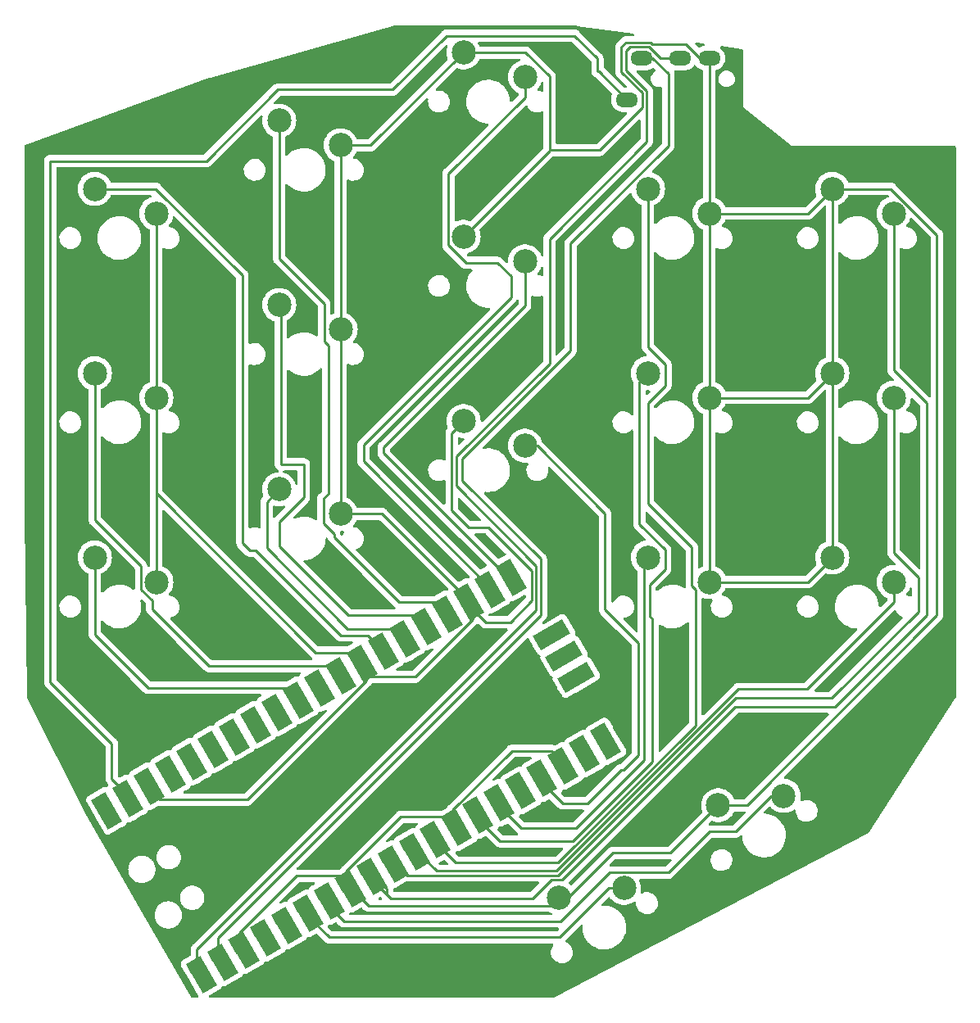
<source format=gbr>
%TF.GenerationSoftware,KiCad,Pcbnew,7.0.8-7.0.8~ubuntu22.04.1*%
%TF.CreationDate,2023-10-29T15:08:38+03:00*%
%TF.ProjectId,Keeb,4b656562-2e6b-4696-9361-645f70636258,rev?*%
%TF.SameCoordinates,Original*%
%TF.FileFunction,Copper,L1,Top*%
%TF.FilePolarity,Positive*%
%FSLAX46Y46*%
G04 Gerber Fmt 4.6, Leading zero omitted, Abs format (unit mm)*
G04 Created by KiCad (PCBNEW 7.0.8-7.0.8~ubuntu22.04.1) date 2023-10-29 15:08:38*
%MOMM*%
%LPD*%
G01*
G04 APERTURE LIST*
G04 Aperture macros list*
%AMHorizOval*
0 Thick line with rounded ends*
0 $1 width*
0 $2 $3 position (X,Y) of the first rounded end (center of the circle)*
0 $4 $5 position (X,Y) of the second rounded end (center of the circle)*
0 Add line between two ends*
20,1,$1,$2,$3,$4,$5,0*
0 Add two circle primitives to create the rounded ends*
1,1,$1,$2,$3*
1,1,$1,$4,$5*%
%AMRotRect*
0 Rectangle, with rotation*
0 The origin of the aperture is its center*
0 $1 length*
0 $2 width*
0 $3 Rotation angle, in degrees counterclockwise*
0 Add horizontal line*
21,1,$1,$2,0,0,$3*%
G04 Aperture macros list end*
%TA.AperFunction,ComponentPad*%
%ADD10O,2.300000X1.500000*%
%TD*%
%TA.AperFunction,ComponentPad*%
%ADD11HorizOval,1.700000X0.000000X0.000000X0.000000X0.000000X0*%
%TD*%
%TA.AperFunction,SMDPad,CuDef*%
%ADD12RotRect,3.500000X1.700000X120.000000*%
%TD*%
%TA.AperFunction,ComponentPad*%
%ADD13RotRect,1.700000X1.700000X120.000000*%
%TD*%
%TA.AperFunction,SMDPad,CuDef*%
%ADD14RotRect,3.500000X1.700000X210.000000*%
%TD*%
%TA.AperFunction,ComponentPad*%
%ADD15C,2.500000*%
%TD*%
%TA.AperFunction,Conductor*%
%ADD16C,0.250000*%
%TD*%
G04 APERTURE END LIST*
D10*
%TO.P,J1,2,B*%
%TO.N,GND*%
X182235000Y-30295000D03*
%TO.P,J1,3,C*%
%TO.N,0*%
X179235000Y-30295000D03*
%TO.P,J1,4,D*%
%TO.N,1*%
X175235000Y-30295000D03*
%TO.P,J1,1,A*%
%TO.N,3v3*%
X173735000Y-34595000D03*
%TD*%
D11*
%TO.P,U1,1,GPIO0*%
%TO.N,0*%
X129297807Y-124273966D03*
D12*
X129747807Y-125053389D03*
D11*
%TO.P,U1,2,GPIO1*%
%TO.N,1*%
X131497512Y-123003966D03*
D12*
X131947512Y-123783389D03*
D13*
%TO.P,U1,3,GND*%
%TO.N,GND*%
X133697216Y-121733966D03*
D12*
X134147216Y-122513389D03*
D11*
%TO.P,U1,4,GPIO2*%
%TO.N,2*%
X135896921Y-120463966D03*
D12*
X136346921Y-121243389D03*
D11*
%TO.P,U1,5,GPIO3*%
%TO.N,3*%
X138096625Y-119193966D03*
D12*
X138546625Y-119973389D03*
D11*
%TO.P,U1,6,GPIO4*%
%TO.N,4*%
X140296330Y-117923966D03*
D12*
X140746330Y-118703389D03*
D11*
%TO.P,U1,7,GPIO5*%
%TO.N,5*%
X142496034Y-116653966D03*
D12*
X142946034Y-117433389D03*
D13*
%TO.P,U1,8,GND*%
%TO.N,GND*%
X144695739Y-115383966D03*
D12*
X145145739Y-116163389D03*
D11*
%TO.P,U1,9,GPIO6*%
%TO.N,6*%
X146895443Y-114113966D03*
D12*
X147345443Y-114893389D03*
D11*
%TO.P,U1,10,GPIO7*%
%TO.N,7*%
X149095148Y-112843966D03*
D12*
X149545148Y-113623389D03*
D11*
%TO.P,U1,11,GPIO8*%
%TO.N,8*%
X151294852Y-111573966D03*
D12*
X151744852Y-112353389D03*
D11*
%TO.P,U1,12,GPIO9*%
%TO.N,9*%
X153494557Y-110303966D03*
D12*
X153944557Y-111083389D03*
D13*
%TO.P,U1,13,GND*%
%TO.N,GND*%
X155694261Y-109033966D03*
D12*
X156144261Y-109813389D03*
D11*
%TO.P,U1,14,GPIO10*%
%TO.N,10*%
X157893966Y-107763966D03*
D12*
X158343966Y-108543389D03*
D11*
%TO.P,U1,15,GPIO11*%
%TO.N,11*%
X160093670Y-106493966D03*
D12*
X160543670Y-107273389D03*
D11*
%TO.P,U1,16,GPIO12*%
%TO.N,unconnected-(U1-GPIO12-Pad16)*%
X162293375Y-105223966D03*
D12*
X162743375Y-106003389D03*
D11*
%TO.P,U1,17,GPIO13*%
%TO.N,13*%
X164493079Y-103953966D03*
D12*
X164943079Y-104733389D03*
D13*
%TO.P,U1,18,GND*%
%TO.N,GND*%
X166692784Y-102683966D03*
D12*
X167142784Y-103463389D03*
D11*
%TO.P,U1,19,GPIO14*%
%TO.N,unconnected-(U1-GPIO14-Pad19)*%
X168892488Y-101413966D03*
D12*
X169342488Y-102193389D03*
D11*
%TO.P,U1,20,GPIO15*%
%TO.N,unconnected-(U1-GPIO15-Pad20)*%
X171092193Y-100143966D03*
D12*
X171542193Y-100923389D03*
D11*
%TO.P,U1,21,GPIO16*%
%TO.N,16*%
X162202193Y-84746034D03*
D12*
X161752193Y-83966611D03*
D11*
%TO.P,U1,22,GPIO17*%
%TO.N,17*%
X160002488Y-86016034D03*
D12*
X159552488Y-85236611D03*
D13*
%TO.P,U1,23,GND*%
%TO.N,GND*%
X157802784Y-87286034D03*
D12*
X157352784Y-86506611D03*
D11*
%TO.P,U1,24,GPIO18*%
%TO.N,18*%
X155603079Y-88556034D03*
D12*
X155153079Y-87776611D03*
D11*
%TO.P,U1,25,GPIO19*%
%TO.N,19*%
X153403375Y-89826034D03*
D12*
X152953375Y-89046611D03*
D11*
%TO.P,U1,26,GPIO20*%
%TO.N,20*%
X151203670Y-91096034D03*
D12*
X150753670Y-90316611D03*
D11*
%TO.P,U1,27,GPIO21*%
%TO.N,21*%
X149003966Y-92366034D03*
D12*
X148553966Y-91586611D03*
D13*
%TO.P,U1,28,GND*%
%TO.N,GND*%
X146804261Y-93636034D03*
D12*
X146354261Y-92856611D03*
D11*
%TO.P,U1,29,GPIO22*%
%TO.N,22*%
X144604557Y-94906034D03*
D12*
X144154557Y-94126611D03*
D11*
%TO.P,U1,30,RUN*%
%TO.N,unconnected-(U1-RUN-Pad30)*%
X142404852Y-96176034D03*
D12*
X141954852Y-95396611D03*
D11*
%TO.P,U1,31,GPIO26_ADC0*%
%TO.N,26*%
X140205148Y-97446034D03*
D12*
X139755148Y-96666611D03*
D11*
%TO.P,U1,32,GPIO27_ADC1*%
%TO.N,27*%
X138005443Y-98716034D03*
D12*
X137555443Y-97936611D03*
D13*
%TO.P,U1,33,AGND*%
%TO.N,unconnected-(U1-AGND-Pad33)*%
X135805739Y-99986034D03*
D12*
X135355739Y-99206611D03*
D11*
%TO.P,U1,34,GPIO28_ADC2*%
%TO.N,28*%
X133606034Y-101256034D03*
D12*
X133156034Y-100476611D03*
D11*
%TO.P,U1,35,ADC_VREF*%
%TO.N,unconnected-(U1-ADC_VREF-Pad35)*%
X131406330Y-102526034D03*
D12*
X130956330Y-101746611D03*
D11*
%TO.P,U1,36,3V3*%
%TO.N,unconnected-(U1-3V3-Pad36)*%
X129206625Y-103796034D03*
D12*
X128756625Y-103016611D03*
D11*
%TO.P,U1,37,3V3_EN*%
%TO.N,unconnected-(U1-3V3_EN-Pad37)*%
X127006921Y-105066034D03*
D12*
X126556921Y-104286611D03*
D13*
%TO.P,U1,38,GND*%
%TO.N,GND*%
X124807216Y-106336034D03*
D12*
X124357216Y-105556611D03*
D11*
%TO.P,U1,39,VSYS*%
%TO.N,3v3*%
X122607512Y-107606034D03*
D12*
X122157512Y-106826611D03*
D11*
%TO.P,U1,40,VBUS*%
%TO.N,unconnected-(U1-VBUS-Pad40)*%
X120407807Y-108876034D03*
D12*
X119957807Y-108096611D03*
D11*
%TO.P,U1,41,SWCLK*%
%TO.N,unconnected-(U1-SWCLK-Pad41)*%
X167718007Y-94759705D03*
D14*
X168497430Y-94309705D03*
D13*
%TO.P,U1,42,GND*%
%TO.N,unconnected-(U1-GND-Pad42)*%
X166448007Y-92560000D03*
D14*
X167227430Y-92110000D03*
D11*
%TO.P,U1,43,SWDIO*%
%TO.N,unconnected-(U1-SWDIO-Pad43)*%
X165178007Y-90360295D03*
D14*
X165957430Y-89910295D03*
%TD*%
D15*
%TO.P,SW3,1*%
%TO.N,GND*%
X125095000Y-46355000D03*
%TO.P,SW3,2*%
%TO.N,21*%
X118745000Y-43815000D03*
%TD*%
%TO.P,SW4,1*%
%TO.N,GND*%
X125095000Y-65405000D03*
%TO.P,SW4,2*%
%TO.N,22*%
X118745000Y-62865000D03*
%TD*%
%TO.P,SW5,1*%
%TO.N,GND*%
X125095000Y-84455000D03*
%TO.P,SW5,2*%
%TO.N,26*%
X118745000Y-81915000D03*
%TD*%
%TO.P,SW6,1*%
%TO.N,GND*%
X144145000Y-39305000D03*
%TO.P,SW6,2*%
%TO.N,18*%
X137795000Y-36765000D03*
%TD*%
%TO.P,SW7,1*%
%TO.N,GND*%
X144145000Y-58355000D03*
%TO.P,SW7,2*%
%TO.N,19*%
X137795000Y-55815000D03*
%TD*%
%TO.P,SW8,1*%
%TO.N,GND*%
X144145000Y-77405000D03*
%TO.P,SW8,2*%
%TO.N,20*%
X137795000Y-74865000D03*
%TD*%
%TO.P,SW9,1*%
%TO.N,17*%
X163195000Y-32255000D03*
%TO.P,SW9,2*%
%TO.N,GND*%
X156845000Y-29715000D03*
%TD*%
%TO.P,SW10,1*%
%TO.N,16*%
X163195000Y-51305000D03*
%TO.P,SW10,2*%
%TO.N,GND*%
X156845000Y-48765000D03*
%TD*%
%TO.P,SW11,1*%
%TO.N,13*%
X163195000Y-70355000D03*
%TO.P,SW11,2*%
%TO.N,GND*%
X156845000Y-67815000D03*
%TD*%
%TO.P,SW13,1*%
%TO.N,GND*%
X182245000Y-46355000D03*
%TO.P,SW13,2*%
%TO.N,9*%
X175895000Y-43815000D03*
%TD*%
%TO.P,SW14,1*%
%TO.N,GND*%
X182245000Y-65405000D03*
%TO.P,SW14,2*%
%TO.N,10*%
X175895000Y-62865000D03*
%TD*%
%TO.P,SW15,1*%
%TO.N,GND*%
X182245000Y-84455000D03*
%TO.P,SW15,2*%
%TO.N,11*%
X175895000Y-81915000D03*
%TD*%
%TO.P,SW16,1*%
%TO.N,4*%
X173427200Y-116079862D03*
%TO.P,SW16,2*%
%TO.N,GND*%
X166657938Y-117055158D03*
%TD*%
%TO.P,SW17,1*%
%TO.N,6*%
X201295000Y-46355000D03*
%TO.P,SW17,2*%
%TO.N,GND*%
X194945000Y-43815000D03*
%TD*%
%TO.P,SW18,1*%
%TO.N,7*%
X201295000Y-65405000D03*
%TO.P,SW18,2*%
%TO.N,GND*%
X194945000Y-62865000D03*
%TD*%
%TO.P,SW19,1*%
%TO.N,8*%
X201295000Y-84455000D03*
%TO.P,SW19,2*%
%TO.N,GND*%
X194945000Y-81915000D03*
%TD*%
%TO.P,SW20,1*%
%TO.N,5*%
X189924984Y-106554862D03*
%TO.P,SW20,2*%
%TO.N,GND*%
X183155722Y-107530158D03*
%TD*%
D16*
%TO.N,GND*%
X156845000Y-29715000D02*
X163255000Y-29715000D01*
X163255000Y-29715000D02*
X165750000Y-32210000D01*
X165750000Y-32210000D02*
X165750000Y-39800000D01*
%TO.N,7*%
X201295000Y-65405000D02*
X201295000Y-81455000D01*
X201295000Y-81455000D02*
X203815000Y-83975000D01*
X203815000Y-83975000D02*
X203815000Y-87512767D01*
X203815000Y-87512767D02*
X194887767Y-96440000D01*
X194887767Y-96440000D02*
X184960000Y-96440000D01*
X184960000Y-96440000D02*
X166620000Y-114780000D01*
X166620000Y-114780000D02*
X151031182Y-114780000D01*
X151031182Y-114780000D02*
X149095148Y-112843966D01*
%TO.N,6*%
X201295000Y-46355000D02*
X201295000Y-62585000D01*
X201295000Y-62585000D02*
X204700000Y-65990000D01*
X195190000Y-97360000D02*
X184909188Y-97360000D01*
X204700000Y-65990000D02*
X204700000Y-87850000D01*
X167039188Y-115230000D02*
X165920000Y-115230000D01*
X149350000Y-117160000D02*
X146895443Y-114705443D01*
X204700000Y-87850000D02*
X195190000Y-97360000D01*
X184909188Y-97360000D02*
X167039188Y-115230000D01*
X165920000Y-115230000D02*
X163990000Y-117160000D01*
X146895443Y-114705443D02*
X146895443Y-114113966D01*
X163990000Y-117160000D02*
X149350000Y-117160000D01*
%TO.N,21*%
X118745000Y-43815000D02*
X125055000Y-43815000D01*
X125055000Y-43815000D02*
X134005000Y-52765000D01*
X134737233Y-81195000D02*
X135385000Y-81195000D01*
X134005000Y-52765000D02*
X134005000Y-80462767D01*
X135385000Y-81195000D02*
X144150000Y-89960000D01*
X134005000Y-80462767D02*
X134737233Y-81195000D01*
X144150000Y-89960000D02*
X146950000Y-89960000D01*
X146950000Y-89960000D02*
X149003966Y-92013966D01*
X149003966Y-92013966D02*
X149003966Y-92366034D01*
%TO.N,18*%
X137795000Y-36765000D02*
X137795000Y-51045000D01*
X142360000Y-78420000D02*
X143450000Y-79510000D01*
X137795000Y-51045000D02*
X142440000Y-55690000D01*
X143450000Y-79810000D02*
X150180000Y-86540000D01*
X142440000Y-55690000D02*
X142440000Y-59570000D01*
X142440000Y-59570000D02*
X142879670Y-60009670D01*
X142879670Y-60009670D02*
X142879670Y-75300330D01*
X142879670Y-75300330D02*
X142360000Y-75820000D01*
X143450000Y-79510000D02*
X143450000Y-79810000D01*
X142360000Y-75820000D02*
X142360000Y-78420000D01*
X155603079Y-87793079D02*
X155603079Y-88556034D01*
X150180000Y-86540000D02*
X154350000Y-86540000D01*
X154350000Y-86540000D02*
X155603079Y-87793079D01*
%TO.N,8*%
X201295000Y-84455000D02*
X201295000Y-86543757D01*
X201295000Y-86543757D02*
X192328757Y-95510000D01*
X185253604Y-95510000D02*
X166433604Y-114330000D01*
X166433604Y-114330000D02*
X154050886Y-114330000D01*
X154050886Y-114330000D02*
X151294852Y-111573966D01*
X192328757Y-95510000D02*
X185253604Y-95510000D01*
%TO.N,10*%
X175895000Y-62865000D02*
X175014479Y-63745521D01*
X176370000Y-103030000D02*
X168150000Y-111250000D01*
X175014479Y-63745521D02*
X175014479Y-78474479D01*
X176060000Y-87978757D02*
X176370000Y-88288757D01*
X175014479Y-78474479D02*
X177660000Y-81120000D01*
X177660000Y-81120000D02*
X177660000Y-83120000D01*
X177660000Y-83120000D02*
X176060000Y-84720000D01*
X176060000Y-84720000D02*
X176060000Y-87978757D01*
X176370000Y-88288757D02*
X176370000Y-103030000D01*
X168150000Y-111250000D02*
X160600000Y-111250000D01*
X160600000Y-111250000D02*
X157893966Y-108543966D01*
X157893966Y-108543966D02*
X157893966Y-107763966D01*
%TO.N,9*%
X175895000Y-43815000D02*
X175895000Y-60175000D01*
X156060000Y-113450000D02*
X153494557Y-110884557D01*
X175895000Y-60175000D02*
X177700000Y-61980000D01*
X180420000Y-84850660D02*
X180810000Y-85240660D01*
X177700000Y-61980000D02*
X177700000Y-64130000D01*
X180810000Y-85240660D02*
X180810000Y-99270000D01*
X177700000Y-64130000D02*
X175895000Y-65935000D01*
X180810000Y-99270000D02*
X166630000Y-113450000D01*
X175895000Y-65935000D02*
X175895000Y-76335000D01*
X175895000Y-76335000D02*
X180420000Y-80860000D01*
X180420000Y-80860000D02*
X180420000Y-84850660D01*
X166630000Y-113450000D02*
X156060000Y-113450000D01*
X153494557Y-110884557D02*
X153494557Y-110303966D01*
%TO.N,GND*%
X182235000Y-30295000D02*
X181285000Y-30295000D01*
X181285000Y-30295000D02*
X179840000Y-28850000D01*
X176156227Y-28660000D02*
X173643604Y-28660000D01*
X179840000Y-28850000D02*
X176346227Y-28850000D01*
X176346227Y-28850000D02*
X176156227Y-28660000D01*
X173643604Y-28660000D02*
X173153604Y-29150000D01*
X173153604Y-29150000D02*
X173153604Y-31723604D01*
X173153604Y-31723604D02*
X175320000Y-33890000D01*
X175320000Y-33890000D02*
X175320000Y-35360000D01*
X175320000Y-35360000D02*
X170880000Y-39800000D01*
X170880000Y-39800000D02*
X165750000Y-39800000D01*
%TO.N,0*%
X175770000Y-33703604D02*
X175770000Y-38930000D01*
X179235000Y-30295000D02*
X177154831Y-30295000D01*
X175969831Y-29110000D02*
X174090000Y-29110000D01*
X173630000Y-29570000D02*
X173630000Y-31563604D01*
X129297807Y-122422193D02*
X129297807Y-124273966D01*
X173630000Y-31563604D02*
X175770000Y-33703604D01*
X165715000Y-48985000D02*
X165715000Y-61855000D01*
X156110000Y-71460000D02*
X156110000Y-74520000D01*
X165715000Y-61855000D02*
X156110000Y-71460000D01*
X156110000Y-74520000D02*
X164360000Y-82770000D01*
X177154831Y-30295000D02*
X175969831Y-29110000D01*
X164360000Y-82770000D02*
X164360000Y-87360000D01*
X164360000Y-87360000D02*
X129297807Y-122422193D01*
X174090000Y-29110000D02*
X173630000Y-29570000D01*
X175770000Y-38930000D02*
X165715000Y-48985000D01*
%TO.N,3v3*%
X149500000Y-33560000D02*
X155080000Y-27980000D01*
X137650000Y-33560000D02*
X149500000Y-33560000D01*
X170670000Y-31670000D02*
X170810000Y-31670000D01*
X130260000Y-40950000D02*
X137650000Y-33560000D01*
X170670000Y-30340000D02*
X170670000Y-31670000D01*
X114120000Y-40950000D02*
X130260000Y-40950000D01*
X168310000Y-27980000D02*
X170670000Y-30340000D01*
X114120000Y-94780000D02*
X114120000Y-40950000D01*
X120499327Y-101159327D02*
X114120000Y-94780000D01*
X122607512Y-106897512D02*
X120499327Y-104789327D01*
X170810000Y-31670000D02*
X173735000Y-34595000D01*
X155080000Y-27980000D02*
X168310000Y-27980000D01*
X120499327Y-104789327D02*
X120499327Y-101159327D01*
X122607512Y-107606034D02*
X122607512Y-106897512D01*
%TO.N,1*%
X175235000Y-30295000D02*
X176381191Y-30295000D01*
X176381191Y-30295000D02*
X178010000Y-31923809D01*
X131497512Y-121232488D02*
X131497512Y-123003966D01*
X178010000Y-31923809D02*
X178010000Y-39360000D01*
X167890000Y-49480000D02*
X167890000Y-60550000D01*
X178010000Y-39360000D02*
X167890000Y-49480000D01*
X167890000Y-60550000D02*
X156740000Y-71700000D01*
X156740000Y-71700000D02*
X156740000Y-73960000D01*
X156740000Y-73960000D02*
X164828403Y-82048403D01*
X164828403Y-82048403D02*
X164828403Y-87901597D01*
X164828403Y-87901597D02*
X131497512Y-121232488D01*
%TO.N,GND*%
X157802784Y-87286034D02*
X159133111Y-88616361D01*
X159133111Y-88616361D02*
X161661901Y-88616361D01*
X161661901Y-88616361D02*
X163910000Y-86368262D01*
X163910000Y-86368262D02*
X163910000Y-83320000D01*
X163910000Y-83320000D02*
X159390000Y-78800000D01*
X159390000Y-78800000D02*
X157353604Y-78800000D01*
X157353604Y-78800000D02*
X155610000Y-77056396D01*
X155610000Y-77056396D02*
X155610000Y-69050000D01*
X155610000Y-69050000D02*
X156845000Y-67815000D01*
%TO.N,16*%
X163195000Y-55895000D02*
X148580000Y-70509999D01*
X148580000Y-70509999D02*
X148580000Y-71123841D01*
X148580000Y-71123841D02*
X162202193Y-84746034D01*
X163195000Y-51305000D02*
X163195000Y-55895000D01*
%TO.N,17*%
X157090000Y-51470000D02*
X160368757Y-51470000D01*
X155270000Y-42268757D02*
X155270000Y-49650000D01*
%TO.N,GND*%
X125429459Y-106958277D02*
X134484177Y-106958277D01*
%TO.N,26*%
X124260000Y-95410000D02*
X138640000Y-95410000D01*
%TO.N,13*%
X167090000Y-107350000D02*
X164493079Y-104753079D01*
X169670000Y-107350000D02*
X167090000Y-107350000D01*
%TO.N,GND*%
X155694261Y-109033966D02*
X155694261Y-108031808D01*
%TO.N,13*%
X173342983Y-103897017D02*
X173122983Y-103897017D01*
X174880000Y-102360000D02*
X173342983Y-103897017D01*
X174880000Y-90733604D02*
X174880000Y-102360000D01*
X171470000Y-77380000D02*
X171470000Y-87323604D01*
X164445000Y-70355000D02*
X171470000Y-77380000D01*
%TO.N,11*%
X160093670Y-107163670D02*
X160093670Y-106493966D01*
X168450000Y-109900000D02*
X162830000Y-109900000D01*
%TO.N,GND*%
X165910734Y-101901916D02*
X166692784Y-102683966D01*
%TO.N,11*%
X175480000Y-82330000D02*
X175480000Y-102870000D01*
%TO.N,17*%
X163195000Y-32255000D02*
X163195000Y-34343757D01*
%TO.N,GND*%
X134484177Y-106958277D02*
X146804261Y-94638193D01*
X125095000Y-75285000D02*
X141570000Y-91760000D01*
%TO.N,13*%
X164493079Y-104753079D02*
X164493079Y-103953966D01*
%TO.N,20*%
X137795000Y-74865000D02*
X136505000Y-76155000D01*
%TO.N,5*%
X188641375Y-106554862D02*
X184950000Y-110246237D01*
%TO.N,GND*%
X155372211Y-108711916D02*
X155694261Y-109033966D01*
X166657938Y-117055158D02*
X165777417Y-117935679D01*
%TO.N,5*%
X142496034Y-117506034D02*
X142496034Y-116653966D01*
X182253763Y-110246237D02*
X177995138Y-114504862D01*
%TO.N,4*%
X140296330Y-118496330D02*
X140296330Y-117923966D01*
X142990000Y-121190000D02*
X140296330Y-118496330D01*
X166765034Y-121190000D02*
X142990000Y-121190000D01*
X171875172Y-116079862D02*
X166765034Y-121190000D01*
%TO.N,GND*%
X144695739Y-114381807D02*
X150365630Y-108711916D01*
%TO.N,20*%
X144860000Y-89280000D02*
X149960000Y-89280000D01*
%TO.N,GND*%
X147426504Y-94258277D02*
X151832699Y-94258277D01*
X157802784Y-88288192D02*
X157802784Y-87286034D01*
X146804261Y-93636034D02*
X147426504Y-94258277D01*
X124807216Y-106336034D02*
X125429459Y-106958277D01*
X139597108Y-114831916D02*
X144143689Y-114831916D01*
%TO.N,13*%
X171470000Y-87323604D02*
X174880000Y-90733604D01*
%TO.N,GND*%
X151832699Y-94258277D02*
X157802784Y-88288192D01*
%TO.N,5*%
X189924984Y-106554862D02*
X188641375Y-106554862D01*
%TO.N,GND*%
X161824153Y-101901916D02*
X165910734Y-101901916D01*
%TO.N,11*%
X175895000Y-81915000D02*
X175480000Y-82330000D01*
%TO.N,GND*%
X146804261Y-94638193D02*
X146804261Y-93636034D01*
%TO.N,17*%
X155270000Y-49650000D02*
X157090000Y-51470000D01*
%TO.N,GND*%
X147077452Y-117935679D02*
X144695739Y-115553966D01*
%TO.N,19*%
X152180000Y-87890000D02*
X153403375Y-89113375D01*
%TO.N,GND*%
X165777417Y-117935679D02*
X147077452Y-117935679D01*
X155694261Y-108031808D02*
X161824153Y-101901916D01*
%TO.N,6*%
X146895443Y-114113966D02*
X148910000Y-116128523D01*
%TO.N,GND*%
X144143689Y-114831916D02*
X144695739Y-115383966D01*
%TO.N,11*%
X162830000Y-109900000D02*
X160093670Y-107163670D01*
%TO.N,17*%
X146510000Y-72000000D02*
X160002488Y-85492488D01*
%TO.N,5*%
X171925138Y-114504862D02*
X166890000Y-119540000D01*
%TO.N,GND*%
X133697216Y-120731808D02*
X139597108Y-114831916D01*
%TO.N,4*%
X173427200Y-116079862D02*
X171875172Y-116079862D01*
%TO.N,5*%
X144530000Y-119540000D02*
X142496034Y-117506034D01*
%TO.N,22*%
X144604557Y-94354557D02*
X144604557Y-94906034D01*
%TO.N,17*%
X163195000Y-34343757D02*
X155270000Y-42268757D01*
%TO.N,26*%
X118745000Y-81915000D02*
X118745000Y-89895000D01*
%TO.N,11*%
X175480000Y-102870000D02*
X168450000Y-109900000D01*
%TO.N,13*%
X173122983Y-103897017D02*
X169670000Y-107350000D01*
%TO.N,6*%
X148910000Y-116128523D02*
X148910000Y-116645000D01*
%TO.N,20*%
X136505000Y-76155000D02*
X136505000Y-80925000D01*
X136505000Y-80925000D02*
X144860000Y-89280000D01*
%TO.N,GND*%
X157802784Y-86802784D02*
X157802784Y-87286034D01*
X150365630Y-108711916D02*
X155372211Y-108711916D01*
%TO.N,20*%
X151203670Y-90523670D02*
X151203670Y-91096034D01*
%TO.N,17*%
X161760000Y-52861243D02*
X161760000Y-55020000D01*
%TO.N,13*%
X163195000Y-70355000D02*
X164445000Y-70355000D01*
%TO.N,GND*%
X144695739Y-115553966D02*
X144695739Y-115383966D01*
%TO.N,19*%
X137795000Y-55815000D02*
X137960000Y-55980000D01*
%TO.N,5*%
X177995138Y-114504862D02*
X171925138Y-114504862D01*
X184950000Y-110246237D02*
X182253763Y-110246237D01*
%TO.N,19*%
X144921243Y-87890000D02*
X152180000Y-87890000D01*
%TO.N,GND*%
X144695739Y-115383966D02*
X144695739Y-114381807D01*
%TO.N,5*%
X166890000Y-119540000D02*
X144530000Y-119540000D01*
%TO.N,22*%
X124660000Y-87270000D02*
X130520000Y-93130000D01*
X118745000Y-62865000D02*
X118745000Y-78055000D01*
%TO.N,GND*%
X133697216Y-121733966D02*
X133697216Y-120731808D01*
%TO.N,17*%
X160368757Y-51470000D02*
X161760000Y-52861243D01*
X161760000Y-55020000D02*
X146510000Y-70270000D01*
X146510000Y-70270000D02*
X146510000Y-72000000D01*
X160002488Y-85492488D02*
X160002488Y-86016034D01*
%TO.N,GND*%
X144145000Y-77405000D02*
X148405000Y-77405000D01*
X148405000Y-77405000D02*
X157802784Y-86802784D01*
%TO.N,19*%
X137960000Y-55980000D02*
X137960000Y-72290000D01*
X137960000Y-72290000D02*
X140350000Y-72290000D01*
X140350000Y-72290000D02*
X140350000Y-75705000D01*
X140350000Y-75705000D02*
X137795000Y-78260000D01*
X137795000Y-78260000D02*
X137795000Y-80763757D01*
X137795000Y-80763757D02*
X144921243Y-87890000D01*
X153403375Y-89113375D02*
X153403375Y-89826034D01*
%TO.N,20*%
X149960000Y-89280000D02*
X151203670Y-90523670D01*
%TO.N,GND*%
X125095000Y-46355000D02*
X125095000Y-75285000D01*
X141570000Y-91760000D02*
X145310000Y-91760000D01*
X145310000Y-91760000D02*
X146804261Y-93254261D01*
X146804261Y-93254261D02*
X146804261Y-93636034D01*
%TO.N,22*%
X118745000Y-78055000D02*
X123520000Y-82830000D01*
X123520000Y-82830000D02*
X123520000Y-85234847D01*
X123520000Y-85234847D02*
X124660000Y-86374847D01*
X124660000Y-86374847D02*
X124660000Y-87270000D01*
X130520000Y-93130000D02*
X143380000Y-93130000D01*
X143380000Y-93130000D02*
X144604557Y-94354557D01*
%TO.N,26*%
X118745000Y-89895000D02*
X124260000Y-95410000D01*
X138640000Y-95410000D02*
X140205148Y-96975148D01*
X140205148Y-96975148D02*
X140205148Y-97446034D01*
%TO.N,GND*%
X182235000Y-46345000D02*
X182245000Y-46355000D01*
X205760000Y-48560000D02*
X201015000Y-43815000D01*
X205760000Y-87900000D02*
X205760000Y-48560000D01*
X182245000Y-46355000D02*
X182245000Y-65405000D01*
X183155722Y-107530158D02*
X178225880Y-112460000D01*
X144145000Y-39305000D02*
X144145000Y-58355000D01*
X194945000Y-62865000D02*
X194945000Y-81915000D01*
X144145000Y-39305000D02*
X147255000Y-39305000D01*
X182245000Y-34505000D02*
X182235000Y-34495000D01*
X182245000Y-46355000D02*
X182245000Y-34505000D01*
X182245000Y-84455000D02*
X182245000Y-65405000D01*
X125095000Y-65405000D02*
X125095000Y-84455000D01*
X165750000Y-39860000D02*
X156845000Y-48765000D01*
X182235000Y-30295000D02*
X182235000Y-46345000D01*
X144145000Y-58355000D02*
X144145000Y-77405000D01*
X201015000Y-43815000D02*
X194945000Y-43815000D01*
X182245000Y-65405000D02*
X192405000Y-65405000D01*
X192405000Y-84455000D02*
X194945000Y-81915000D01*
X165750000Y-39800000D02*
X165750000Y-39860000D01*
X172240000Y-112460000D02*
X167644842Y-117055158D01*
X182245000Y-84455000D02*
X192405000Y-84455000D01*
X178225880Y-112460000D02*
X172240000Y-112460000D01*
X183155722Y-107530158D02*
X186129842Y-107530158D01*
X182245000Y-46355000D02*
X192405000Y-46355000D01*
X125095000Y-46355000D02*
X125095000Y-65405000D01*
X192405000Y-46355000D02*
X194945000Y-43815000D01*
X194945000Y-43815000D02*
X194945000Y-62865000D01*
X147255000Y-39305000D02*
X156845000Y-29715000D01*
X186129842Y-107530158D02*
X205760000Y-87900000D01*
X167644842Y-117055158D02*
X166657938Y-117055158D01*
X192405000Y-65405000D02*
X194945000Y-62865000D01*
%TD*%
%TA.AperFunction,NonConductor*%
G36*
X180895225Y-28693908D02*
G01*
X181660181Y-28801404D01*
X181723828Y-28830227D01*
X181761790Y-28888884D01*
X181762013Y-28958753D01*
X181724426Y-29017651D01*
X181660963Y-29046879D01*
X181654041Y-29047699D01*
X181609379Y-29051718D01*
X181609373Y-29051719D01*
X181391016Y-29111982D01*
X181391003Y-29111987D01*
X181204939Y-29201591D01*
X181135998Y-29212943D01*
X181071863Y-29185221D01*
X181063457Y-29177552D01*
X180790289Y-28904384D01*
X180756804Y-28843061D01*
X180761788Y-28773369D01*
X180803660Y-28717436D01*
X180869124Y-28693019D01*
X180895225Y-28693908D01*
G37*
%TD.AperFunction*%
%TA.AperFunction,NonConductor*%
G36*
X165053768Y-32719957D02*
G01*
X165102327Y-32770195D01*
X165116500Y-32827763D01*
X165116500Y-33660268D01*
X165096815Y-33727307D01*
X165044011Y-33773062D01*
X164974853Y-33783006D01*
X164946414Y-33775386D01*
X164783530Y-33710177D01*
X164572473Y-33669500D01*
X164572472Y-33669500D01*
X164571852Y-33669500D01*
X164571551Y-33669411D01*
X164566591Y-33668938D01*
X164566682Y-33667981D01*
X164504813Y-33649815D01*
X164459058Y-33597011D01*
X164449114Y-33527853D01*
X164478139Y-33464297D01*
X164487510Y-33454602D01*
X164487599Y-33454518D01*
X164487686Y-33454438D01*
X164652015Y-33248376D01*
X164783796Y-33020124D01*
X164877072Y-32782459D01*
X164919888Y-32727247D01*
X164985758Y-32703946D01*
X165053768Y-32719957D01*
G37*
%TD.AperFunction*%
%TA.AperFunction,NonConductor*%
G36*
X168063273Y-28633185D02*
G01*
X168083915Y-28649819D01*
X170000181Y-30566085D01*
X170033666Y-30627408D01*
X170036500Y-30653766D01*
X170036500Y-31598393D01*
X170034304Y-31621628D01*
X170032725Y-31629903D01*
X170032725Y-31629906D01*
X170036378Y-31687981D01*
X170036500Y-31691852D01*
X170036500Y-31709861D01*
X170038756Y-31727719D01*
X170039121Y-31731586D01*
X170042775Y-31789650D01*
X170045261Y-31797302D01*
X170045379Y-31797663D01*
X170050470Y-31820437D01*
X170051525Y-31828794D01*
X170051526Y-31828797D01*
X170072751Y-31882407D01*
X170072938Y-31882878D01*
X170074257Y-31886543D01*
X170092236Y-31941876D01*
X170096750Y-31948988D01*
X170107345Y-31969780D01*
X170110282Y-31977197D01*
X170110449Y-31977619D01*
X170144642Y-32024682D01*
X170146831Y-32027904D01*
X170177998Y-32077016D01*
X170177999Y-32077017D01*
X170178000Y-32077018D01*
X170184145Y-32082788D01*
X170199582Y-32100299D01*
X170204525Y-32107104D01*
X170204527Y-32107105D01*
X170204528Y-32107107D01*
X170214028Y-32114966D01*
X170249344Y-32144182D01*
X170252266Y-32146758D01*
X170294680Y-32186587D01*
X170294684Y-32186590D01*
X170302059Y-32190644D01*
X170321362Y-32203761D01*
X170327856Y-32209133D01*
X170327855Y-32209133D01*
X170380490Y-32233901D01*
X170383961Y-32235669D01*
X170434940Y-32263695D01*
X170443102Y-32265790D01*
X170465059Y-32273696D01*
X170472682Y-32277283D01*
X170495383Y-32281613D01*
X170557547Y-32313509D01*
X170559832Y-32315736D01*
X172168389Y-33924293D01*
X172201874Y-33985616D01*
X172196890Y-34055308D01*
X172194729Y-34060709D01*
X172133259Y-34204522D01*
X172133255Y-34204535D01*
X172082850Y-34425379D01*
X172082848Y-34425390D01*
X172076132Y-34574941D01*
X172072685Y-34651691D01*
X172089980Y-34779363D01*
X172103094Y-34876175D01*
X172103095Y-34876180D01*
X172173097Y-35091622D01*
X172280445Y-35291107D01*
X172421685Y-35468218D01*
X172592275Y-35617257D01*
X172592282Y-35617263D01*
X172786750Y-35733453D01*
X172998839Y-35813051D01*
X173221729Y-35853500D01*
X173221733Y-35853500D01*
X173631233Y-35853500D01*
X173698272Y-35873185D01*
X173744027Y-35925989D01*
X173753971Y-35995147D01*
X173724946Y-36058703D01*
X173718914Y-36065181D01*
X170653914Y-39130181D01*
X170592591Y-39163666D01*
X170566233Y-39166500D01*
X166507500Y-39166500D01*
X166440461Y-39146815D01*
X166394706Y-39094011D01*
X166383500Y-39042500D01*
X166383500Y-32293631D01*
X166385239Y-32277879D01*
X166384968Y-32277854D01*
X166385700Y-32270098D01*
X166385702Y-32270091D01*
X166383500Y-32200028D01*
X166383500Y-32170144D01*
X166382614Y-32163141D01*
X166382157Y-32157322D01*
X166381783Y-32145426D01*
X166380674Y-32110111D01*
X166374976Y-32090499D01*
X166371033Y-32071466D01*
X166368474Y-32051203D01*
X166351085Y-32007286D01*
X166349196Y-32001766D01*
X166336018Y-31956407D01*
X166331630Y-31948988D01*
X166325625Y-31938834D01*
X166317066Y-31921362D01*
X166309552Y-31902383D01*
X166281794Y-31864179D01*
X166278587Y-31859296D01*
X166268873Y-31842871D01*
X166254542Y-31818638D01*
X166240108Y-31804204D01*
X166227471Y-31789409D01*
X166217935Y-31776283D01*
X166215470Y-31772890D01*
X166179073Y-31742781D01*
X166174751Y-31738847D01*
X163762088Y-29326183D01*
X163752187Y-29313823D01*
X163751977Y-29313998D01*
X163747002Y-29307986D01*
X163747000Y-29307982D01*
X163720658Y-29283245D01*
X163695922Y-29260016D01*
X163674768Y-29238863D01*
X163672792Y-29237331D01*
X163669183Y-29234531D01*
X163664750Y-29230744D01*
X163630321Y-29198414D01*
X163630319Y-29198412D01*
X163612431Y-29188578D01*
X163596170Y-29177897D01*
X163580039Y-29165384D01*
X163536693Y-29146627D01*
X163531445Y-29144056D01*
X163504251Y-29129106D01*
X163490060Y-29121305D01*
X163486660Y-29120432D01*
X163470287Y-29116228D01*
X163451881Y-29109926D01*
X163433144Y-29101818D01*
X163433146Y-29101818D01*
X163386496Y-29094430D01*
X163380781Y-29093246D01*
X163360612Y-29088068D01*
X163335032Y-29081500D01*
X163335030Y-29081500D01*
X163314616Y-29081500D01*
X163295217Y-29079973D01*
X163275058Y-29076780D01*
X163275057Y-29076780D01*
X163228034Y-29081225D01*
X163222196Y-29081500D01*
X158569996Y-29081500D01*
X158502957Y-29061815D01*
X158457202Y-29009011D01*
X158454568Y-29002802D01*
X158442422Y-28971855D01*
X158433796Y-28949876D01*
X158386704Y-28868310D01*
X158346977Y-28799500D01*
X158330504Y-28731600D01*
X158353357Y-28665573D01*
X158408278Y-28622382D01*
X158454364Y-28613500D01*
X167996234Y-28613500D01*
X168063273Y-28633185D01*
G37*
%TD.AperFunction*%
%TA.AperFunction,NonConductor*%
G36*
X163361573Y-35175600D02*
G01*
X163417506Y-35217472D01*
X163431033Y-35240270D01*
X163485822Y-35360240D01*
X163485854Y-35360310D01*
X163562695Y-35468218D01*
X163610535Y-35535400D01*
X163610540Y-35535406D01*
X163766094Y-35683725D01*
X163766096Y-35683726D01*
X163766097Y-35683727D01*
X163946920Y-35799935D01*
X164146468Y-35879822D01*
X164190291Y-35888268D01*
X164357527Y-35920500D01*
X164357528Y-35920500D01*
X164518612Y-35920500D01*
X164518618Y-35920500D01*
X164678971Y-35905188D01*
X164885209Y-35844631D01*
X164935681Y-35818610D01*
X165004286Y-35805387D01*
X165069151Y-35831355D01*
X165109680Y-35888268D01*
X165116500Y-35928826D01*
X165116500Y-39546232D01*
X165096815Y-39613271D01*
X165080181Y-39633913D01*
X157619462Y-47094631D01*
X157558139Y-47128116D01*
X157494088Y-47123535D01*
X157493688Y-47124835D01*
X157237405Y-47045783D01*
X157237395Y-47045780D01*
X156976788Y-47006500D01*
X156976781Y-47006500D01*
X156713219Y-47006500D01*
X156713211Y-47006500D01*
X156452604Y-47045780D01*
X156452598Y-47045782D01*
X156200742Y-47123469D01*
X156081301Y-47180989D01*
X156012360Y-47192341D01*
X155948225Y-47164619D01*
X155909260Y-47106623D01*
X155903500Y-47069269D01*
X155903500Y-42582522D01*
X155923185Y-42515483D01*
X155939814Y-42494846D01*
X163230560Y-35204099D01*
X163291881Y-35170616D01*
X163361573Y-35175600D01*
G37*
%TD.AperFunction*%
%TA.AperFunction,NonConductor*%
G36*
X175055834Y-36622583D02*
G01*
X175111767Y-36664455D01*
X175136184Y-36729919D01*
X175136500Y-36738765D01*
X175136500Y-38616232D01*
X175116815Y-38683271D01*
X175100181Y-38703913D01*
X165326179Y-48477914D01*
X165313820Y-48487818D01*
X165313993Y-48488027D01*
X165307983Y-48492999D01*
X165260016Y-48544078D01*
X165238872Y-48565222D01*
X165238857Y-48565239D01*
X165234531Y-48570814D01*
X165230747Y-48575244D01*
X165198419Y-48609671D01*
X165198412Y-48609681D01*
X165188579Y-48627567D01*
X165177903Y-48643820D01*
X165165386Y-48659957D01*
X165165385Y-48659959D01*
X165146625Y-48703310D01*
X165144055Y-48708556D01*
X165121303Y-48749941D01*
X165121303Y-48749942D01*
X165116225Y-48769720D01*
X165109925Y-48788122D01*
X165101818Y-48806857D01*
X165094431Y-48853495D01*
X165093246Y-48859216D01*
X165081500Y-48904965D01*
X165081500Y-48925384D01*
X165079972Y-48944783D01*
X165076780Y-48964943D01*
X165078959Y-48987999D01*
X165081225Y-49011966D01*
X165081500Y-49017804D01*
X165081500Y-50643057D01*
X165061815Y-50710096D01*
X165009011Y-50755851D01*
X164939853Y-50765795D01*
X164876297Y-50736770D01*
X164842072Y-50688360D01*
X164816948Y-50624346D01*
X164783796Y-50539876D01*
X164652015Y-50311624D01*
X164487686Y-50105562D01*
X164487685Y-50105561D01*
X164487682Y-50105557D01*
X164294481Y-49926294D01*
X164261183Y-49903592D01*
X164076716Y-49777824D01*
X164076712Y-49777822D01*
X164076711Y-49777821D01*
X163914613Y-49699759D01*
X163839254Y-49663468D01*
X163839248Y-49663466D01*
X163839240Y-49663463D01*
X163587405Y-49585783D01*
X163587395Y-49585780D01*
X163326788Y-49546500D01*
X163326781Y-49546500D01*
X163063219Y-49546500D01*
X163063211Y-49546500D01*
X162802604Y-49585780D01*
X162802598Y-49585782D01*
X162550745Y-49663468D01*
X162313288Y-49777822D01*
X162313284Y-49777824D01*
X162095521Y-49926292D01*
X161902317Y-50105557D01*
X161737985Y-50311624D01*
X161606204Y-50539875D01*
X161509915Y-50785214D01*
X161509910Y-50785231D01*
X161451264Y-51042176D01*
X161431569Y-51304995D01*
X161431569Y-51305007D01*
X161433482Y-51330541D01*
X161418862Y-51398863D01*
X161369624Y-51448436D01*
X161301401Y-51463518D01*
X161235855Y-51439323D01*
X161222148Y-51427486D01*
X160875845Y-51081183D01*
X160865944Y-51068823D01*
X160865734Y-51068998D01*
X160860759Y-51062986D01*
X160860757Y-51062982D01*
X160821093Y-51025735D01*
X160809678Y-51015015D01*
X160788525Y-50993863D01*
X160786549Y-50992331D01*
X160782940Y-50989531D01*
X160778507Y-50985744D01*
X160744078Y-50953414D01*
X160744076Y-50953412D01*
X160726188Y-50943578D01*
X160709927Y-50932897D01*
X160693796Y-50920384D01*
X160650450Y-50901627D01*
X160645202Y-50899056D01*
X160618008Y-50884106D01*
X160603817Y-50876305D01*
X160600417Y-50875432D01*
X160584044Y-50871228D01*
X160565638Y-50864926D01*
X160546901Y-50856818D01*
X160546903Y-50856818D01*
X160500253Y-50849430D01*
X160494538Y-50848246D01*
X160474369Y-50843068D01*
X160448789Y-50836500D01*
X160448787Y-50836500D01*
X160428373Y-50836500D01*
X160408974Y-50834973D01*
X160388815Y-50831780D01*
X160388814Y-50831780D01*
X160341791Y-50836225D01*
X160335953Y-50836500D01*
X157403766Y-50836500D01*
X157336727Y-50816815D01*
X157316085Y-50800181D01*
X157201573Y-50685669D01*
X157168088Y-50624346D01*
X157173072Y-50554654D01*
X157214944Y-50498721D01*
X157252705Y-50479497D01*
X157306090Y-50463030D01*
X157489254Y-50406532D01*
X157726716Y-50292176D01*
X157944481Y-50143706D01*
X158122024Y-49978970D01*
X158137682Y-49964442D01*
X158137682Y-49964440D01*
X158137686Y-49964438D01*
X158302015Y-49758376D01*
X158433796Y-49530124D01*
X158530087Y-49284780D01*
X158588735Y-49027826D01*
X158601799Y-48853495D01*
X158608431Y-48765004D01*
X158608431Y-48764995D01*
X158590082Y-48520144D01*
X158588735Y-48502174D01*
X158530087Y-48245220D01*
X158483814Y-48127322D01*
X158477646Y-48057727D01*
X158510083Y-47995844D01*
X158511501Y-47994401D01*
X166036086Y-40469819D01*
X166097409Y-40436334D01*
X166123767Y-40433500D01*
X170796366Y-40433500D01*
X170812113Y-40435238D01*
X170812139Y-40434968D01*
X170819905Y-40435701D01*
X170819909Y-40435702D01*
X170889958Y-40433500D01*
X170919856Y-40433500D01*
X170919857Y-40433500D01*
X170921222Y-40433327D01*
X170926862Y-40432614D01*
X170932685Y-40432156D01*
X170958708Y-40431338D01*
X170979890Y-40430673D01*
X170989681Y-40427827D01*
X170999481Y-40424980D01*
X171018538Y-40421032D01*
X171038797Y-40418474D01*
X171082721Y-40401082D01*
X171088221Y-40399199D01*
X171133593Y-40386018D01*
X171151165Y-40375625D01*
X171168632Y-40367068D01*
X171187617Y-40359552D01*
X171225826Y-40331790D01*
X171230704Y-40328585D01*
X171271362Y-40304542D01*
X171285802Y-40290100D01*
X171300592Y-40277470D01*
X171317107Y-40265472D01*
X171347222Y-40229067D01*
X171351126Y-40224776D01*
X174924821Y-36651082D01*
X174986142Y-36617599D01*
X175055834Y-36622583D01*
G37*
%TD.AperFunction*%
%TA.AperFunction,NonConductor*%
G36*
X165018768Y-51859136D02*
G01*
X165067327Y-51909374D01*
X165081500Y-51966942D01*
X165081500Y-52696256D01*
X165061815Y-52763295D01*
X165009011Y-52809050D01*
X164939853Y-52818994D01*
X164911414Y-52811374D01*
X164783530Y-52760177D01*
X164572473Y-52719500D01*
X164572472Y-52719500D01*
X164571852Y-52719500D01*
X164571551Y-52719411D01*
X164566591Y-52718938D01*
X164566682Y-52717981D01*
X164504813Y-52699815D01*
X164459058Y-52647011D01*
X164449114Y-52577853D01*
X164478139Y-52514297D01*
X164487510Y-52504602D01*
X164487599Y-52504518D01*
X164487686Y-52504438D01*
X164652015Y-52298376D01*
X164783796Y-52070124D01*
X164842072Y-51921639D01*
X164884888Y-51866426D01*
X164950758Y-51843125D01*
X165018768Y-51859136D01*
G37*
%TD.AperFunction*%
%TA.AperFunction,NonConductor*%
G36*
X155128606Y-28929811D02*
G01*
X155184539Y-28971683D01*
X155208956Y-29037147D01*
X155200701Y-29091294D01*
X155163838Y-29185221D01*
X155159911Y-29195226D01*
X155159910Y-29195231D01*
X155101264Y-29452176D01*
X155081569Y-29714995D01*
X155081569Y-29715004D01*
X155101264Y-29977823D01*
X155159911Y-30234773D01*
X155159914Y-30234785D01*
X155206183Y-30352675D01*
X155212352Y-30422272D01*
X155179914Y-30484155D01*
X155178436Y-30485658D01*
X147028914Y-38635181D01*
X146967591Y-38668666D01*
X146941233Y-38671500D01*
X145869996Y-38671500D01*
X145802957Y-38651815D01*
X145757202Y-38599011D01*
X145754568Y-38592802D01*
X145733796Y-38539876D01*
X145602015Y-38311624D01*
X145437686Y-38105562D01*
X145437685Y-38105561D01*
X145437682Y-38105557D01*
X145244481Y-37926294D01*
X145244478Y-37926292D01*
X145026716Y-37777824D01*
X145026712Y-37777822D01*
X145026711Y-37777821D01*
X144895758Y-37714757D01*
X144789254Y-37663468D01*
X144789248Y-37663466D01*
X144789240Y-37663463D01*
X144537405Y-37585783D01*
X144537395Y-37585780D01*
X144276788Y-37546500D01*
X144276781Y-37546500D01*
X144013219Y-37546500D01*
X144013211Y-37546500D01*
X143752604Y-37585780D01*
X143752598Y-37585782D01*
X143500745Y-37663468D01*
X143263288Y-37777822D01*
X143263284Y-37777824D01*
X143045521Y-37926292D01*
X142852317Y-38105557D01*
X142687985Y-38311624D01*
X142556204Y-38539875D01*
X142459915Y-38785214D01*
X142459910Y-38785231D01*
X142401264Y-39042176D01*
X142381569Y-39304995D01*
X142381569Y-39305004D01*
X142401264Y-39567823D01*
X142449640Y-39779770D01*
X142459913Y-39824780D01*
X142556204Y-40070124D01*
X142687985Y-40298376D01*
X142795037Y-40432615D01*
X142852317Y-40504442D01*
X142947042Y-40592333D01*
X143045519Y-40683706D01*
X143263285Y-40832176D01*
X143263287Y-40832177D01*
X143263292Y-40832180D01*
X143341754Y-40869965D01*
X143441302Y-40917905D01*
X143493161Y-40964726D01*
X143511500Y-41029624D01*
X143511500Y-56630374D01*
X143491815Y-56697413D01*
X143441302Y-56742094D01*
X143263287Y-56827822D01*
X143259499Y-56830010D01*
X143191599Y-56846482D01*
X143125572Y-56823629D01*
X143082382Y-56768707D01*
X143073500Y-56722622D01*
X143073500Y-55773633D01*
X143075239Y-55757886D01*
X143074968Y-55757861D01*
X143075701Y-55750094D01*
X143075702Y-55750091D01*
X143073500Y-55680042D01*
X143073500Y-55650144D01*
X143072614Y-55643136D01*
X143072156Y-55637314D01*
X143070673Y-55590111D01*
X143070672Y-55590109D01*
X143064979Y-55570515D01*
X143061032Y-55551459D01*
X143058474Y-55531203D01*
X143041084Y-55487283D01*
X143039195Y-55481763D01*
X143037019Y-55474276D01*
X143026018Y-55436407D01*
X143015622Y-55418829D01*
X143007066Y-55401362D01*
X142999552Y-55382383D01*
X142971794Y-55344179D01*
X142968587Y-55339296D01*
X142958873Y-55322871D01*
X142944542Y-55298638D01*
X142930108Y-55284204D01*
X142917471Y-55269409D01*
X142905472Y-55252893D01*
X142905470Y-55252890D01*
X142869073Y-55222781D01*
X142864751Y-55218847D01*
X138464819Y-50818914D01*
X138431334Y-50757591D01*
X138428500Y-50731233D01*
X138428500Y-43417510D01*
X138448185Y-43350471D01*
X138500989Y-43304716D01*
X138570147Y-43294772D01*
X138633703Y-43323797D01*
X138641628Y-43331300D01*
X138648944Y-43338865D01*
X138822019Y-43517823D01*
X139058478Y-43704553D01*
X139058480Y-43704554D01*
X139058485Y-43704558D01*
X139317730Y-43858109D01*
X139595128Y-43975736D01*
X139885729Y-44055340D01*
X140184347Y-44095500D01*
X140184351Y-44095500D01*
X140410252Y-44095500D01*
X140574164Y-44084526D01*
X140635634Y-44080412D01*
X140930903Y-44020396D01*
X141215537Y-43921560D01*
X141484459Y-43785668D01*
X141732869Y-43615144D01*
X141956333Y-43413032D01*
X142150865Y-43182939D01*
X142312993Y-42928970D01*
X142439823Y-42655658D01*
X142529093Y-42367879D01*
X142579209Y-42070770D01*
X142589277Y-41769631D01*
X142559118Y-41469838D01*
X142489269Y-41176739D01*
X142380977Y-40895566D01*
X142236175Y-40631335D01*
X142057446Y-40388762D01*
X141847980Y-40172176D01*
X141718750Y-40070124D01*
X141611521Y-39985446D01*
X141611517Y-39985443D01*
X141611515Y-39985442D01*
X141352270Y-39831891D01*
X141074872Y-39714264D01*
X141074863Y-39714261D01*
X140784272Y-39634660D01*
X140709616Y-39624620D01*
X140485653Y-39594500D01*
X140259756Y-39594500D01*
X140259748Y-39594500D01*
X140034368Y-39609587D01*
X140034359Y-39609589D01*
X139739094Y-39669604D01*
X139454464Y-39768439D01*
X139454459Y-39768441D01*
X139185546Y-39904328D01*
X138937125Y-40074860D01*
X138713665Y-40276969D01*
X138669676Y-40329001D01*
X138648328Y-40354252D01*
X138647193Y-40355594D01*
X138588878Y-40394080D01*
X138519014Y-40394929D01*
X138459781Y-40357872D01*
X138429986Y-40294673D01*
X138428500Y-40275536D01*
X138428500Y-38489624D01*
X138448185Y-38422585D01*
X138498697Y-38377905D01*
X138676716Y-38292176D01*
X138894481Y-38143706D01*
X139087686Y-37964438D01*
X139252015Y-37758376D01*
X139383796Y-37530124D01*
X139480087Y-37284780D01*
X139538735Y-37027826D01*
X139547176Y-36915186D01*
X139558431Y-36765004D01*
X139558431Y-36764995D01*
X139538735Y-36502176D01*
X139538735Y-36502174D01*
X139480087Y-36245220D01*
X139383796Y-35999876D01*
X139252015Y-35771624D01*
X139087686Y-35565562D01*
X139087685Y-35565561D01*
X139087682Y-35565557D01*
X138894481Y-35386294D01*
X138870229Y-35369759D01*
X138676716Y-35237824D01*
X138676713Y-35237823D01*
X138676711Y-35237821D01*
X138545758Y-35174757D01*
X138439254Y-35123468D01*
X138439248Y-35123466D01*
X138439240Y-35123463D01*
X138187405Y-35045783D01*
X138187395Y-35045780D01*
X137926788Y-35006500D01*
X137926781Y-35006500D01*
X137663219Y-35006500D01*
X137663211Y-35006500D01*
X137402604Y-35045780D01*
X137402601Y-35045781D01*
X137385133Y-35051169D01*
X137315269Y-35052116D01*
X137255985Y-35015142D01*
X137226101Y-34951985D01*
X137235106Y-34882698D01*
X137260903Y-34844999D01*
X137876085Y-34229819D01*
X137937408Y-34196334D01*
X137963766Y-34193500D01*
X149416366Y-34193500D01*
X149432113Y-34195238D01*
X149432139Y-34194968D01*
X149439905Y-34195701D01*
X149439909Y-34195702D01*
X149509958Y-34193500D01*
X149539856Y-34193500D01*
X149539857Y-34193500D01*
X149541222Y-34193327D01*
X149546862Y-34192614D01*
X149552685Y-34192156D01*
X149578708Y-34191338D01*
X149599890Y-34190673D01*
X149609681Y-34187827D01*
X149619481Y-34184980D01*
X149638538Y-34181032D01*
X149658797Y-34178474D01*
X149702721Y-34161082D01*
X149708221Y-34159199D01*
X149753593Y-34146018D01*
X149771165Y-34135625D01*
X149788632Y-34127068D01*
X149807617Y-34119552D01*
X149845826Y-34091790D01*
X149850704Y-34088585D01*
X149891362Y-34064542D01*
X149905802Y-34050100D01*
X149920592Y-34037470D01*
X149937107Y-34025472D01*
X149967222Y-33989067D01*
X149971126Y-33984776D01*
X154997593Y-28958310D01*
X155058914Y-28924827D01*
X155128606Y-28929811D01*
G37*
%TD.AperFunction*%
%TA.AperFunction,NonConductor*%
G36*
X176497453Y-31313582D02*
G01*
X176524160Y-31333874D01*
X176677915Y-31487629D01*
X176711400Y-31548952D01*
X176706416Y-31618644D01*
X176664544Y-31674577D01*
X176654163Y-31681560D01*
X176517262Y-31763931D01*
X176517261Y-31763932D01*
X176382959Y-31891149D01*
X176279138Y-32044276D01*
X176210669Y-32216122D01*
X176193883Y-32318512D01*
X176185365Y-32370475D01*
X176180740Y-32398685D01*
X176190755Y-32583406D01*
X176190755Y-32583411D01*
X176240244Y-32761656D01*
X176240247Y-32761662D01*
X176326898Y-32925102D01*
X176446662Y-33066099D01*
X176446663Y-33066100D01*
X176593936Y-33178054D01*
X176761833Y-33255732D01*
X176761834Y-33255732D01*
X176761836Y-33255733D01*
X176810726Y-33266494D01*
X176942503Y-33295500D01*
X176942506Y-33295500D01*
X177081107Y-33295500D01*
X177081113Y-33295500D01*
X177218910Y-33280514D01*
X177218913Y-33280512D01*
X177225473Y-33279069D01*
X177226125Y-33282032D01*
X177282621Y-33279759D01*
X177342871Y-33315139D01*
X177374429Y-33377475D01*
X177376500Y-33400045D01*
X177376500Y-39046232D01*
X177356815Y-39113271D01*
X177340181Y-39133913D01*
X167501179Y-48972914D01*
X167488820Y-48982818D01*
X167488993Y-48983027D01*
X167482983Y-48987999D01*
X167435016Y-49039078D01*
X167413872Y-49060222D01*
X167413857Y-49060239D01*
X167409531Y-49065814D01*
X167405747Y-49070244D01*
X167373419Y-49104671D01*
X167373412Y-49104681D01*
X167363579Y-49122567D01*
X167352903Y-49138820D01*
X167340386Y-49154957D01*
X167340385Y-49154959D01*
X167321625Y-49198310D01*
X167319055Y-49203556D01*
X167296303Y-49244941D01*
X167296303Y-49244942D01*
X167291225Y-49264720D01*
X167284925Y-49283122D01*
X167276818Y-49301857D01*
X167269431Y-49348495D01*
X167268246Y-49354216D01*
X167256500Y-49399965D01*
X167256500Y-49420384D01*
X167254973Y-49439783D01*
X167251780Y-49459941D01*
X167251780Y-49459942D01*
X167256225Y-49506966D01*
X167256500Y-49512804D01*
X167256500Y-60236233D01*
X167236815Y-60303272D01*
X167220181Y-60323914D01*
X166560181Y-60983914D01*
X166498858Y-61017399D01*
X166429166Y-61012415D01*
X166373233Y-60970543D01*
X166348816Y-60905079D01*
X166348500Y-60896233D01*
X166348500Y-49298765D01*
X166368185Y-49231726D01*
X166384814Y-49211089D01*
X176158815Y-39437087D01*
X176171180Y-39427183D01*
X176171006Y-39426973D01*
X176177012Y-39422003D01*
X176177018Y-39422000D01*
X176224999Y-39370904D01*
X176246134Y-39349770D01*
X176250463Y-39344187D01*
X176254242Y-39339763D01*
X176286586Y-39305321D01*
X176296423Y-39287424D01*
X176307097Y-39271174D01*
X176319613Y-39255041D01*
X176338372Y-39211689D01*
X176340933Y-39206462D01*
X176363695Y-39165060D01*
X176368774Y-39145274D01*
X176375072Y-39126882D01*
X176383181Y-39108145D01*
X176390568Y-39061501D01*
X176391748Y-39055794D01*
X176403500Y-39010030D01*
X176403500Y-38989609D01*
X176405027Y-38970209D01*
X176408219Y-38950057D01*
X176403775Y-38903040D01*
X176403500Y-38897203D01*
X176403500Y-33787235D01*
X176405238Y-33771485D01*
X176404968Y-33771460D01*
X176405701Y-33763698D01*
X176405702Y-33763695D01*
X176403500Y-33693646D01*
X176403500Y-33663748D01*
X176402614Y-33656740D01*
X176402156Y-33650918D01*
X176400673Y-33603715D01*
X176400672Y-33603713D01*
X176394979Y-33584119D01*
X176391032Y-33565063D01*
X176388474Y-33544807D01*
X176371084Y-33500886D01*
X176369195Y-33495367D01*
X176367019Y-33487880D01*
X176356018Y-33450011D01*
X176345622Y-33432433D01*
X176337066Y-33414966D01*
X176329552Y-33395987D01*
X176301794Y-33357783D01*
X176298587Y-33352900D01*
X176276255Y-33315139D01*
X176274542Y-33312242D01*
X176260108Y-33297808D01*
X176247471Y-33283013D01*
X176235472Y-33266497D01*
X176235470Y-33266494D01*
X176199073Y-33236385D01*
X176194751Y-33232451D01*
X174727482Y-31765181D01*
X174693997Y-31703858D01*
X174698981Y-31634166D01*
X174740853Y-31578233D01*
X174806317Y-31553816D01*
X174815163Y-31553500D01*
X175691515Y-31553500D01*
X175691522Y-31553500D01*
X175860622Y-31538281D01*
X175881761Y-31532447D01*
X176078983Y-31478017D01*
X176078985Y-31478016D01*
X176078993Y-31478014D01*
X176283093Y-31379725D01*
X176363595Y-31321236D01*
X176429399Y-31297757D01*
X176497453Y-31313582D01*
G37*
%TD.AperFunction*%
%TA.AperFunction,NonConductor*%
G36*
X194230834Y-45527583D02*
G01*
X194286767Y-45569455D01*
X194311184Y-45634919D01*
X194311500Y-45643765D01*
X194311500Y-61140374D01*
X194291815Y-61207413D01*
X194241302Y-61252094D01*
X194063288Y-61337822D01*
X194063284Y-61337824D01*
X193845521Y-61486292D01*
X193652317Y-61665557D01*
X193487985Y-61871624D01*
X193356204Y-62099875D01*
X193259915Y-62345214D01*
X193259910Y-62345231D01*
X193201264Y-62602176D01*
X193181569Y-62864995D01*
X193181569Y-62865004D01*
X193201264Y-63127823D01*
X193201855Y-63130412D01*
X193259913Y-63384780D01*
X193259915Y-63384785D01*
X193306183Y-63502674D01*
X193312352Y-63572271D01*
X193279914Y-63634154D01*
X193278436Y-63635657D01*
X192178914Y-64735181D01*
X192117591Y-64768666D01*
X192091233Y-64771500D01*
X183969996Y-64771500D01*
X183902957Y-64751815D01*
X183857202Y-64699011D01*
X183854568Y-64692802D01*
X183851474Y-64684919D01*
X183833796Y-64639876D01*
X183702015Y-64411624D01*
X183537686Y-64205562D01*
X183537685Y-64205561D01*
X183537682Y-64205557D01*
X183344481Y-64026294D01*
X183344478Y-64026292D01*
X183126716Y-63877824D01*
X183126712Y-63877822D01*
X183126711Y-63877821D01*
X182948698Y-63792095D01*
X182896839Y-63745273D01*
X182878500Y-63680375D01*
X182878500Y-50035736D01*
X182898185Y-49968697D01*
X182950989Y-49922942D01*
X183020147Y-49912998D01*
X183048586Y-49920619D01*
X183196460Y-49979819D01*
X183196463Y-49979820D01*
X183196468Y-49979822D01*
X183279511Y-49995827D01*
X183407527Y-50020500D01*
X183407528Y-50020500D01*
X183568612Y-50020500D01*
X183568618Y-50020500D01*
X183728971Y-50005188D01*
X183935209Y-49944631D01*
X184126259Y-49846138D01*
X184295217Y-49713268D01*
X184435976Y-49550824D01*
X184438473Y-49546500D01*
X184489712Y-49457750D01*
X184543448Y-49364677D01*
X184613750Y-49161554D01*
X184644339Y-48948797D01*
X184639214Y-48841202D01*
X191275660Y-48841202D01*
X191285887Y-49055901D01*
X191336563Y-49264791D01*
X191336565Y-49264795D01*
X191416479Y-49439783D01*
X191425854Y-49460310D01*
X191512608Y-49582139D01*
X191550535Y-49635400D01*
X191550540Y-49635406D01*
X191706094Y-49783725D01*
X191706096Y-49783726D01*
X191706097Y-49783727D01*
X191886920Y-49899935D01*
X192086468Y-49979822D01*
X192169511Y-49995827D01*
X192297527Y-50020500D01*
X192297528Y-50020500D01*
X192458612Y-50020500D01*
X192458618Y-50020500D01*
X192618971Y-50005188D01*
X192825209Y-49944631D01*
X193016259Y-49846138D01*
X193185217Y-49713268D01*
X193325976Y-49550824D01*
X193328473Y-49546500D01*
X193379712Y-49457750D01*
X193433448Y-49364677D01*
X193503750Y-49161554D01*
X193534339Y-48948797D01*
X193524112Y-48734096D01*
X193473437Y-48525210D01*
X193384146Y-48329690D01*
X193259466Y-48154601D01*
X193259464Y-48154599D01*
X193259459Y-48154593D01*
X193103905Y-48006274D01*
X192923080Y-47890065D01*
X192723530Y-47810177D01*
X192512473Y-47769500D01*
X192512472Y-47769500D01*
X192351382Y-47769500D01*
X192191029Y-47784812D01*
X192191025Y-47784813D01*
X191984793Y-47845368D01*
X191793736Y-47943864D01*
X191624785Y-48076729D01*
X191624782Y-48076733D01*
X191484021Y-48239178D01*
X191376553Y-48425319D01*
X191306251Y-48628442D01*
X191306250Y-48628444D01*
X191275661Y-48841200D01*
X191275660Y-48841202D01*
X184639214Y-48841202D01*
X184634112Y-48734096D01*
X184583437Y-48525210D01*
X184494146Y-48329690D01*
X184369466Y-48154601D01*
X184369464Y-48154599D01*
X184369459Y-48154593D01*
X184213905Y-48006274D01*
X184033080Y-47890065D01*
X183833530Y-47810177D01*
X183622473Y-47769500D01*
X183622472Y-47769500D01*
X183621852Y-47769500D01*
X183621551Y-47769411D01*
X183616591Y-47768938D01*
X183616682Y-47767981D01*
X183554813Y-47749815D01*
X183509058Y-47697011D01*
X183499114Y-47627853D01*
X183528139Y-47564297D01*
X183537510Y-47554602D01*
X183537599Y-47554518D01*
X183537686Y-47554438D01*
X183702015Y-47348376D01*
X183833796Y-47120124D01*
X183854568Y-47067197D01*
X183897384Y-47011984D01*
X183963254Y-46988683D01*
X183969996Y-46988500D01*
X192321366Y-46988500D01*
X192337113Y-46990238D01*
X192337139Y-46989968D01*
X192344905Y-46990701D01*
X192344909Y-46990702D01*
X192414958Y-46988500D01*
X192444856Y-46988500D01*
X192444857Y-46988500D01*
X192446222Y-46988327D01*
X192451862Y-46987614D01*
X192457685Y-46987156D01*
X192483708Y-46986338D01*
X192504890Y-46985673D01*
X192514681Y-46982827D01*
X192524481Y-46979980D01*
X192543538Y-46976032D01*
X192563797Y-46973474D01*
X192607721Y-46956082D01*
X192613221Y-46954199D01*
X192658593Y-46941018D01*
X192676165Y-46930625D01*
X192693632Y-46922068D01*
X192712617Y-46914552D01*
X192750826Y-46886790D01*
X192755704Y-46883585D01*
X192796362Y-46859542D01*
X192810802Y-46845100D01*
X192825592Y-46832470D01*
X192842107Y-46820472D01*
X192872222Y-46784067D01*
X192876126Y-46779776D01*
X194099819Y-45556084D01*
X194161142Y-45522599D01*
X194230834Y-45527583D01*
G37*
%TD.AperFunction*%
%TA.AperFunction,NonConductor*%
G36*
X176078271Y-64643185D02*
G01*
X176124026Y-64695989D01*
X176133970Y-64765147D01*
X176104945Y-64828703D01*
X176098913Y-64835181D01*
X175859660Y-65074434D01*
X175798337Y-65107919D01*
X175728645Y-65102935D01*
X175672712Y-65061063D01*
X175648295Y-64995599D01*
X175647979Y-64986753D01*
X175647979Y-64747500D01*
X175667664Y-64680461D01*
X175720468Y-64634706D01*
X175771979Y-64623500D01*
X176011232Y-64623500D01*
X176078271Y-64643185D01*
G37*
%TD.AperFunction*%
%TA.AperFunction,NonConductor*%
G36*
X203143620Y-46845812D02*
G01*
X203170033Y-46865937D01*
X205090181Y-48786085D01*
X205123666Y-48847408D01*
X205126500Y-48873766D01*
X205126500Y-65221233D01*
X205106815Y-65288272D01*
X205054011Y-65334027D01*
X204984853Y-65343971D01*
X204921297Y-65314946D01*
X204914819Y-65308914D01*
X201964819Y-62358914D01*
X201931334Y-62297591D01*
X201928500Y-62271233D01*
X201928500Y-50035736D01*
X201948185Y-49968697D01*
X202000989Y-49922942D01*
X202070147Y-49912998D01*
X202098586Y-49920619D01*
X202246460Y-49979819D01*
X202246463Y-49979820D01*
X202246468Y-49979822D01*
X202329511Y-49995827D01*
X202457527Y-50020500D01*
X202457528Y-50020500D01*
X202618612Y-50020500D01*
X202618618Y-50020500D01*
X202778971Y-50005188D01*
X202985209Y-49944631D01*
X203176259Y-49846138D01*
X203345217Y-49713268D01*
X203485976Y-49550824D01*
X203488473Y-49546500D01*
X203539712Y-49457750D01*
X203593448Y-49364677D01*
X203663750Y-49161554D01*
X203694339Y-48948797D01*
X203684112Y-48734096D01*
X203633437Y-48525210D01*
X203544146Y-48329690D01*
X203419466Y-48154601D01*
X203419464Y-48154599D01*
X203419459Y-48154593D01*
X203263905Y-48006274D01*
X203083080Y-47890065D01*
X202883530Y-47810177D01*
X202672473Y-47769500D01*
X202672472Y-47769500D01*
X202671852Y-47769500D01*
X202671551Y-47769411D01*
X202666591Y-47768938D01*
X202666682Y-47767981D01*
X202604813Y-47749815D01*
X202559058Y-47697011D01*
X202549114Y-47627853D01*
X202578139Y-47564297D01*
X202587510Y-47554602D01*
X202587599Y-47554518D01*
X202587686Y-47554438D01*
X202752015Y-47348376D01*
X202883796Y-47120124D01*
X202966926Y-46908313D01*
X203009740Y-46853102D01*
X203075609Y-46829801D01*
X203143620Y-46845812D01*
G37*
%TD.AperFunction*%
%TA.AperFunction,NonConductor*%
G36*
X156404044Y-69519240D02*
G01*
X156452600Y-69534218D01*
X156713219Y-69573500D01*
X156713220Y-69573500D01*
X156801232Y-69573500D01*
X156868271Y-69593185D01*
X156914026Y-69645989D01*
X156923970Y-69715147D01*
X156894945Y-69778703D01*
X156888913Y-69785181D01*
X156455181Y-70218913D01*
X156393858Y-70252398D01*
X156324166Y-70247414D01*
X156268233Y-70205542D01*
X156243816Y-70140078D01*
X156243500Y-70131232D01*
X156243500Y-69637733D01*
X156263185Y-69570694D01*
X156315989Y-69524939D01*
X156385147Y-69514995D01*
X156404044Y-69519240D01*
G37*
%TD.AperFunction*%
%TA.AperFunction,NonConductor*%
G36*
X139659539Y-72943185D02*
G01*
X139705294Y-72995989D01*
X139716500Y-73047500D01*
X139716500Y-74292236D01*
X139696815Y-74359275D01*
X139644011Y-74405030D01*
X139574853Y-74414974D01*
X139511297Y-74385949D01*
X139477072Y-74337538D01*
X139459292Y-74292236D01*
X139383796Y-74099876D01*
X139252015Y-73871624D01*
X139087686Y-73665562D01*
X139087685Y-73665561D01*
X139087682Y-73665557D01*
X138894481Y-73486294D01*
X138894478Y-73486292D01*
X138676716Y-73337824D01*
X138676712Y-73337822D01*
X138676711Y-73337821D01*
X138525060Y-73264790D01*
X138439254Y-73223468D01*
X138439248Y-73223466D01*
X138439240Y-73223463D01*
X138252919Y-73165991D01*
X138194660Y-73127421D01*
X138166502Y-73063476D01*
X138177384Y-72994460D01*
X138223853Y-72942283D01*
X138289468Y-72923500D01*
X139592500Y-72923500D01*
X139659539Y-72943185D01*
G37*
%TD.AperFunction*%
%TA.AperFunction,NonConductor*%
G36*
X163998586Y-54870619D02*
G01*
X164146460Y-54929819D01*
X164146463Y-54929820D01*
X164146468Y-54929822D01*
X164251998Y-54950161D01*
X164357527Y-54970500D01*
X164357528Y-54970500D01*
X164518612Y-54970500D01*
X164518618Y-54970500D01*
X164678971Y-54955188D01*
X164885209Y-54894631D01*
X164900679Y-54886655D01*
X164969284Y-54873431D01*
X165034150Y-54899398D01*
X165074679Y-54956311D01*
X165081500Y-54996870D01*
X165081500Y-61541232D01*
X165061815Y-61608271D01*
X165045181Y-61628913D01*
X158817040Y-67857053D01*
X158755717Y-67890538D01*
X158686025Y-67885554D01*
X158630092Y-67843682D01*
X158605706Y-67778638D01*
X158588735Y-67552175D01*
X158571193Y-67475319D01*
X158530087Y-67295220D01*
X158433796Y-67049876D01*
X158302015Y-66821624D01*
X158137686Y-66615562D01*
X158137685Y-66615561D01*
X158137682Y-66615557D01*
X157944481Y-66436294D01*
X157944478Y-66436292D01*
X157726716Y-66287824D01*
X157726712Y-66287822D01*
X157726711Y-66287821D01*
X157538957Y-66197404D01*
X157489254Y-66173468D01*
X157489248Y-66173466D01*
X157489240Y-66173463D01*
X157237405Y-66095783D01*
X157237395Y-66095780D01*
X156976788Y-66056500D01*
X156976781Y-66056500D01*
X156713219Y-66056500D01*
X156713211Y-66056500D01*
X156452604Y-66095780D01*
X156452598Y-66095782D01*
X156200745Y-66173468D01*
X155963288Y-66287822D01*
X155963284Y-66287824D01*
X155745521Y-66436292D01*
X155552317Y-66615557D01*
X155387985Y-66821624D01*
X155256204Y-67049875D01*
X155159915Y-67295214D01*
X155159910Y-67295231D01*
X155101264Y-67552176D01*
X155081569Y-67814995D01*
X155081569Y-67815004D01*
X155101264Y-68077823D01*
X155159910Y-68334768D01*
X155159913Y-68334780D01*
X155191270Y-68414677D01*
X155205738Y-68451541D01*
X155211906Y-68521137D01*
X155180702Y-68581725D01*
X155155016Y-68609078D01*
X155133872Y-68630222D01*
X155133857Y-68630239D01*
X155129531Y-68635814D01*
X155125747Y-68640244D01*
X155093419Y-68674671D01*
X155093412Y-68674681D01*
X155083579Y-68692567D01*
X155072903Y-68708820D01*
X155060386Y-68724957D01*
X155060385Y-68724959D01*
X155041625Y-68768310D01*
X155039055Y-68773556D01*
X155016303Y-68814941D01*
X155016303Y-68814942D01*
X155011225Y-68834720D01*
X155004925Y-68853122D01*
X154996818Y-68871857D01*
X154989431Y-68918495D01*
X154988246Y-68924216D01*
X154976500Y-68969965D01*
X154976500Y-68990384D01*
X154974973Y-69009783D01*
X154971780Y-69029941D01*
X154971780Y-69029942D01*
X154976225Y-69076966D01*
X154976500Y-69082804D01*
X154976500Y-71768275D01*
X154956815Y-71835314D01*
X154904011Y-71881069D01*
X154834853Y-71891013D01*
X154806414Y-71883393D01*
X154805387Y-71882982D01*
X154711435Y-71845369D01*
X154623530Y-71810177D01*
X154412473Y-71769500D01*
X154412472Y-71769500D01*
X154251382Y-71769500D01*
X154091029Y-71784812D01*
X154091025Y-71784813D01*
X153884793Y-71845368D01*
X153693736Y-71943864D01*
X153524785Y-72076729D01*
X153524782Y-72076733D01*
X153384021Y-72239178D01*
X153276553Y-72425319D01*
X153206251Y-72628442D01*
X153206250Y-72628444D01*
X153175661Y-72841200D01*
X153175660Y-72841202D01*
X153185887Y-73055901D01*
X153236563Y-73264791D01*
X153236565Y-73264795D01*
X153269916Y-73337824D01*
X153325854Y-73460310D01*
X153390309Y-73550824D01*
X153450535Y-73635400D01*
X153450540Y-73635406D01*
X153606094Y-73783725D01*
X153606096Y-73783726D01*
X153606097Y-73783727D01*
X153786920Y-73899935D01*
X153986468Y-73979822D01*
X154091998Y-74000161D01*
X154197527Y-74020500D01*
X154197528Y-74020500D01*
X154358612Y-74020500D01*
X154358618Y-74020500D01*
X154518971Y-74005188D01*
X154725209Y-73944631D01*
X154795682Y-73908299D01*
X154864287Y-73895077D01*
X154929152Y-73921045D01*
X154969680Y-73977959D01*
X154976500Y-74018516D01*
X154976500Y-76325074D01*
X154956815Y-76392113D01*
X154904011Y-76437868D01*
X154834853Y-76447812D01*
X154771297Y-76418787D01*
X154764819Y-76412755D01*
X149256664Y-70904600D01*
X149223179Y-70843277D01*
X149228163Y-70773585D01*
X149256662Y-70729240D01*
X163583815Y-56402087D01*
X163596180Y-56392183D01*
X163596006Y-56391973D01*
X163602012Y-56387003D01*
X163602018Y-56387000D01*
X163649999Y-56335904D01*
X163671135Y-56314769D01*
X163675458Y-56309195D01*
X163679257Y-56304747D01*
X163711585Y-56270322D01*
X163721420Y-56252432D01*
X163732098Y-56236174D01*
X163744614Y-56220040D01*
X163763374Y-56176686D01*
X163765935Y-56171458D01*
X163788695Y-56130060D01*
X163793774Y-56110274D01*
X163800072Y-56091882D01*
X163808181Y-56073145D01*
X163815569Y-56026497D01*
X163816751Y-56020786D01*
X163828500Y-55975030D01*
X163828500Y-55954615D01*
X163830027Y-55935214D01*
X163833220Y-55915057D01*
X163828775Y-55868033D01*
X163828500Y-55862195D01*
X163828500Y-54985736D01*
X163848185Y-54918697D01*
X163900989Y-54872942D01*
X163970147Y-54862998D01*
X163998586Y-54870619D01*
G37*
%TD.AperFunction*%
%TA.AperFunction,NonConductor*%
G36*
X137299046Y-76552276D02*
G01*
X137402600Y-76584218D01*
X137402601Y-76584218D01*
X137402604Y-76584219D01*
X137663211Y-76623499D01*
X137663216Y-76623499D01*
X137663219Y-76623500D01*
X137663220Y-76623500D01*
X137926780Y-76623500D01*
X137926781Y-76623500D01*
X137926788Y-76623499D01*
X138187395Y-76584219D01*
X138187396Y-76584218D01*
X138187400Y-76584218D01*
X138269930Y-76558760D01*
X138339793Y-76557811D01*
X138399080Y-76594782D01*
X138428966Y-76657937D01*
X138419965Y-76727225D01*
X138394161Y-76764933D01*
X137406179Y-77752914D01*
X137393820Y-77762818D01*
X137393993Y-77763027D01*
X137387983Y-77767999D01*
X137387982Y-77767999D01*
X137387982Y-77768000D01*
X137364886Y-77792595D01*
X137352892Y-77805367D01*
X137292650Y-77840762D01*
X137222836Y-77837968D01*
X137165615Y-77797874D01*
X137139155Y-77733209D01*
X137138500Y-77720483D01*
X137138500Y-76670768D01*
X137158185Y-76603729D01*
X137210989Y-76557974D01*
X137280147Y-76548030D01*
X137299046Y-76552276D01*
G37*
%TD.AperFunction*%
%TA.AperFunction,NonConductor*%
G36*
X142214889Y-62376604D02*
G01*
X142244684Y-62439803D01*
X142246170Y-62458940D01*
X142246170Y-74986562D01*
X142226485Y-75053601D01*
X142209851Y-75074243D01*
X141971179Y-75312914D01*
X141958820Y-75322818D01*
X141958993Y-75323027D01*
X141952983Y-75327999D01*
X141905016Y-75379078D01*
X141883872Y-75400222D01*
X141883857Y-75400239D01*
X141879531Y-75405814D01*
X141875747Y-75410244D01*
X141843419Y-75444671D01*
X141843412Y-75444681D01*
X141833579Y-75462567D01*
X141822903Y-75478820D01*
X141810386Y-75494957D01*
X141810385Y-75494959D01*
X141791625Y-75538310D01*
X141789055Y-75543556D01*
X141766303Y-75584941D01*
X141766303Y-75584942D01*
X141761225Y-75604720D01*
X141754925Y-75623122D01*
X141746818Y-75641857D01*
X141739431Y-75688495D01*
X141738246Y-75694216D01*
X141726500Y-75739965D01*
X141726500Y-75760384D01*
X141724972Y-75779783D01*
X141721780Y-75799943D01*
X141725235Y-75836497D01*
X141726225Y-75846966D01*
X141726500Y-75852804D01*
X141726500Y-77935983D01*
X141706815Y-78003022D01*
X141654011Y-78048777D01*
X141584853Y-78058721D01*
X141539308Y-78042673D01*
X141352278Y-77931895D01*
X141352273Y-77931892D01*
X141352270Y-77931891D01*
X141074872Y-77814264D01*
X141074863Y-77814261D01*
X140784272Y-77734660D01*
X140678855Y-77720483D01*
X140485653Y-77694500D01*
X140259756Y-77694500D01*
X140259748Y-77694500D01*
X140034368Y-77709587D01*
X140034359Y-77709589D01*
X139739094Y-77769604D01*
X139454464Y-77868439D01*
X139454458Y-77868441D01*
X139393734Y-77899126D01*
X139325022Y-77911792D01*
X139260370Y-77885298D01*
X139220305Y-77828057D01*
X139217548Y-77758241D01*
X139250127Y-77700775D01*
X140738815Y-76212087D01*
X140751180Y-76202183D01*
X140751006Y-76201973D01*
X140757012Y-76197003D01*
X140757018Y-76197000D01*
X140804999Y-76145904D01*
X140826135Y-76124769D01*
X140830458Y-76119195D01*
X140834257Y-76114747D01*
X140866585Y-76080322D01*
X140869528Y-76074970D01*
X140876420Y-76062430D01*
X140887098Y-76046174D01*
X140899614Y-76030040D01*
X140918374Y-75986686D01*
X140920935Y-75981458D01*
X140943695Y-75940060D01*
X140948774Y-75920274D01*
X140955072Y-75901882D01*
X140963181Y-75883145D01*
X140970569Y-75836497D01*
X140971751Y-75830786D01*
X140983500Y-75785030D01*
X140983500Y-75764615D01*
X140985027Y-75745214D01*
X140985359Y-75743119D01*
X140988220Y-75725057D01*
X140983775Y-75678033D01*
X140983500Y-75672195D01*
X140983500Y-72361605D01*
X140985696Y-72338374D01*
X140987275Y-72330094D01*
X140983621Y-72272018D01*
X140983500Y-72268146D01*
X140983500Y-72250144D01*
X140983499Y-72250137D01*
X140983470Y-72249906D01*
X140981240Y-72232256D01*
X140980879Y-72228441D01*
X140977225Y-72170350D01*
X140974621Y-72162339D01*
X140969528Y-72139551D01*
X140969401Y-72138542D01*
X140968474Y-72131203D01*
X140947053Y-72077102D01*
X140945748Y-72073475D01*
X140927764Y-72018125D01*
X140923250Y-72011012D01*
X140912652Y-71990213D01*
X140912038Y-71988662D01*
X140909552Y-71982383D01*
X140875371Y-71935337D01*
X140873182Y-71932117D01*
X140863186Y-71916366D01*
X140842000Y-71882982D01*
X140839963Y-71881069D01*
X140835852Y-71877208D01*
X140820421Y-71859705D01*
X140815472Y-71852893D01*
X140770654Y-71815816D01*
X140767731Y-71813239D01*
X140725324Y-71773416D01*
X140725319Y-71773412D01*
X140717933Y-71769352D01*
X140698633Y-71756235D01*
X140692143Y-71750866D01*
X140692144Y-71750866D01*
X140639508Y-71726098D01*
X140636037Y-71724329D01*
X140585063Y-71696306D01*
X140585060Y-71696305D01*
X140576892Y-71694207D01*
X140554944Y-71686305D01*
X140547320Y-71682717D01*
X140547312Y-71682715D01*
X140490191Y-71671819D01*
X140486391Y-71670969D01*
X140430034Y-71656500D01*
X140430030Y-71656500D01*
X140421605Y-71656500D01*
X140398374Y-71654304D01*
X140390096Y-71652725D01*
X140390092Y-71652725D01*
X140381042Y-71653294D01*
X140332019Y-71656378D01*
X140328147Y-71656500D01*
X138717500Y-71656500D01*
X138650461Y-71636815D01*
X138604706Y-71584011D01*
X138593500Y-71532500D01*
X138593500Y-62638119D01*
X138613185Y-62571080D01*
X138665989Y-62525325D01*
X138735147Y-62515381D01*
X138798703Y-62544406D01*
X138806634Y-62551915D01*
X138822019Y-62567823D01*
X139058478Y-62754553D01*
X139058480Y-62754554D01*
X139058485Y-62754558D01*
X139317730Y-62908109D01*
X139595128Y-63025736D01*
X139885729Y-63105340D01*
X140184347Y-63145500D01*
X140184351Y-63145500D01*
X140410252Y-63145500D01*
X140574164Y-63134526D01*
X140635634Y-63130412D01*
X140930903Y-63070396D01*
X141215537Y-62971560D01*
X141484459Y-62835668D01*
X141732869Y-62665144D01*
X141956333Y-62463032D01*
X142027478Y-62378881D01*
X142085792Y-62340396D01*
X142155656Y-62339547D01*
X142214889Y-62376604D01*
G37*
%TD.AperFunction*%
%TA.AperFunction,NonConductor*%
G36*
X156448703Y-75755053D02*
G01*
X156455181Y-75761085D01*
X158648915Y-77954819D01*
X158682400Y-78016142D01*
X158677416Y-78085834D01*
X158635544Y-78141767D01*
X158570080Y-78166184D01*
X158561234Y-78166500D01*
X157667371Y-78166500D01*
X157600332Y-78146815D01*
X157579690Y-78130181D01*
X156279819Y-76830310D01*
X156246334Y-76768987D01*
X156243500Y-76742629D01*
X156243500Y-75848766D01*
X156263185Y-75781727D01*
X156315989Y-75735972D01*
X156385147Y-75726028D01*
X156448703Y-75755053D01*
G37*
%TD.AperFunction*%
%TA.AperFunction,NonConductor*%
G36*
X144408816Y-79163506D02*
G01*
X144461930Y-79208900D01*
X144482070Y-79275804D01*
X144465460Y-79338648D01*
X144386553Y-79475319D01*
X144354839Y-79566949D01*
X144314310Y-79623863D01*
X144249445Y-79649831D01*
X144180838Y-79636607D01*
X144149978Y-79614073D01*
X144119819Y-79583914D01*
X144086334Y-79522591D01*
X144083500Y-79496233D01*
X144083500Y-79470147D01*
X144083459Y-79469819D01*
X144082614Y-79463141D01*
X144082157Y-79457322D01*
X144082027Y-79453185D01*
X144080674Y-79410111D01*
X144074976Y-79390499D01*
X144071033Y-79371466D01*
X144068474Y-79351203D01*
X144061325Y-79333149D01*
X144054947Y-79263573D01*
X144087198Y-79201592D01*
X144147838Y-79166886D01*
X144176617Y-79163500D01*
X144276780Y-79163500D01*
X144276781Y-79163500D01*
X144323376Y-79156476D01*
X144339591Y-79154033D01*
X144408816Y-79163506D01*
G37*
%TD.AperFunction*%
%TA.AperFunction,NonConductor*%
G36*
X159143273Y-79453185D02*
G01*
X159163915Y-79469819D01*
X161194536Y-81500440D01*
X161228021Y-81561763D01*
X161223037Y-81631455D01*
X161181165Y-81687388D01*
X161168855Y-81695508D01*
X160540391Y-82058353D01*
X160472491Y-82074826D01*
X160406464Y-82051974D01*
X160390710Y-82038647D01*
X157997244Y-79645181D01*
X157963759Y-79583858D01*
X157968743Y-79514166D01*
X158010615Y-79458233D01*
X158076079Y-79433816D01*
X158084925Y-79433500D01*
X159076234Y-79433500D01*
X159143273Y-79453185D01*
G37*
%TD.AperFunction*%
%TA.AperFunction,NonConductor*%
G36*
X180819186Y-31042602D02*
G01*
X180833793Y-31058004D01*
X180921685Y-31168218D01*
X181077003Y-31303914D01*
X181092282Y-31317263D01*
X181286750Y-31433453D01*
X181498839Y-31513051D01*
X181499626Y-31513193D01*
X181499957Y-31513359D01*
X181504205Y-31514532D01*
X181503972Y-31515374D01*
X181562077Y-31544523D01*
X181597676Y-31604644D01*
X181601500Y-31635203D01*
X181601500Y-34411366D01*
X181599761Y-34427113D01*
X181600032Y-34427139D01*
X181599298Y-34434905D01*
X181599298Y-34434908D01*
X181599298Y-34434909D01*
X181600249Y-34465146D01*
X181601500Y-34504957D01*
X181601500Y-44635190D01*
X181581815Y-44702229D01*
X181531302Y-44746910D01*
X181363288Y-44827822D01*
X181363284Y-44827824D01*
X181145521Y-44976292D01*
X180952317Y-45155557D01*
X180787985Y-45361624D01*
X180656204Y-45589875D01*
X180559915Y-45835214D01*
X180559910Y-45835231D01*
X180501264Y-46092176D01*
X180481569Y-46354995D01*
X180481569Y-46355004D01*
X180501264Y-46617823D01*
X180559910Y-46874766D01*
X180559913Y-46874780D01*
X180656204Y-47120124D01*
X180787985Y-47348376D01*
X180920712Y-47514810D01*
X180952317Y-47554442D01*
X181065733Y-47659676D01*
X181145519Y-47733706D01*
X181363285Y-47882176D01*
X181363287Y-47882177D01*
X181363292Y-47882180D01*
X181454828Y-47926261D01*
X181541302Y-47967905D01*
X181593161Y-48014726D01*
X181611500Y-48079624D01*
X181611500Y-63680374D01*
X181591815Y-63747413D01*
X181541302Y-63792094D01*
X181363288Y-63877822D01*
X181363284Y-63877824D01*
X181145521Y-64026292D01*
X180952317Y-64205557D01*
X180787985Y-64411624D01*
X180656204Y-64639875D01*
X180559915Y-64885214D01*
X180559910Y-64885231D01*
X180501264Y-65142176D01*
X180481569Y-65404995D01*
X180481569Y-65405004D01*
X180501264Y-65667823D01*
X180547518Y-65870474D01*
X180559913Y-65924780D01*
X180656204Y-66170124D01*
X180787985Y-66398376D01*
X180920712Y-66564810D01*
X180952317Y-66604442D01*
X181065733Y-66709676D01*
X181145519Y-66783706D01*
X181363285Y-66932176D01*
X181363287Y-66932177D01*
X181363292Y-66932180D01*
X181454828Y-66976261D01*
X181541302Y-67017905D01*
X181593161Y-67064726D01*
X181611500Y-67129624D01*
X181611500Y-82730374D01*
X181591815Y-82797413D01*
X181541302Y-82842094D01*
X181363288Y-82927822D01*
X181363284Y-82927824D01*
X181247351Y-83006866D01*
X181180872Y-83028366D01*
X181113322Y-83010512D01*
X181066148Y-82958972D01*
X181053500Y-82904412D01*
X181053500Y-80943626D01*
X181055238Y-80927881D01*
X181054967Y-80927856D01*
X181055701Y-80920093D01*
X181053500Y-80850059D01*
X181053500Y-80820150D01*
X181053500Y-80820144D01*
X181052615Y-80813140D01*
X181052156Y-80807311D01*
X181050673Y-80760109D01*
X181044979Y-80740514D01*
X181041032Y-80721457D01*
X181038474Y-80701203D01*
X181021088Y-80657291D01*
X181019196Y-80651764D01*
X181010423Y-80621570D01*
X181006018Y-80606406D01*
X180995625Y-80588833D01*
X180987063Y-80571355D01*
X180983619Y-80562656D01*
X180979552Y-80552383D01*
X180979550Y-80552380D01*
X180979549Y-80552378D01*
X180951794Y-80514177D01*
X180948586Y-80509293D01*
X180940633Y-80495847D01*
X180924542Y-80468637D01*
X180910108Y-80454203D01*
X180897469Y-80439406D01*
X180885471Y-80422892D01*
X180849084Y-80392790D01*
X180844762Y-80388857D01*
X176564819Y-76108914D01*
X176531334Y-76047591D01*
X176528500Y-76021233D01*
X176528500Y-69517510D01*
X176548185Y-69450471D01*
X176600989Y-69404716D01*
X176670147Y-69394772D01*
X176733703Y-69423797D01*
X176741628Y-69431300D01*
X176876439Y-69570694D01*
X176922019Y-69617823D01*
X177158478Y-69804553D01*
X177158480Y-69804554D01*
X177158485Y-69804558D01*
X177417730Y-69958109D01*
X177695128Y-70075736D01*
X177985729Y-70155340D01*
X178284347Y-70195500D01*
X178284351Y-70195500D01*
X178510252Y-70195500D01*
X178674164Y-70184526D01*
X178735634Y-70180412D01*
X179030903Y-70120396D01*
X179315537Y-70021560D01*
X179584459Y-69885668D01*
X179832869Y-69715144D01*
X180056333Y-69513032D01*
X180250865Y-69282939D01*
X180412993Y-69028970D01*
X180539823Y-68755658D01*
X180629093Y-68467879D01*
X180679209Y-68170770D01*
X180689277Y-67869631D01*
X180659118Y-67569838D01*
X180589269Y-67276739D01*
X180480977Y-66995566D01*
X180336175Y-66731335D01*
X180157446Y-66488762D01*
X179947980Y-66272176D01*
X179853295Y-66197404D01*
X179711521Y-66085446D01*
X179711517Y-66085443D01*
X179711515Y-66085442D01*
X179452270Y-65931891D01*
X179174872Y-65814264D01*
X179174863Y-65814261D01*
X178884272Y-65734660D01*
X178809616Y-65724620D01*
X178585653Y-65694500D01*
X178359756Y-65694500D01*
X178359748Y-65694500D01*
X178134368Y-65709587D01*
X178134359Y-65709589D01*
X177839094Y-65769604D01*
X177554464Y-65868439D01*
X177554459Y-65868441D01*
X177285546Y-66004328D01*
X177037125Y-66174860D01*
X176813665Y-66376969D01*
X176747193Y-66455594D01*
X176688878Y-66494080D01*
X176619014Y-66494929D01*
X176559781Y-66457872D01*
X176529986Y-66394673D01*
X176528500Y-66375536D01*
X176528500Y-66248765D01*
X176548185Y-66181726D01*
X176564814Y-66161089D01*
X178088815Y-64637087D01*
X178101180Y-64627183D01*
X178101006Y-64626973D01*
X178107012Y-64622003D01*
X178107018Y-64622000D01*
X178154999Y-64570904D01*
X178176134Y-64549770D01*
X178180463Y-64544187D01*
X178184242Y-64539763D01*
X178216586Y-64505321D01*
X178226423Y-64487424D01*
X178237097Y-64471174D01*
X178249613Y-64455041D01*
X178268372Y-64411689D01*
X178270933Y-64406462D01*
X178293695Y-64365060D01*
X178298774Y-64345274D01*
X178305072Y-64326882D01*
X178313181Y-64308145D01*
X178320568Y-64261501D01*
X178321748Y-64255794D01*
X178333500Y-64210030D01*
X178333500Y-64189609D01*
X178335027Y-64170209D01*
X178338219Y-64150057D01*
X178333775Y-64103040D01*
X178333500Y-64097203D01*
X178333500Y-62063626D01*
X178335238Y-62047881D01*
X178334967Y-62047856D01*
X178335701Y-62040093D01*
X178333500Y-61970059D01*
X178333500Y-61940150D01*
X178333500Y-61940144D01*
X178332615Y-61933140D01*
X178332156Y-61927311D01*
X178330673Y-61880109D01*
X178324979Y-61860514D01*
X178321032Y-61841457D01*
X178318474Y-61821203D01*
X178301088Y-61777291D01*
X178299196Y-61771764D01*
X178293775Y-61753107D01*
X178286018Y-61726406D01*
X178275625Y-61708833D01*
X178267063Y-61691355D01*
X178259552Y-61672383D01*
X178259550Y-61672380D01*
X178259549Y-61672378D01*
X178231794Y-61634177D01*
X178228586Y-61629293D01*
X178216153Y-61608271D01*
X178204542Y-61588637D01*
X178190108Y-61574203D01*
X178177469Y-61559406D01*
X178165471Y-61542892D01*
X178129084Y-61512790D01*
X178124762Y-61508857D01*
X176564819Y-59948914D01*
X176531334Y-59887591D01*
X176528500Y-59861233D01*
X176528500Y-50467510D01*
X176548185Y-50400471D01*
X176600989Y-50354716D01*
X176670147Y-50344772D01*
X176733703Y-50373797D01*
X176741628Y-50381300D01*
X176855189Y-50498721D01*
X176922019Y-50567823D01*
X177158478Y-50754553D01*
X177158480Y-50754554D01*
X177158485Y-50754558D01*
X177417730Y-50908109D01*
X177695128Y-51025736D01*
X177985729Y-51105340D01*
X178284347Y-51145500D01*
X178284351Y-51145500D01*
X178510252Y-51145500D01*
X178674164Y-51134526D01*
X178735634Y-51130412D01*
X179030903Y-51070396D01*
X179315537Y-50971560D01*
X179584459Y-50835668D01*
X179832869Y-50665144D01*
X180056333Y-50463032D01*
X180250865Y-50232939D01*
X180412993Y-49978970D01*
X180539823Y-49705658D01*
X180629093Y-49417879D01*
X180679209Y-49120770D01*
X180689277Y-48819631D01*
X180659118Y-48519838D01*
X180589269Y-48226739D01*
X180480977Y-47945566D01*
X180336175Y-47681335D01*
X180157446Y-47438762D01*
X179947980Y-47222176D01*
X179895824Y-47180989D01*
X179711521Y-47035446D01*
X179711517Y-47035443D01*
X179711515Y-47035442D01*
X179452270Y-46881891D01*
X179174872Y-46764264D01*
X179174863Y-46764261D01*
X178884272Y-46684660D01*
X178809616Y-46674620D01*
X178585653Y-46644500D01*
X178359756Y-46644500D01*
X178359748Y-46644500D01*
X178134368Y-46659587D01*
X178134359Y-46659589D01*
X177839094Y-46719604D01*
X177554464Y-46818439D01*
X177554459Y-46818441D01*
X177285546Y-46954328D01*
X177037125Y-47124860D01*
X176813665Y-47326969D01*
X176747193Y-47405594D01*
X176688878Y-47444080D01*
X176619014Y-47444929D01*
X176559781Y-47407872D01*
X176529986Y-47344673D01*
X176528500Y-47325536D01*
X176528500Y-45539624D01*
X176548185Y-45472585D01*
X176598697Y-45427905D01*
X176776716Y-45342176D01*
X176994481Y-45193706D01*
X177187686Y-45014438D01*
X177352015Y-44808376D01*
X177483796Y-44580124D01*
X177580087Y-44334780D01*
X177638735Y-44077826D01*
X177647176Y-43965186D01*
X177658431Y-43815004D01*
X177658431Y-43814995D01*
X177638735Y-43552176D01*
X177638735Y-43552174D01*
X177580087Y-43295220D01*
X177483796Y-43049876D01*
X177352015Y-42821624D01*
X177187686Y-42615562D01*
X177187685Y-42615561D01*
X177187682Y-42615557D01*
X176994481Y-42436294D01*
X176994478Y-42436292D01*
X176776716Y-42287824D01*
X176776712Y-42287822D01*
X176776711Y-42287821D01*
X176625060Y-42214790D01*
X176539254Y-42173468D01*
X176539248Y-42173466D01*
X176539240Y-42173463D01*
X176394415Y-42128791D01*
X176336156Y-42090221D01*
X176307998Y-42026277D01*
X176318880Y-41957260D01*
X176343280Y-41922622D01*
X178398815Y-39867087D01*
X178411180Y-39857183D01*
X178411006Y-39856973D01*
X178417012Y-39852003D01*
X178417018Y-39852000D01*
X178464999Y-39800904D01*
X178486134Y-39779770D01*
X178490463Y-39774187D01*
X178494242Y-39769763D01*
X178526586Y-39735321D01*
X178536423Y-39717424D01*
X178547097Y-39701174D01*
X178559613Y-39685041D01*
X178578372Y-39641689D01*
X178580933Y-39636462D01*
X178603695Y-39595060D01*
X178608774Y-39575274D01*
X178615072Y-39556882D01*
X178623181Y-39538145D01*
X178630569Y-39491497D01*
X178631751Y-39485786D01*
X178643500Y-39440030D01*
X178643500Y-39419615D01*
X178645027Y-39400214D01*
X178648220Y-39380057D01*
X178643775Y-39333033D01*
X178643500Y-39327195D01*
X178643500Y-32007441D01*
X178645239Y-31991689D01*
X178644968Y-31991664D01*
X178645700Y-31983908D01*
X178645702Y-31983901D01*
X178643500Y-31913837D01*
X178643500Y-31883953D01*
X178642614Y-31876950D01*
X178642157Y-31871131D01*
X178641785Y-31859296D01*
X178640674Y-31823920D01*
X178634976Y-31804308D01*
X178631033Y-31785275D01*
X178628474Y-31765012D01*
X178611097Y-31721123D01*
X178609215Y-31715632D01*
X178608207Y-31712172D01*
X178608361Y-31642303D01*
X178646265Y-31583608D01*
X178709885Y-31554724D01*
X178727261Y-31553500D01*
X179691515Y-31553500D01*
X179691522Y-31553500D01*
X179860622Y-31538281D01*
X179881761Y-31532447D01*
X180078983Y-31478017D01*
X180078985Y-31478016D01*
X180078993Y-31478014D01*
X180283093Y-31379725D01*
X180466363Y-31246571D01*
X180622912Y-31082834D01*
X180633358Y-31067007D01*
X180686715Y-31021902D01*
X180755989Y-31012804D01*
X180819186Y-31042602D01*
G37*
%TD.AperFunction*%
%TA.AperFunction,NonConductor*%
G36*
X162502437Y-55256100D02*
G01*
X162549240Y-55307977D01*
X162561500Y-55361737D01*
X162561500Y-55581232D01*
X162541815Y-55648271D01*
X162525181Y-55668913D01*
X148191179Y-70002913D01*
X148178820Y-70012817D01*
X148178993Y-70013026D01*
X148172983Y-70017998D01*
X148125016Y-70069077D01*
X148103872Y-70090221D01*
X148103857Y-70090238D01*
X148099531Y-70095813D01*
X148095747Y-70100243D01*
X148063419Y-70134670D01*
X148063412Y-70134680D01*
X148053579Y-70152566D01*
X148042903Y-70168819D01*
X148030386Y-70184956D01*
X148030385Y-70184958D01*
X148011625Y-70228309D01*
X148009055Y-70233555D01*
X147986303Y-70274940D01*
X147986303Y-70274941D01*
X147981225Y-70294719D01*
X147974925Y-70313121D01*
X147966818Y-70331856D01*
X147959431Y-70378494D01*
X147958246Y-70384215D01*
X147946500Y-70429964D01*
X147946500Y-70450383D01*
X147944973Y-70469782D01*
X147941780Y-70489940D01*
X147941780Y-70489941D01*
X147946225Y-70536965D01*
X147946500Y-70542803D01*
X147946500Y-71040207D01*
X147944761Y-71055954D01*
X147945032Y-71055980D01*
X147944298Y-71063746D01*
X147946500Y-71133798D01*
X147946500Y-71163700D01*
X147947384Y-71170697D01*
X147947842Y-71176520D01*
X147949326Y-71223730D01*
X147949327Y-71223732D01*
X147955022Y-71243336D01*
X147958967Y-71262383D01*
X147961526Y-71282638D01*
X147961527Y-71282641D01*
X147961528Y-71282644D01*
X147978914Y-71326557D01*
X147980806Y-71332085D01*
X147993981Y-71377433D01*
X148004372Y-71395003D01*
X148012932Y-71412476D01*
X148020447Y-71431458D01*
X148048209Y-71469668D01*
X148051416Y-71474551D01*
X148075458Y-71515203D01*
X148075462Y-71515207D01*
X148089889Y-71529634D01*
X148102526Y-71544429D01*
X148114528Y-71560948D01*
X148150931Y-71591063D01*
X148155231Y-71594976D01*
X156459947Y-79899693D01*
X159207760Y-82647506D01*
X159241245Y-82708829D01*
X159236261Y-82778521D01*
X159194389Y-82834454D01*
X159182079Y-82842574D01*
X158672600Y-83136721D01*
X158604700Y-83153194D01*
X158538673Y-83130341D01*
X158522919Y-83117015D01*
X152855845Y-77449941D01*
X147179819Y-71773914D01*
X147146334Y-71712591D01*
X147143500Y-71686233D01*
X147143500Y-70583766D01*
X147163185Y-70516727D01*
X147179819Y-70496085D01*
X154653797Y-63022107D01*
X162148817Y-55527086D01*
X162161178Y-55517185D01*
X162161004Y-55516975D01*
X162167013Y-55512002D01*
X162167018Y-55512000D01*
X162214983Y-55460921D01*
X162236135Y-55439770D01*
X162240461Y-55434192D01*
X162244250Y-55429755D01*
X162276586Y-55395321D01*
X162286419Y-55377432D01*
X162297102Y-55361169D01*
X162309614Y-55345041D01*
X162323697Y-55312495D01*
X162368385Y-55258785D01*
X162435017Y-55237762D01*
X162502437Y-55256100D01*
G37*
%TD.AperFunction*%
%TA.AperFunction,NonConductor*%
G36*
X203260766Y-65446670D02*
G01*
X204030181Y-66216085D01*
X204063666Y-66277408D01*
X204066500Y-66303766D01*
X204066500Y-83031233D01*
X204046815Y-83098272D01*
X203994011Y-83144027D01*
X203924853Y-83153971D01*
X203861297Y-83124946D01*
X203854819Y-83118914D01*
X201964819Y-81228914D01*
X201931334Y-81167591D01*
X201928500Y-81141233D01*
X201928500Y-69085736D01*
X201948185Y-69018697D01*
X202000989Y-68972942D01*
X202070147Y-68962998D01*
X202098586Y-68970619D01*
X202246460Y-69029819D01*
X202246463Y-69029820D01*
X202246468Y-69029822D01*
X202351998Y-69050161D01*
X202457527Y-69070500D01*
X202457528Y-69070500D01*
X202618612Y-69070500D01*
X202618618Y-69070500D01*
X202778971Y-69055188D01*
X202985209Y-68994631D01*
X203176259Y-68896138D01*
X203345217Y-68763268D01*
X203485976Y-68600824D01*
X203488473Y-68596500D01*
X203562732Y-68467879D01*
X203593448Y-68414677D01*
X203663750Y-68211554D01*
X203694339Y-67998797D01*
X203684112Y-67784096D01*
X203633437Y-67575210D01*
X203544146Y-67379690D01*
X203419466Y-67204601D01*
X203419464Y-67204599D01*
X203419459Y-67204593D01*
X203263905Y-67056274D01*
X203083080Y-66940065D01*
X202883530Y-66860177D01*
X202672473Y-66819500D01*
X202672472Y-66819500D01*
X202671852Y-66819500D01*
X202671551Y-66819411D01*
X202666591Y-66818938D01*
X202666682Y-66817981D01*
X202604813Y-66799815D01*
X202559058Y-66747011D01*
X202549114Y-66677853D01*
X202578139Y-66614297D01*
X202587510Y-66604602D01*
X202587599Y-66604518D01*
X202587686Y-66604438D01*
X202752015Y-66398376D01*
X202883796Y-66170124D01*
X202980087Y-65924780D01*
X203038735Y-65667826D01*
X203049432Y-65525085D01*
X203074071Y-65459704D01*
X203130146Y-65418023D01*
X203199854Y-65413275D01*
X203260766Y-65446670D01*
G37*
%TD.AperFunction*%
%TA.AperFunction,NonConductor*%
G36*
X194230834Y-64577583D02*
G01*
X194286767Y-64619455D01*
X194311184Y-64684919D01*
X194311500Y-64693765D01*
X194311500Y-80190374D01*
X194291815Y-80257413D01*
X194241302Y-80302094D01*
X194063288Y-80387822D01*
X194063284Y-80387824D01*
X193845521Y-80536292D01*
X193652317Y-80715557D01*
X193487985Y-80921624D01*
X193356204Y-81149875D01*
X193259915Y-81395214D01*
X193259910Y-81395231D01*
X193201264Y-81652176D01*
X193181569Y-81914995D01*
X193181569Y-81915004D01*
X193201264Y-82177823D01*
X193254121Y-82409405D01*
X193259913Y-82434780D01*
X193305304Y-82550436D01*
X193306183Y-82552674D01*
X193312352Y-82622271D01*
X193279914Y-82684154D01*
X193278436Y-82685657D01*
X192178914Y-83785181D01*
X192117591Y-83818666D01*
X192091233Y-83821500D01*
X183969996Y-83821500D01*
X183902957Y-83801815D01*
X183857202Y-83749011D01*
X183854568Y-83742802D01*
X183833796Y-83689876D01*
X183702015Y-83461624D01*
X183537686Y-83255562D01*
X183537685Y-83255561D01*
X183537682Y-83255557D01*
X183344481Y-83076294D01*
X183274184Y-83028366D01*
X183126716Y-82927824D01*
X183126712Y-82927822D01*
X183126711Y-82927821D01*
X182948698Y-82842095D01*
X182896839Y-82795273D01*
X182878500Y-82730375D01*
X182878500Y-69085736D01*
X182898185Y-69018697D01*
X182950989Y-68972942D01*
X183020147Y-68962998D01*
X183048586Y-68970619D01*
X183196460Y-69029819D01*
X183196463Y-69029820D01*
X183196468Y-69029822D01*
X183301998Y-69050161D01*
X183407527Y-69070500D01*
X183407528Y-69070500D01*
X183568612Y-69070500D01*
X183568618Y-69070500D01*
X183728971Y-69055188D01*
X183935209Y-68994631D01*
X184126259Y-68896138D01*
X184295217Y-68763268D01*
X184435976Y-68600824D01*
X184438473Y-68596500D01*
X184512732Y-68467879D01*
X184543448Y-68414677D01*
X184613750Y-68211554D01*
X184644339Y-67998797D01*
X184639214Y-67891202D01*
X191275660Y-67891202D01*
X191285887Y-68105901D01*
X191336563Y-68314791D01*
X191336565Y-68314795D01*
X191384132Y-68418953D01*
X191425854Y-68510310D01*
X191542902Y-68674681D01*
X191550535Y-68685400D01*
X191550540Y-68685406D01*
X191706094Y-68833725D01*
X191706096Y-68833726D01*
X191706097Y-68833727D01*
X191886920Y-68949935D01*
X192086468Y-69029822D01*
X192191998Y-69050161D01*
X192297527Y-69070500D01*
X192297528Y-69070500D01*
X192458612Y-69070500D01*
X192458618Y-69070500D01*
X192618971Y-69055188D01*
X192825209Y-68994631D01*
X193016259Y-68896138D01*
X193185217Y-68763268D01*
X193325976Y-68600824D01*
X193328473Y-68596500D01*
X193402732Y-68467879D01*
X193433448Y-68414677D01*
X193503750Y-68211554D01*
X193534339Y-67998797D01*
X193524112Y-67784096D01*
X193473437Y-67575210D01*
X193384146Y-67379690D01*
X193259466Y-67204601D01*
X193259464Y-67204599D01*
X193259459Y-67204593D01*
X193103905Y-67056274D01*
X192923080Y-66940065D01*
X192723530Y-66860177D01*
X192512473Y-66819500D01*
X192512472Y-66819500D01*
X192351382Y-66819500D01*
X192191029Y-66834812D01*
X192191025Y-66834813D01*
X191984793Y-66895368D01*
X191793736Y-66993864D01*
X191624785Y-67126729D01*
X191624782Y-67126733D01*
X191484021Y-67289178D01*
X191376553Y-67475319D01*
X191306251Y-67678442D01*
X191306250Y-67678444D01*
X191275661Y-67891200D01*
X191275660Y-67891202D01*
X184639214Y-67891202D01*
X184634112Y-67784096D01*
X184583437Y-67575210D01*
X184494146Y-67379690D01*
X184369466Y-67204601D01*
X184369464Y-67204599D01*
X184369459Y-67204593D01*
X184213905Y-67056274D01*
X184033080Y-66940065D01*
X183833530Y-66860177D01*
X183622473Y-66819500D01*
X183622472Y-66819500D01*
X183621852Y-66819500D01*
X183621551Y-66819411D01*
X183616591Y-66818938D01*
X183616682Y-66817981D01*
X183554813Y-66799815D01*
X183509058Y-66747011D01*
X183499114Y-66677853D01*
X183528139Y-66614297D01*
X183537510Y-66604602D01*
X183537599Y-66604518D01*
X183537686Y-66604438D01*
X183702015Y-66398376D01*
X183833796Y-66170124D01*
X183854568Y-66117197D01*
X183897384Y-66061984D01*
X183963254Y-66038683D01*
X183969996Y-66038500D01*
X192321366Y-66038500D01*
X192337113Y-66040238D01*
X192337139Y-66039968D01*
X192344905Y-66040701D01*
X192344909Y-66040702D01*
X192414958Y-66038500D01*
X192444856Y-66038500D01*
X192444857Y-66038500D01*
X192446222Y-66038327D01*
X192451862Y-66037614D01*
X192457685Y-66037156D01*
X192483708Y-66036338D01*
X192504890Y-66035673D01*
X192514681Y-66032827D01*
X192524481Y-66029980D01*
X192543538Y-66026032D01*
X192563797Y-66023474D01*
X192607721Y-66006082D01*
X192613221Y-66004199D01*
X192658593Y-65991018D01*
X192676165Y-65980625D01*
X192693632Y-65972068D01*
X192712617Y-65964552D01*
X192750826Y-65936790D01*
X192755704Y-65933585D01*
X192796362Y-65909542D01*
X192810802Y-65895100D01*
X192825592Y-65882470D01*
X192842107Y-65870472D01*
X192872222Y-65834067D01*
X192876126Y-65829776D01*
X194099819Y-64606084D01*
X194161142Y-64572599D01*
X194230834Y-64577583D01*
G37*
%TD.AperFunction*%
%TA.AperFunction,NonConductor*%
G36*
X162654105Y-30368185D02*
G01*
X162699860Y-30420989D01*
X162709804Y-30490147D01*
X162680779Y-30553703D01*
X162623616Y-30590990D01*
X162592945Y-30600451D01*
X162550745Y-30613468D01*
X162313288Y-30727822D01*
X162313284Y-30727824D01*
X162095521Y-30876292D01*
X161902317Y-31055557D01*
X161737985Y-31261624D01*
X161606204Y-31489875D01*
X161509915Y-31735214D01*
X161509910Y-31735231D01*
X161451264Y-31992176D01*
X161431569Y-32254995D01*
X161431569Y-32255004D01*
X161451264Y-32517823D01*
X161509910Y-32774768D01*
X161509913Y-32774780D01*
X161606204Y-33020124D01*
X161737985Y-33248376D01*
X161825236Y-33357785D01*
X161902317Y-33454442D01*
X162015733Y-33559676D01*
X162095519Y-33633706D01*
X162313285Y-33782176D01*
X162313287Y-33782177D01*
X162313292Y-33782180D01*
X162404828Y-33826261D01*
X162491302Y-33867905D01*
X162543161Y-33914726D01*
X162561500Y-33979624D01*
X162561500Y-34029989D01*
X162541815Y-34097028D01*
X162525181Y-34117670D01*
X161850117Y-34792734D01*
X161788794Y-34826219D01*
X161719102Y-34821235D01*
X161663169Y-34779363D01*
X161639059Y-34717465D01*
X161624511Y-34572856D01*
X161609118Y-34419838D01*
X161539269Y-34126739D01*
X161430977Y-33845566D01*
X161286175Y-33581335D01*
X161107446Y-33338762D01*
X160897980Y-33122176D01*
X160862969Y-33094528D01*
X160661521Y-32935446D01*
X160661517Y-32935443D01*
X160661515Y-32935442D01*
X160402270Y-32781891D01*
X160124872Y-32664264D01*
X160124863Y-32664261D01*
X159834272Y-32584660D01*
X159759616Y-32574620D01*
X159535653Y-32544500D01*
X159309756Y-32544500D01*
X159309748Y-32544500D01*
X159084368Y-32559587D01*
X159084359Y-32559589D01*
X158789094Y-32619604D01*
X158504464Y-32718439D01*
X158504459Y-32718441D01*
X158235546Y-32854328D01*
X157987125Y-33024860D01*
X157763665Y-33226969D01*
X157569132Y-33457064D01*
X157407006Y-33711030D01*
X157407005Y-33711032D01*
X157283708Y-33976732D01*
X157280177Y-33984342D01*
X157280176Y-33984346D01*
X157190907Y-34272118D01*
X157153305Y-34495041D01*
X157140791Y-34569230D01*
X157135042Y-34741202D01*
X157130723Y-34870373D01*
X157160881Y-35170160D01*
X157160882Y-35170162D01*
X157230728Y-35463252D01*
X157230733Y-35463266D01*
X157334793Y-35733453D01*
X157339023Y-35744434D01*
X157483825Y-36008665D01*
X157662554Y-36251238D01*
X157750238Y-36341902D01*
X157872019Y-36467823D01*
X158108478Y-36654553D01*
X158108480Y-36654554D01*
X158108485Y-36654558D01*
X158367730Y-36808109D01*
X158645128Y-36925736D01*
X158935729Y-37005340D01*
X159234347Y-37045500D01*
X159234351Y-37045500D01*
X159297989Y-37045500D01*
X159365028Y-37065185D01*
X159410783Y-37117989D01*
X159420727Y-37187147D01*
X159391702Y-37250703D01*
X159385670Y-37257181D01*
X154881179Y-41761671D01*
X154868820Y-41771575D01*
X154868993Y-41771784D01*
X154862983Y-41776756D01*
X154815016Y-41827835D01*
X154793872Y-41848979D01*
X154793857Y-41848996D01*
X154789531Y-41854571D01*
X154785747Y-41859001D01*
X154753419Y-41893428D01*
X154753412Y-41893438D01*
X154743579Y-41911324D01*
X154732903Y-41927577D01*
X154720386Y-41943714D01*
X154720385Y-41943716D01*
X154701625Y-41987067D01*
X154699055Y-41992313D01*
X154676303Y-42033698D01*
X154676303Y-42033699D01*
X154671225Y-42053477D01*
X154664925Y-42071879D01*
X154656818Y-42090614D01*
X154649431Y-42137252D01*
X154648246Y-42142973D01*
X154636500Y-42188722D01*
X154636500Y-42209141D01*
X154634973Y-42228540D01*
X154631780Y-42248698D01*
X154631780Y-42248699D01*
X154636225Y-42295723D01*
X154636500Y-42301561D01*
X154636500Y-49566366D01*
X154634761Y-49582113D01*
X154635032Y-49582139D01*
X154634298Y-49589905D01*
X154636500Y-49659957D01*
X154636500Y-49689859D01*
X154637384Y-49696856D01*
X154637842Y-49702679D01*
X154639326Y-49749889D01*
X154639327Y-49749891D01*
X154645022Y-49769495D01*
X154648967Y-49788542D01*
X154651526Y-49808797D01*
X154651527Y-49808800D01*
X154651528Y-49808803D01*
X154668914Y-49852716D01*
X154670806Y-49858244D01*
X154683981Y-49903592D01*
X154694372Y-49921162D01*
X154702932Y-49938635D01*
X154710447Y-49957617D01*
X154738209Y-49995827D01*
X154741416Y-50000710D01*
X154765458Y-50041362D01*
X154765462Y-50041366D01*
X154779889Y-50055793D01*
X154792526Y-50070588D01*
X154804528Y-50087107D01*
X154840931Y-50117222D01*
X154845231Y-50121135D01*
X155717959Y-50993863D01*
X156582910Y-51858814D01*
X156592816Y-51871178D01*
X156593026Y-51871005D01*
X156598001Y-51877019D01*
X156649095Y-51925000D01*
X156670224Y-51946129D01*
X156670228Y-51946132D01*
X156670231Y-51946135D01*
X156675805Y-51950458D01*
X156680247Y-51954252D01*
X156714678Y-51986585D01*
X156714681Y-51986587D01*
X156732563Y-51996417D01*
X156748830Y-52007102D01*
X156764959Y-52019614D01*
X156808307Y-52038371D01*
X156813533Y-52040931D01*
X156854940Y-52063695D01*
X156874716Y-52068772D01*
X156893124Y-52075075D01*
X156911850Y-52083179D01*
X156911852Y-52083180D01*
X156911853Y-52083180D01*
X156911855Y-52083181D01*
X156952784Y-52089663D01*
X156958503Y-52090569D01*
X156964212Y-52091751D01*
X157009970Y-52103500D01*
X157030384Y-52103500D01*
X157049783Y-52105027D01*
X157069943Y-52108220D01*
X157116966Y-52103775D01*
X157122804Y-52103500D01*
X157643112Y-52103500D01*
X157710151Y-52123185D01*
X157755906Y-52175989D01*
X157765850Y-52245147D01*
X157737805Y-52307557D01*
X157681943Y-52373631D01*
X157569132Y-52507064D01*
X157407006Y-52761030D01*
X157407005Y-52761032D01*
X157280181Y-53034333D01*
X157280177Y-53034342D01*
X157280176Y-53034346D01*
X157190907Y-53322118D01*
X157181933Y-53375323D01*
X157140791Y-53619230D01*
X157135042Y-53791202D01*
X157130723Y-53920373D01*
X157160881Y-54220160D01*
X157160882Y-54220162D01*
X157230728Y-54513252D01*
X157230733Y-54513266D01*
X157339020Y-54794427D01*
X157339024Y-54794436D01*
X157483825Y-55058665D01*
X157483829Y-55058671D01*
X157626931Y-55252890D01*
X157662554Y-55301238D01*
X157796530Y-55439768D01*
X157872019Y-55517823D01*
X158108478Y-55704553D01*
X158108480Y-55704554D01*
X158108485Y-55704558D01*
X158367730Y-55858109D01*
X158645128Y-55975736D01*
X158935729Y-56055340D01*
X159234347Y-56095500D01*
X159234351Y-56095500D01*
X159460251Y-56095500D01*
X159482729Y-56093995D01*
X159550934Y-56109157D01*
X159600114Y-56158786D01*
X159614656Y-56227126D01*
X159589941Y-56292479D01*
X159578694Y-56305399D01*
X146121179Y-69762914D01*
X146108820Y-69772818D01*
X146108993Y-69773027D01*
X146102983Y-69777999D01*
X146055016Y-69829078D01*
X146033872Y-69850222D01*
X146033857Y-69850239D01*
X146029531Y-69855814D01*
X146025747Y-69860244D01*
X145993419Y-69894671D01*
X145993412Y-69894681D01*
X145983579Y-69912567D01*
X145972903Y-69928820D01*
X145960386Y-69944957D01*
X145960385Y-69944959D01*
X145941625Y-69988310D01*
X145939055Y-69993556D01*
X145916303Y-70034941D01*
X145916303Y-70034942D01*
X145911225Y-70054720D01*
X145904925Y-70073122D01*
X145896818Y-70091857D01*
X145889431Y-70138495D01*
X145888246Y-70144216D01*
X145876500Y-70189965D01*
X145876500Y-70210384D01*
X145874973Y-70229783D01*
X145871780Y-70249941D01*
X145871780Y-70249942D01*
X145876225Y-70296966D01*
X145876500Y-70302804D01*
X145876500Y-71916366D01*
X145874761Y-71932113D01*
X145875032Y-71932139D01*
X145874298Y-71939905D01*
X145876500Y-72009957D01*
X145876500Y-72039859D01*
X145877384Y-72046856D01*
X145877842Y-72052679D01*
X145879326Y-72099889D01*
X145879327Y-72099891D01*
X145885022Y-72119495D01*
X145888967Y-72138542D01*
X145889319Y-72141333D01*
X145891526Y-72158797D01*
X145891527Y-72158800D01*
X145891528Y-72158803D01*
X145908914Y-72202716D01*
X145910806Y-72208244D01*
X145923981Y-72253592D01*
X145934372Y-72271162D01*
X145942932Y-72288635D01*
X145950447Y-72307617D01*
X145978209Y-72345827D01*
X145981416Y-72350710D01*
X146005458Y-72391362D01*
X146005462Y-72391366D01*
X146019889Y-72405793D01*
X146032526Y-72420588D01*
X146044528Y-72437107D01*
X146080931Y-72467222D01*
X146085231Y-72471135D01*
X151768985Y-78154889D01*
X157440384Y-83826288D01*
X157473869Y-83887611D01*
X157468885Y-83957303D01*
X157466691Y-83962782D01*
X157453782Y-83992927D01*
X157409296Y-84046805D01*
X157342744Y-84068079D01*
X157325073Y-84067237D01*
X157311038Y-84065558D01*
X157201680Y-84052482D01*
X157201678Y-84052483D01*
X157057486Y-84076729D01*
X157001772Y-84101376D01*
X156447350Y-84421471D01*
X156379450Y-84437944D01*
X156313423Y-84415091D01*
X156297669Y-84401765D01*
X152629833Y-80733929D01*
X148912088Y-77016183D01*
X148902187Y-77003823D01*
X148901977Y-77003998D01*
X148897002Y-76997986D01*
X148897000Y-76997982D01*
X148864325Y-76967298D01*
X148845922Y-76950016D01*
X148824768Y-76928863D01*
X148822792Y-76927331D01*
X148819183Y-76924531D01*
X148814750Y-76920744D01*
X148780321Y-76888414D01*
X148780319Y-76888412D01*
X148762431Y-76878578D01*
X148746170Y-76867897D01*
X148730039Y-76855384D01*
X148686693Y-76836627D01*
X148681445Y-76834056D01*
X148645697Y-76814404D01*
X148640060Y-76811305D01*
X148636660Y-76810432D01*
X148620287Y-76806228D01*
X148601881Y-76799926D01*
X148583144Y-76791818D01*
X148583146Y-76791818D01*
X148536496Y-76784430D01*
X148530781Y-76783246D01*
X148510612Y-76778068D01*
X148485032Y-76771500D01*
X148485030Y-76771500D01*
X148464616Y-76771500D01*
X148445217Y-76769973D01*
X148425058Y-76766780D01*
X148425057Y-76766780D01*
X148378034Y-76771225D01*
X148372196Y-76771500D01*
X145869996Y-76771500D01*
X145802957Y-76751815D01*
X145757202Y-76699011D01*
X145754568Y-76692802D01*
X145740884Y-76657937D01*
X145733796Y-76639876D01*
X145602015Y-76411624D01*
X145437686Y-76205562D01*
X145437685Y-76205561D01*
X145437682Y-76205557D01*
X145244481Y-76026294D01*
X145144491Y-75958122D01*
X145026716Y-75877824D01*
X145026713Y-75877823D01*
X145026711Y-75877821D01*
X144864993Y-75799942D01*
X144848697Y-75792094D01*
X144796839Y-75745273D01*
X144778500Y-75680375D01*
X144778500Y-62035736D01*
X144798185Y-61968697D01*
X144850989Y-61922942D01*
X144920147Y-61912998D01*
X144948586Y-61920619D01*
X145096460Y-61979819D01*
X145096463Y-61979820D01*
X145096468Y-61979822D01*
X145201998Y-62000161D01*
X145307527Y-62020500D01*
X145307528Y-62020500D01*
X145468612Y-62020500D01*
X145468618Y-62020500D01*
X145628971Y-62005188D01*
X145835209Y-61944631D01*
X146026259Y-61846138D01*
X146057967Y-61821203D01*
X146120833Y-61771764D01*
X146195217Y-61713268D01*
X146335976Y-61550824D01*
X146443448Y-61364677D01*
X146513750Y-61161554D01*
X146544339Y-60948797D01*
X146534112Y-60734096D01*
X146483437Y-60525210D01*
X146394146Y-60329690D01*
X146269466Y-60154601D01*
X146269464Y-60154599D01*
X146269459Y-60154593D01*
X146113905Y-60006274D01*
X145933080Y-59890065D01*
X145733530Y-59810177D01*
X145522473Y-59769500D01*
X145522472Y-59769500D01*
X145521852Y-59769500D01*
X145521551Y-59769411D01*
X145516591Y-59768938D01*
X145516682Y-59767981D01*
X145454813Y-59749815D01*
X145409058Y-59697011D01*
X145399114Y-59627853D01*
X145428139Y-59564297D01*
X145437510Y-59554602D01*
X145437599Y-59554518D01*
X145437686Y-59554438D01*
X145602015Y-59348376D01*
X145733796Y-59120124D01*
X145830087Y-58874780D01*
X145888735Y-58617826D01*
X145908431Y-58355000D01*
X145888735Y-58092174D01*
X145830087Y-57835220D01*
X145733796Y-57589876D01*
X145602015Y-57361624D01*
X145437686Y-57155562D01*
X145437685Y-57155561D01*
X145437682Y-57155557D01*
X145244481Y-56976294D01*
X145029922Y-56830010D01*
X145026716Y-56827824D01*
X145026712Y-56827822D01*
X145026711Y-56827821D01*
X144848698Y-56742095D01*
X144796839Y-56695273D01*
X144778500Y-56630375D01*
X144778500Y-53791202D01*
X153175660Y-53791202D01*
X153185887Y-54005901D01*
X153236563Y-54214791D01*
X153236565Y-54214795D01*
X153269916Y-54287824D01*
X153325854Y-54410310D01*
X153450534Y-54585399D01*
X153450535Y-54585400D01*
X153450540Y-54585406D01*
X153606094Y-54733725D01*
X153606096Y-54733726D01*
X153606097Y-54733727D01*
X153786920Y-54849935D01*
X153986468Y-54929822D01*
X154091998Y-54950161D01*
X154197527Y-54970500D01*
X154197528Y-54970500D01*
X154358612Y-54970500D01*
X154358618Y-54970500D01*
X154518971Y-54955188D01*
X154725209Y-54894631D01*
X154916259Y-54796138D01*
X155085217Y-54663268D01*
X155225976Y-54500824D01*
X155333448Y-54314677D01*
X155403750Y-54111554D01*
X155434339Y-53898797D01*
X155424112Y-53684096D01*
X155373437Y-53475210D01*
X155284146Y-53279690D01*
X155159466Y-53104601D01*
X155159464Y-53104599D01*
X155159459Y-53104593D01*
X155003905Y-52956274D01*
X154823080Y-52840065D01*
X154623530Y-52760177D01*
X154412473Y-52719500D01*
X154412472Y-52719500D01*
X154251382Y-52719500D01*
X154091029Y-52734812D01*
X154091025Y-52734813D01*
X153884793Y-52795368D01*
X153693736Y-52893864D01*
X153524785Y-53026729D01*
X153524782Y-53026733D01*
X153384021Y-53189178D01*
X153276553Y-53375319D01*
X153206251Y-53578442D01*
X153206250Y-53578444D01*
X153175661Y-53791200D01*
X153175660Y-53791202D01*
X144778500Y-53791202D01*
X144778500Y-42985736D01*
X144798185Y-42918697D01*
X144850989Y-42872942D01*
X144920147Y-42862998D01*
X144948586Y-42870619D01*
X145096460Y-42929819D01*
X145096463Y-42929820D01*
X145096468Y-42929822D01*
X145201998Y-42950161D01*
X145307527Y-42970500D01*
X145307528Y-42970500D01*
X145468612Y-42970500D01*
X145468618Y-42970500D01*
X145628971Y-42955188D01*
X145835209Y-42894631D01*
X146026259Y-42796138D01*
X146195217Y-42663268D01*
X146335976Y-42500824D01*
X146339431Y-42494841D01*
X146443446Y-42314680D01*
X146443448Y-42314677D01*
X146513750Y-42111554D01*
X146544339Y-41898797D01*
X146534112Y-41684096D01*
X146483437Y-41475210D01*
X146394146Y-41279690D01*
X146269466Y-41104601D01*
X146269464Y-41104599D01*
X146269459Y-41104593D01*
X146113905Y-40956274D01*
X145933080Y-40840065D01*
X145733530Y-40760177D01*
X145522473Y-40719500D01*
X145522472Y-40719500D01*
X145521852Y-40719500D01*
X145521551Y-40719411D01*
X145516591Y-40718938D01*
X145516682Y-40717981D01*
X145454813Y-40699815D01*
X145409058Y-40647011D01*
X145399114Y-40577853D01*
X145428139Y-40514297D01*
X145437510Y-40504602D01*
X145437599Y-40504518D01*
X145437686Y-40504438D01*
X145602015Y-40298376D01*
X145733796Y-40070124D01*
X145754568Y-40017197D01*
X145797384Y-39961984D01*
X145863254Y-39938683D01*
X145869996Y-39938500D01*
X147171366Y-39938500D01*
X147187113Y-39940238D01*
X147187139Y-39939968D01*
X147194905Y-39940701D01*
X147194909Y-39940702D01*
X147264958Y-39938500D01*
X147294856Y-39938500D01*
X147294857Y-39938500D01*
X147296222Y-39938327D01*
X147301862Y-39937614D01*
X147307685Y-39937156D01*
X147333708Y-39936338D01*
X147354890Y-39935673D01*
X147364681Y-39932827D01*
X147374481Y-39929980D01*
X147393538Y-39926032D01*
X147413797Y-39923474D01*
X147457721Y-39906082D01*
X147463221Y-39904199D01*
X147508593Y-39891018D01*
X147526165Y-39880625D01*
X147543632Y-39872068D01*
X147562617Y-39864552D01*
X147600826Y-39836790D01*
X147605704Y-39833585D01*
X147646362Y-39809542D01*
X147660802Y-39795100D01*
X147675592Y-39782470D01*
X147692107Y-39770472D01*
X147722222Y-39734067D01*
X147726126Y-39729776D01*
X152989627Y-34466276D01*
X153050949Y-34432792D01*
X153120641Y-34437776D01*
X153176574Y-34479648D01*
X153200991Y-34545112D01*
X153200045Y-34571603D01*
X153199565Y-34574941D01*
X153175661Y-34741200D01*
X153175660Y-34741202D01*
X153185887Y-34955901D01*
X153236563Y-35164791D01*
X153236565Y-35164795D01*
X153322198Y-35352306D01*
X153325854Y-35360310D01*
X153402695Y-35468218D01*
X153450535Y-35535400D01*
X153450540Y-35535406D01*
X153606094Y-35683725D01*
X153606096Y-35683726D01*
X153606097Y-35683727D01*
X153786920Y-35799935D01*
X153986468Y-35879822D01*
X154030291Y-35888268D01*
X154197527Y-35920500D01*
X154197528Y-35920500D01*
X154358612Y-35920500D01*
X154358618Y-35920500D01*
X154518971Y-35905188D01*
X154725209Y-35844631D01*
X154916259Y-35746138D01*
X154932395Y-35733449D01*
X154995621Y-35683727D01*
X155085217Y-35613268D01*
X155225976Y-35450824D01*
X155265984Y-35381529D01*
X155293033Y-35334677D01*
X155333448Y-35264677D01*
X155403750Y-35061554D01*
X155434339Y-34848797D01*
X155424112Y-34634096D01*
X155373437Y-34425210D01*
X155284146Y-34229690D01*
X155159466Y-34054601D01*
X155159464Y-34054599D01*
X155159459Y-34054593D01*
X155003905Y-33906274D01*
X154823080Y-33790065D01*
X154623530Y-33710177D01*
X154412473Y-33669500D01*
X154412472Y-33669500D01*
X154251382Y-33669500D01*
X154091029Y-33684812D01*
X154091026Y-33684812D01*
X154085149Y-33685374D01*
X154085018Y-33684007D01*
X154022270Y-33678010D01*
X153967353Y-33634814D01*
X153944508Y-33568785D01*
X153960987Y-33500886D01*
X153980684Y-33475219D01*
X156070538Y-31385365D01*
X156131859Y-31351882D01*
X156195912Y-31356462D01*
X156196313Y-31355164D01*
X156200742Y-31356530D01*
X156200746Y-31356532D01*
X156452600Y-31434218D01*
X156452601Y-31434218D01*
X156452604Y-31434219D01*
X156713211Y-31473499D01*
X156713216Y-31473499D01*
X156713219Y-31473500D01*
X156713220Y-31473500D01*
X156976780Y-31473500D01*
X156976781Y-31473500D01*
X156976788Y-31473499D01*
X157237395Y-31434219D01*
X157237396Y-31434218D01*
X157237400Y-31434218D01*
X157489254Y-31356532D01*
X157726716Y-31242176D01*
X157944481Y-31093706D01*
X158137686Y-30914438D01*
X158302015Y-30708376D01*
X158433796Y-30480124D01*
X158454568Y-30427197D01*
X158497384Y-30371984D01*
X158563254Y-30348683D01*
X158569996Y-30348500D01*
X162587066Y-30348500D01*
X162654105Y-30368185D01*
G37*
%TD.AperFunction*%
%TA.AperFunction,NonConductor*%
G36*
X175853182Y-77189532D02*
G01*
X175859660Y-77195564D01*
X179750181Y-81086085D01*
X179783666Y-81147408D01*
X179786500Y-81173766D01*
X179786500Y-84767026D01*
X179784761Y-84782773D01*
X179785032Y-84782799D01*
X179784298Y-84790565D01*
X179786500Y-84860617D01*
X179786500Y-84890519D01*
X179787384Y-84897516D01*
X179787842Y-84903339D01*
X179789572Y-84958344D01*
X179786695Y-84958434D01*
X179779486Y-85014236D01*
X179734492Y-85067689D01*
X179667741Y-85088331D01*
X179602774Y-85071034D01*
X179452278Y-84981895D01*
X179452273Y-84981892D01*
X179452270Y-84981891D01*
X179174872Y-84864264D01*
X179174863Y-84864261D01*
X178884272Y-84784660D01*
X178809616Y-84774620D01*
X178585653Y-84744500D01*
X178359756Y-84744500D01*
X178359748Y-84744500D01*
X178134368Y-84759587D01*
X178134359Y-84759589D01*
X177839094Y-84819604D01*
X177554464Y-84918439D01*
X177554459Y-84918441D01*
X177285546Y-85054328D01*
X177166346Y-85136155D01*
X177037131Y-85224856D01*
X177037128Y-85224858D01*
X177037123Y-85224862D01*
X177037120Y-85224865D01*
X176900677Y-85348271D01*
X176837753Y-85378641D01*
X176768399Y-85370170D01*
X176714634Y-85325549D01*
X176693528Y-85258943D01*
X176693500Y-85256306D01*
X176693500Y-85033765D01*
X176713185Y-84966726D01*
X176729814Y-84946089D01*
X178048815Y-83627087D01*
X178061180Y-83617183D01*
X178061006Y-83616973D01*
X178067012Y-83612003D01*
X178067018Y-83612000D01*
X178114999Y-83560904D01*
X178136135Y-83539769D01*
X178140458Y-83534195D01*
X178144257Y-83529747D01*
X178150048Y-83523580D01*
X178176586Y-83495321D01*
X178186420Y-83477429D01*
X178197103Y-83461167D01*
X178209614Y-83445041D01*
X178228371Y-83401691D01*
X178230941Y-83396447D01*
X178253693Y-83355064D01*
X178253693Y-83355063D01*
X178253695Y-83355060D01*
X178258774Y-83335273D01*
X178265070Y-83316885D01*
X178273181Y-83298145D01*
X178280569Y-83251497D01*
X178281751Y-83245786D01*
X178293500Y-83200030D01*
X178293500Y-83179615D01*
X178295027Y-83160214D01*
X178296139Y-83153194D01*
X178298220Y-83140057D01*
X178293775Y-83093033D01*
X178293500Y-83087195D01*
X178293500Y-81203632D01*
X178295239Y-81187880D01*
X178294968Y-81187855D01*
X178295700Y-81180099D01*
X178295702Y-81180092D01*
X178293500Y-81110028D01*
X178293500Y-81080144D01*
X178292614Y-81073141D01*
X178292157Y-81067322D01*
X178290815Y-81024616D01*
X178290674Y-81020111D01*
X178284974Y-81000492D01*
X178281031Y-80981446D01*
X178278474Y-80961204D01*
X178278474Y-80961203D01*
X178261081Y-80917274D01*
X178259204Y-80911792D01*
X178246019Y-80866407D01*
X178235620Y-80848824D01*
X178227066Y-80831363D01*
X178219552Y-80812383D01*
X178217992Y-80810236D01*
X178191795Y-80774179D01*
X178188586Y-80769294D01*
X178164544Y-80728641D01*
X178164543Y-80728640D01*
X178164542Y-80728638D01*
X178150108Y-80714204D01*
X178137471Y-80699409D01*
X178125472Y-80682893D01*
X178125470Y-80682890D01*
X178089073Y-80652781D01*
X178084751Y-80648847D01*
X175684298Y-78248393D01*
X175650813Y-78187070D01*
X175647979Y-78160712D01*
X175647979Y-77283245D01*
X175667664Y-77216206D01*
X175720468Y-77170451D01*
X175789626Y-77160507D01*
X175853182Y-77189532D01*
G37*
%TD.AperFunction*%
%TA.AperFunction,NonConductor*%
G36*
X148158273Y-78058185D02*
G01*
X148178915Y-78074819D01*
X155228598Y-85124502D01*
X155262083Y-85185825D01*
X155257099Y-85255517D01*
X155254903Y-85261000D01*
X155254076Y-85262931D01*
X155209589Y-85316807D01*
X155143036Y-85338079D01*
X155125368Y-85337237D01*
X155001975Y-85322482D01*
X155001973Y-85322483D01*
X154857781Y-85346729D01*
X154802067Y-85371376D01*
X154108528Y-85771791D01*
X153908600Y-85887221D01*
X153903982Y-85889887D01*
X153841982Y-85906500D01*
X150493767Y-85906500D01*
X150426728Y-85886815D01*
X150406086Y-85870181D01*
X145747469Y-81211564D01*
X145713984Y-81150241D01*
X145718968Y-81080549D01*
X145760840Y-81024616D01*
X145800216Y-81004906D01*
X145815221Y-81000500D01*
X145835209Y-80994631D01*
X146026259Y-80896138D01*
X146195217Y-80763268D01*
X146335976Y-80600824D01*
X146341286Y-80591628D01*
X146392672Y-80502623D01*
X146443448Y-80414677D01*
X146513750Y-80211554D01*
X146544339Y-79998797D01*
X146534112Y-79784096D01*
X146483437Y-79575210D01*
X146394146Y-79379690D01*
X146269466Y-79204601D01*
X146269464Y-79204599D01*
X146269459Y-79204593D01*
X146113905Y-79056274D01*
X145933080Y-78940065D01*
X145733530Y-78860177D01*
X145522473Y-78819500D01*
X145522472Y-78819500D01*
X145521852Y-78819500D01*
X145521551Y-78819411D01*
X145516591Y-78818938D01*
X145516682Y-78817981D01*
X145454813Y-78799815D01*
X145409058Y-78747011D01*
X145399114Y-78677853D01*
X145428139Y-78614297D01*
X145437510Y-78604602D01*
X145437599Y-78604518D01*
X145437686Y-78604438D01*
X145602015Y-78398376D01*
X145733796Y-78170124D01*
X145754568Y-78117197D01*
X145797384Y-78061984D01*
X145863254Y-78038683D01*
X145869996Y-78038500D01*
X148091234Y-78038500D01*
X148158273Y-78058185D01*
G37*
%TD.AperFunction*%
%TA.AperFunction,NonConductor*%
G36*
X203118768Y-85009136D02*
G01*
X203167327Y-85059374D01*
X203181500Y-85116942D01*
X203181500Y-85846256D01*
X203161815Y-85913295D01*
X203109011Y-85959050D01*
X203039853Y-85968994D01*
X203011414Y-85961374D01*
X202883530Y-85910177D01*
X202672473Y-85869500D01*
X202672472Y-85869500D01*
X202671852Y-85869500D01*
X202671551Y-85869411D01*
X202666591Y-85868938D01*
X202666682Y-85867981D01*
X202604813Y-85849815D01*
X202559058Y-85797011D01*
X202549114Y-85727853D01*
X202578139Y-85664297D01*
X202587510Y-85654602D01*
X202587599Y-85654518D01*
X202587686Y-85654438D01*
X202752015Y-85448376D01*
X202883796Y-85220124D01*
X202942072Y-85071639D01*
X202984888Y-85016426D01*
X203050758Y-84993125D01*
X203118768Y-85009136D01*
G37*
%TD.AperFunction*%
%TA.AperFunction,NonConductor*%
G36*
X142793589Y-79899693D02*
G01*
X142829378Y-79959700D01*
X142829924Y-79962554D01*
X142831528Y-79968803D01*
X142848914Y-80012716D01*
X142850806Y-80018244D01*
X142863981Y-80063592D01*
X142874372Y-80081162D01*
X142882932Y-80098635D01*
X142890447Y-80117617D01*
X142918209Y-80155827D01*
X142921418Y-80160712D01*
X142942158Y-80195783D01*
X142945458Y-80201362D01*
X142945462Y-80201366D01*
X142959889Y-80215793D01*
X142972526Y-80230588D01*
X142984528Y-80247107D01*
X143020931Y-80277222D01*
X143025231Y-80281135D01*
X146356095Y-83611999D01*
X149672910Y-86928814D01*
X149682816Y-86941178D01*
X149683026Y-86941005D01*
X149688001Y-86947019D01*
X149739094Y-86994999D01*
X149760226Y-87016130D01*
X149760230Y-87016134D01*
X149763899Y-87018980D01*
X149765801Y-87020456D01*
X149770241Y-87024248D01*
X149789259Y-87042106D01*
X149824655Y-87102346D01*
X149821864Y-87172160D01*
X149781771Y-87229382D01*
X149717107Y-87255845D01*
X149704377Y-87256500D01*
X145235010Y-87256500D01*
X145167971Y-87236815D01*
X145147329Y-87220181D01*
X140333851Y-82406703D01*
X140300366Y-82345380D01*
X140305350Y-82275688D01*
X140347222Y-82219755D01*
X140412686Y-82195338D01*
X140413250Y-82195299D01*
X140515250Y-82188470D01*
X140635634Y-82180412D01*
X140930903Y-82120396D01*
X141215537Y-82021560D01*
X141484459Y-81885668D01*
X141732869Y-81715144D01*
X141956333Y-81513032D01*
X142150865Y-81282939D01*
X142312993Y-81028970D01*
X142439823Y-80755658D01*
X142529093Y-80467879D01*
X142579209Y-80170770D01*
X142585369Y-79986494D01*
X142607283Y-79920153D01*
X142661586Y-79876187D01*
X142731038Y-79868560D01*
X142793589Y-79899693D01*
G37*
%TD.AperFunction*%
%TA.AperFunction,NonConductor*%
G36*
X163224427Y-85808209D02*
G01*
X163267618Y-85863130D01*
X163276500Y-85909216D01*
X163276500Y-86054495D01*
X163256815Y-86121534D01*
X163240181Y-86142176D01*
X161435815Y-87946542D01*
X161374492Y-87980027D01*
X161348134Y-87982861D01*
X159539890Y-87982861D01*
X159472851Y-87963176D01*
X159427096Y-87910372D01*
X159417152Y-87841214D01*
X159425901Y-87810050D01*
X159439744Y-87777721D01*
X159451488Y-87750295D01*
X159495972Y-87696418D01*
X159562524Y-87675142D01*
X159580184Y-87675983D01*
X159703592Y-87690739D01*
X159824620Y-87670387D01*
X159847785Y-87666492D01*
X159847785Y-87666491D01*
X159847790Y-87666491D01*
X159903495Y-87641848D01*
X160272515Y-87428794D01*
X160665493Y-87201909D01*
X160699074Y-87183734D01*
X160748064Y-87157223D01*
X160759556Y-87148277D01*
X160766626Y-87143518D01*
X161459981Y-86743210D01*
X161509175Y-86707290D01*
X161602273Y-86594535D01*
X161651193Y-86480292D01*
X161695678Y-86426417D01*
X161762229Y-86405142D01*
X161779889Y-86405983D01*
X161903297Y-86420739D01*
X162024325Y-86400387D01*
X162047490Y-86396492D01*
X162047490Y-86396491D01*
X162047495Y-86396491D01*
X162103200Y-86371848D01*
X162445507Y-86174217D01*
X162865198Y-85931909D01*
X162899592Y-85913295D01*
X162947769Y-85887223D01*
X162959261Y-85878277D01*
X162966331Y-85873518D01*
X163090500Y-85801828D01*
X163158401Y-85785356D01*
X163224427Y-85808209D01*
G37*
%TD.AperFunction*%
%TA.AperFunction,NonConductor*%
G36*
X126977109Y-46648125D02*
G01*
X127020274Y-46676178D01*
X133335181Y-52991085D01*
X133368666Y-53052408D01*
X133371500Y-53078766D01*
X133371500Y-80379133D01*
X133369761Y-80394880D01*
X133370032Y-80394906D01*
X133369298Y-80402672D01*
X133371500Y-80472724D01*
X133371500Y-80502626D01*
X133372384Y-80509623D01*
X133372842Y-80515446D01*
X133374326Y-80562656D01*
X133374327Y-80562658D01*
X133380022Y-80582262D01*
X133383967Y-80601309D01*
X133386526Y-80621564D01*
X133386527Y-80621567D01*
X133386528Y-80621570D01*
X133403914Y-80665483D01*
X133405806Y-80671011D01*
X133418981Y-80716359D01*
X133429372Y-80733929D01*
X133437932Y-80751402D01*
X133445447Y-80770384D01*
X133473209Y-80808594D01*
X133476416Y-80813477D01*
X133500458Y-80854129D01*
X133500462Y-80854133D01*
X133514889Y-80868560D01*
X133527526Y-80883355D01*
X133539528Y-80899874D01*
X133575931Y-80929989D01*
X133580231Y-80933902D01*
X133929264Y-81282935D01*
X134230142Y-81583813D01*
X134240051Y-81596181D01*
X134240261Y-81596008D01*
X134245231Y-81602017D01*
X134296312Y-81649984D01*
X134317457Y-81671130D01*
X134323046Y-81675466D01*
X134327478Y-81679252D01*
X134344790Y-81695508D01*
X134361913Y-81711587D01*
X134379795Y-81721417D01*
X134396062Y-81732102D01*
X134412193Y-81744615D01*
X134434071Y-81754081D01*
X134455540Y-81763371D01*
X134460766Y-81765931D01*
X134502173Y-81788695D01*
X134521949Y-81793772D01*
X134540357Y-81800075D01*
X134559083Y-81808179D01*
X134559085Y-81808180D01*
X134559086Y-81808180D01*
X134559088Y-81808181D01*
X134600017Y-81814663D01*
X134605736Y-81815569D01*
X134611445Y-81816751D01*
X134657203Y-81828500D01*
X134677617Y-81828500D01*
X134697016Y-81830027D01*
X134717176Y-81833220D01*
X134764199Y-81828775D01*
X134770037Y-81828500D01*
X135071234Y-81828500D01*
X135138273Y-81848185D01*
X135158914Y-81864818D01*
X139408821Y-86114726D01*
X143642912Y-90348817D01*
X143652816Y-90361178D01*
X143653026Y-90361005D01*
X143658001Y-90367019D01*
X143709078Y-90414984D01*
X143730224Y-90436130D01*
X143735813Y-90440466D01*
X143740245Y-90444252D01*
X143772159Y-90474220D01*
X143774680Y-90476587D01*
X143792562Y-90486417D01*
X143808829Y-90497102D01*
X143824960Y-90509615D01*
X143846838Y-90519081D01*
X143868307Y-90528371D01*
X143873533Y-90530931D01*
X143914940Y-90553695D01*
X143934716Y-90558772D01*
X143953124Y-90565075D01*
X143971850Y-90573179D01*
X143971852Y-90573180D01*
X143971853Y-90573180D01*
X143971855Y-90573181D01*
X144012784Y-90579663D01*
X144018503Y-90580569D01*
X144024212Y-90581751D01*
X144069970Y-90593500D01*
X144090384Y-90593500D01*
X144109783Y-90595027D01*
X144129943Y-90598220D01*
X144176966Y-90593775D01*
X144182804Y-90593500D01*
X145294311Y-90593500D01*
X145361350Y-90613185D01*
X145407105Y-90665989D01*
X145417049Y-90735147D01*
X145388024Y-90798703D01*
X145356311Y-90824886D01*
X144867998Y-91106815D01*
X144862677Y-91109887D01*
X144800677Y-91126500D01*
X141883767Y-91126500D01*
X141816728Y-91106815D01*
X141796086Y-91090181D01*
X125764819Y-75058914D01*
X125731334Y-74997591D01*
X125728500Y-74971233D01*
X125728500Y-69085736D01*
X125748185Y-69018697D01*
X125800989Y-68972942D01*
X125870147Y-68962998D01*
X125898586Y-68970619D01*
X126046460Y-69029819D01*
X126046463Y-69029820D01*
X126046468Y-69029822D01*
X126151998Y-69050161D01*
X126257527Y-69070500D01*
X126257528Y-69070500D01*
X126418612Y-69070500D01*
X126418618Y-69070500D01*
X126578971Y-69055188D01*
X126785209Y-68994631D01*
X126976259Y-68896138D01*
X127145217Y-68763268D01*
X127285976Y-68600824D01*
X127288473Y-68596500D01*
X127362732Y-68467879D01*
X127393448Y-68414677D01*
X127463750Y-68211554D01*
X127494339Y-67998797D01*
X127484112Y-67784096D01*
X127433437Y-67575210D01*
X127344146Y-67379690D01*
X127219466Y-67204601D01*
X127219464Y-67204599D01*
X127219459Y-67204593D01*
X127063905Y-67056274D01*
X126883080Y-66940065D01*
X126683530Y-66860177D01*
X126472473Y-66819500D01*
X126472472Y-66819500D01*
X126471852Y-66819500D01*
X126471551Y-66819411D01*
X126466591Y-66818938D01*
X126466682Y-66817981D01*
X126404813Y-66799815D01*
X126359058Y-66747011D01*
X126349114Y-66677853D01*
X126378139Y-66614297D01*
X126387510Y-66604602D01*
X126387599Y-66604518D01*
X126387686Y-66604438D01*
X126552015Y-66398376D01*
X126683796Y-66170124D01*
X126780087Y-65924780D01*
X126838735Y-65667826D01*
X126858431Y-65405000D01*
X126853112Y-65334027D01*
X126838735Y-65142176D01*
X126838735Y-65142174D01*
X126780087Y-64885220D01*
X126683796Y-64639876D01*
X126552015Y-64411624D01*
X126387686Y-64205562D01*
X126387685Y-64205561D01*
X126387682Y-64205557D01*
X126194481Y-64026294D01*
X126194478Y-64026292D01*
X125976716Y-63877824D01*
X125976712Y-63877822D01*
X125976711Y-63877821D01*
X125798698Y-63792095D01*
X125746839Y-63745273D01*
X125728500Y-63680375D01*
X125728500Y-50035736D01*
X125748185Y-49968697D01*
X125800989Y-49922942D01*
X125870147Y-49912998D01*
X125898586Y-49920619D01*
X126046460Y-49979819D01*
X126046463Y-49979820D01*
X126046468Y-49979822D01*
X126129511Y-49995827D01*
X126257527Y-50020500D01*
X126257528Y-50020500D01*
X126418612Y-50020500D01*
X126418618Y-50020500D01*
X126578971Y-50005188D01*
X126785209Y-49944631D01*
X126976259Y-49846138D01*
X127145217Y-49713268D01*
X127285976Y-49550824D01*
X127288473Y-49546500D01*
X127339712Y-49457750D01*
X127393448Y-49364677D01*
X127463750Y-49161554D01*
X127494339Y-48948797D01*
X127484112Y-48734096D01*
X127433437Y-48525210D01*
X127344146Y-48329690D01*
X127219466Y-48154601D01*
X127219464Y-48154599D01*
X127219459Y-48154593D01*
X127063905Y-48006274D01*
X126883080Y-47890065D01*
X126683530Y-47810177D01*
X126472473Y-47769500D01*
X126472472Y-47769500D01*
X126471852Y-47769500D01*
X126471551Y-47769411D01*
X126466591Y-47768938D01*
X126466682Y-47767981D01*
X126404813Y-47749815D01*
X126359058Y-47697011D01*
X126349114Y-47627853D01*
X126378139Y-47564297D01*
X126387510Y-47554602D01*
X126387599Y-47554518D01*
X126387686Y-47554438D01*
X126552015Y-47348376D01*
X126683796Y-47120124D01*
X126780087Y-46874780D01*
X126811702Y-46736267D01*
X126845810Y-46675288D01*
X126907472Y-46642430D01*
X126977109Y-46648125D01*
G37*
%TD.AperFunction*%
%TA.AperFunction,NonConductor*%
G36*
X125933703Y-77020053D02*
G01*
X125940181Y-77026085D01*
X141062910Y-92148814D01*
X141072816Y-92161178D01*
X141073026Y-92161005D01*
X141078001Y-92167019D01*
X141129094Y-92214999D01*
X141139750Y-92225654D01*
X141150230Y-92236134D01*
X141155802Y-92240456D01*
X141160242Y-92244249D01*
X141200366Y-92281927D01*
X141198033Y-92284410D01*
X141231260Y-92327456D01*
X141237273Y-92397067D01*
X141204697Y-92458877D01*
X141143875Y-92493264D01*
X141115731Y-92496500D01*
X130833767Y-92496500D01*
X130766728Y-92476815D01*
X130746086Y-92460181D01*
X126581515Y-88295610D01*
X126548030Y-88234287D01*
X126553014Y-88164595D01*
X126594886Y-88108662D01*
X126634256Y-88088954D01*
X126785209Y-88044631D01*
X126976259Y-87946138D01*
X127145217Y-87813268D01*
X127285976Y-87650824D01*
X127291159Y-87641848D01*
X127362732Y-87517879D01*
X127393448Y-87464677D01*
X127463750Y-87261554D01*
X127494339Y-87048797D01*
X127484112Y-86834096D01*
X127433437Y-86625210D01*
X127344146Y-86429690D01*
X127219466Y-86254601D01*
X127219464Y-86254599D01*
X127219459Y-86254593D01*
X127063905Y-86106274D01*
X126883080Y-85990065D01*
X126683530Y-85910177D01*
X126472473Y-85869500D01*
X126472472Y-85869500D01*
X126471852Y-85869500D01*
X126471551Y-85869411D01*
X126466591Y-85868938D01*
X126466682Y-85867981D01*
X126404813Y-85849815D01*
X126359058Y-85797011D01*
X126349114Y-85727853D01*
X126378139Y-85664297D01*
X126387510Y-85654602D01*
X126387599Y-85654518D01*
X126387686Y-85654438D01*
X126552015Y-85448376D01*
X126683796Y-85220124D01*
X126780087Y-84974780D01*
X126838735Y-84717826D01*
X126847176Y-84605186D01*
X126858431Y-84455004D01*
X126858431Y-84454995D01*
X126844362Y-84267267D01*
X126838735Y-84192174D01*
X126780087Y-83935220D01*
X126683796Y-83689876D01*
X126552015Y-83461624D01*
X126387686Y-83255562D01*
X126387685Y-83255561D01*
X126387682Y-83255557D01*
X126194481Y-83076294D01*
X126124184Y-83028366D01*
X125976716Y-82927824D01*
X125976712Y-82927822D01*
X125976711Y-82927821D01*
X125798698Y-82842095D01*
X125746839Y-82795273D01*
X125728500Y-82730375D01*
X125728500Y-77113766D01*
X125748185Y-77046727D01*
X125800989Y-77000972D01*
X125870147Y-76991028D01*
X125933703Y-77020053D01*
G37*
%TD.AperFunction*%
%TA.AperFunction,NonConductor*%
G36*
X153660930Y-91329698D02*
G01*
X153704121Y-91384619D01*
X153710762Y-91454172D01*
X153678746Y-91516275D01*
X153676684Y-91518386D01*
X151606613Y-93588458D01*
X151545290Y-93621943D01*
X151518932Y-93624777D01*
X150003532Y-93624777D01*
X149936493Y-93605092D01*
X149890738Y-93552288D01*
X149880794Y-93483130D01*
X149909819Y-93419574D01*
X149941532Y-93393390D01*
X150461452Y-93093214D01*
X150461451Y-93093214D01*
X150461459Y-93093210D01*
X150510653Y-93057290D01*
X150603751Y-92944535D01*
X150652671Y-92830292D01*
X150697156Y-92776417D01*
X150763707Y-92755142D01*
X150781366Y-92755983D01*
X150904774Y-92770739D01*
X151025802Y-92750387D01*
X151048967Y-92746492D01*
X151048967Y-92746491D01*
X151048972Y-92746491D01*
X151104677Y-92721848D01*
X151500596Y-92493264D01*
X151866675Y-92281909D01*
X151900256Y-92263734D01*
X151949246Y-92237223D01*
X151960738Y-92228277D01*
X151967808Y-92223518D01*
X152661163Y-91823210D01*
X152710357Y-91787290D01*
X152803455Y-91674535D01*
X152852375Y-91560292D01*
X152896860Y-91506417D01*
X152963411Y-91485142D01*
X152981071Y-91485983D01*
X153104479Y-91500739D01*
X153225507Y-91480387D01*
X153248672Y-91476492D01*
X153248672Y-91476491D01*
X153248677Y-91476491D01*
X153304382Y-91451848D01*
X153515952Y-91329698D01*
X153527003Y-91323318D01*
X153594903Y-91306845D01*
X153660930Y-91329698D01*
G37*
%TD.AperFunction*%
%TA.AperFunction,NonConductor*%
G36*
X123632178Y-86251040D02*
G01*
X123662593Y-86273344D01*
X123990181Y-86600932D01*
X124023666Y-86662255D01*
X124026500Y-86688613D01*
X124026500Y-87186366D01*
X124024761Y-87202113D01*
X124025032Y-87202139D01*
X124024298Y-87209905D01*
X124024298Y-87209908D01*
X124024298Y-87209909D01*
X124025922Y-87261555D01*
X124026500Y-87279957D01*
X124026500Y-87309859D01*
X124027384Y-87316856D01*
X124027842Y-87322679D01*
X124029326Y-87369889D01*
X124029327Y-87369891D01*
X124035022Y-87389495D01*
X124038967Y-87408542D01*
X124041526Y-87428797D01*
X124041527Y-87428800D01*
X124041528Y-87428803D01*
X124058914Y-87472716D01*
X124060806Y-87478244D01*
X124073981Y-87523592D01*
X124084372Y-87541162D01*
X124092932Y-87558635D01*
X124100447Y-87577617D01*
X124128209Y-87615827D01*
X124131418Y-87620712D01*
X124143917Y-87641848D01*
X124155458Y-87661362D01*
X124155462Y-87661366D01*
X124169889Y-87675793D01*
X124182526Y-87690588D01*
X124194528Y-87707107D01*
X124230931Y-87737222D01*
X124235231Y-87741135D01*
X127160085Y-90665989D01*
X130012910Y-93518814D01*
X130022816Y-93531178D01*
X130023026Y-93531005D01*
X130028001Y-93537019D01*
X130079094Y-93584999D01*
X130099188Y-93605092D01*
X130100230Y-93606134D01*
X130105802Y-93610456D01*
X130110242Y-93614249D01*
X130144678Y-93646586D01*
X130162567Y-93656420D01*
X130178833Y-93667104D01*
X130194959Y-93679613D01*
X130238298Y-93698367D01*
X130243545Y-93700937D01*
X130284940Y-93723695D01*
X130304718Y-93728773D01*
X130323121Y-93735074D01*
X130341852Y-93743180D01*
X130341853Y-93743180D01*
X130341855Y-93743181D01*
X130369250Y-93747519D01*
X130388497Y-93750568D01*
X130394213Y-93751751D01*
X130439970Y-93763500D01*
X130460390Y-93763500D01*
X130479789Y-93765027D01*
X130499941Y-93768218D01*
X130499942Y-93768219D01*
X130499942Y-93768218D01*
X130499943Y-93768219D01*
X130546959Y-93763775D01*
X130552796Y-93763500D01*
X139869092Y-93763500D01*
X139936131Y-93783185D01*
X139981886Y-93835989D01*
X139991830Y-93905147D01*
X139964711Y-93966450D01*
X139905066Y-94038687D01*
X139856147Y-94152926D01*
X139811662Y-94206804D01*
X139745110Y-94228079D01*
X139727437Y-94227237D01*
X139604044Y-94212482D01*
X139604042Y-94212483D01*
X139459850Y-94236729D01*
X139404136Y-94261376D01*
X138902558Y-94550963D01*
X138546013Y-94756815D01*
X138540692Y-94759887D01*
X138478692Y-94776500D01*
X124573766Y-94776500D01*
X124506727Y-94756815D01*
X124486085Y-94740181D01*
X119414819Y-89668914D01*
X119381334Y-89607591D01*
X119378500Y-89581233D01*
X119378500Y-88567510D01*
X119398185Y-88500471D01*
X119450989Y-88454716D01*
X119520147Y-88444772D01*
X119583703Y-88473797D01*
X119591628Y-88481300D01*
X119670671Y-88563030D01*
X119772019Y-88667823D01*
X120008478Y-88854553D01*
X120008480Y-88854554D01*
X120008485Y-88854558D01*
X120267730Y-89008109D01*
X120545128Y-89125736D01*
X120835729Y-89205340D01*
X121134347Y-89245500D01*
X121134351Y-89245500D01*
X121360252Y-89245500D01*
X121524164Y-89234526D01*
X121585634Y-89230412D01*
X121880903Y-89170396D01*
X122165537Y-89071560D01*
X122434459Y-88935668D01*
X122682869Y-88765144D01*
X122906333Y-88563032D01*
X123100865Y-88332939D01*
X123262993Y-88078970D01*
X123389823Y-87805658D01*
X123479093Y-87517879D01*
X123529209Y-87220770D01*
X123539277Y-86919631D01*
X123509118Y-86619838D01*
X123454290Y-86389770D01*
X123457897Y-86319994D01*
X123498656Y-86263245D01*
X123563625Y-86237540D01*
X123632178Y-86251040D01*
G37*
%TD.AperFunction*%
%TA.AperFunction,NonConductor*%
G36*
X201461573Y-87375600D02*
G01*
X201517506Y-87417472D01*
X201531033Y-87440270D01*
X201572856Y-87531848D01*
X201585854Y-87560310D01*
X201710534Y-87735399D01*
X201710535Y-87735400D01*
X201710540Y-87735406D01*
X201866094Y-87883725D01*
X201866096Y-87883726D01*
X201866097Y-87883727D01*
X202046920Y-87999935D01*
X202147333Y-88040134D01*
X202202255Y-88083325D01*
X202225107Y-88149352D01*
X202208634Y-88217252D01*
X202188928Y-88242933D01*
X194661681Y-95770181D01*
X194600358Y-95803666D01*
X194574000Y-95806500D01*
X193227523Y-95806500D01*
X193160484Y-95786815D01*
X193114729Y-95734011D01*
X193104785Y-95664853D01*
X193133810Y-95601297D01*
X193139842Y-95594819D01*
X195182753Y-93551908D01*
X201330560Y-87404099D01*
X201391881Y-87370616D01*
X201461573Y-87375600D01*
G37*
%TD.AperFunction*%
%TA.AperFunction,NonConductor*%
G36*
X200754105Y-44468185D02*
G01*
X200799860Y-44520989D01*
X200809804Y-44590147D01*
X200780779Y-44653703D01*
X200723616Y-44690990D01*
X200692945Y-44700451D01*
X200650745Y-44713468D01*
X200413288Y-44827822D01*
X200413284Y-44827824D01*
X200195521Y-44976292D01*
X200002317Y-45155557D01*
X199837985Y-45361624D01*
X199706204Y-45589875D01*
X199609915Y-45835214D01*
X199609910Y-45835231D01*
X199551264Y-46092176D01*
X199531569Y-46354995D01*
X199531569Y-46355004D01*
X199551264Y-46617823D01*
X199609910Y-46874766D01*
X199609913Y-46874780D01*
X199706204Y-47120124D01*
X199837985Y-47348376D01*
X199970712Y-47514810D01*
X200002317Y-47554442D01*
X200115733Y-47659676D01*
X200195519Y-47733706D01*
X200413285Y-47882176D01*
X200413287Y-47882177D01*
X200413292Y-47882180D01*
X200504828Y-47926261D01*
X200591302Y-47967905D01*
X200643161Y-48014726D01*
X200661500Y-48079624D01*
X200661500Y-62501366D01*
X200659761Y-62517113D01*
X200660032Y-62517139D01*
X200659298Y-62524905D01*
X200661500Y-62594957D01*
X200661500Y-62624859D01*
X200662384Y-62631856D01*
X200662842Y-62637679D01*
X200664326Y-62684889D01*
X200664327Y-62684891D01*
X200670022Y-62704495D01*
X200673967Y-62723542D01*
X200676526Y-62743797D01*
X200676527Y-62743800D01*
X200676528Y-62743803D01*
X200693914Y-62787716D01*
X200695806Y-62793244D01*
X200708981Y-62838592D01*
X200719372Y-62856162D01*
X200727932Y-62873635D01*
X200735447Y-62892617D01*
X200763209Y-62930827D01*
X200766416Y-62935710D01*
X200790458Y-62976362D01*
X200790462Y-62976366D01*
X200804889Y-62990793D01*
X200817527Y-63005589D01*
X200829528Y-63022107D01*
X200829530Y-63022109D01*
X200833917Y-63025738D01*
X200865931Y-63052222D01*
X200870231Y-63056135D01*
X201198864Y-63384768D01*
X201248915Y-63434819D01*
X201282400Y-63496142D01*
X201277416Y-63565834D01*
X201235544Y-63621767D01*
X201170080Y-63646184D01*
X201165031Y-63646364D01*
X201163211Y-63646500D01*
X200902604Y-63685780D01*
X200902598Y-63685782D01*
X200650745Y-63763468D01*
X200413288Y-63877822D01*
X200413284Y-63877824D01*
X200195521Y-64026292D01*
X200002317Y-64205557D01*
X199837985Y-64411624D01*
X199706204Y-64639875D01*
X199609915Y-64885214D01*
X199609910Y-64885231D01*
X199551264Y-65142176D01*
X199531569Y-65404995D01*
X199531569Y-65405004D01*
X199551264Y-65667823D01*
X199597518Y-65870474D01*
X199609913Y-65924780D01*
X199706204Y-66170124D01*
X199837985Y-66398376D01*
X199970712Y-66564810D01*
X200002317Y-66604442D01*
X200115733Y-66709676D01*
X200195519Y-66783706D01*
X200413285Y-66932176D01*
X200413287Y-66932177D01*
X200413292Y-66932180D01*
X200504828Y-66976261D01*
X200591302Y-67017905D01*
X200643161Y-67064726D01*
X200661500Y-67129624D01*
X200661500Y-81371366D01*
X200659761Y-81387113D01*
X200660032Y-81387139D01*
X200659298Y-81394905D01*
X200661500Y-81464957D01*
X200661500Y-81494859D01*
X200662384Y-81501856D01*
X200662842Y-81507679D01*
X200664326Y-81554889D01*
X200664327Y-81554891D01*
X200670022Y-81574495D01*
X200673967Y-81593542D01*
X200676526Y-81613797D01*
X200676527Y-81613800D01*
X200676528Y-81613803D01*
X200693914Y-81657716D01*
X200695806Y-81663244D01*
X200708981Y-81708592D01*
X200719372Y-81726162D01*
X200727932Y-81743635D01*
X200735447Y-81762617D01*
X200763209Y-81800827D01*
X200766416Y-81805710D01*
X200767878Y-81808181D01*
X200779894Y-81828500D01*
X200790458Y-81846362D01*
X200790462Y-81846366D01*
X200804889Y-81860793D01*
X200817526Y-81875588D01*
X200829528Y-81892107D01*
X200865931Y-81922222D01*
X200870231Y-81926135D01*
X201163851Y-82219755D01*
X201428915Y-82484819D01*
X201462400Y-82546142D01*
X201457416Y-82615834D01*
X201415544Y-82671767D01*
X201350080Y-82696184D01*
X201341234Y-82696500D01*
X201163211Y-82696500D01*
X200902604Y-82735780D01*
X200902598Y-82735782D01*
X200650745Y-82813468D01*
X200413288Y-82927822D01*
X200413284Y-82927824D01*
X200195521Y-83076292D01*
X200002317Y-83255557D01*
X199837985Y-83461624D01*
X199706204Y-83689875D01*
X199609915Y-83935214D01*
X199609910Y-83935231D01*
X199551264Y-84192176D01*
X199531569Y-84454995D01*
X199531569Y-84455004D01*
X199551264Y-84717823D01*
X199609910Y-84974768D01*
X199609913Y-84974780D01*
X199706204Y-85220124D01*
X199837985Y-85448376D01*
X199930688Y-85564622D01*
X200002317Y-85654442D01*
X200115733Y-85759676D01*
X200195519Y-85833706D01*
X200413285Y-85982176D01*
X200413287Y-85982177D01*
X200413292Y-85982180D01*
X200493498Y-86020805D01*
X200591302Y-86067905D01*
X200643161Y-86114726D01*
X200661500Y-86179624D01*
X200661500Y-86229989D01*
X200641815Y-86297028D01*
X200625181Y-86317670D01*
X199950117Y-86992734D01*
X199888794Y-87026219D01*
X199819102Y-87021235D01*
X199763169Y-86979363D01*
X199739059Y-86917465D01*
X199721529Y-86743214D01*
X199709118Y-86619838D01*
X199639269Y-86326739D01*
X199530977Y-86045566D01*
X199386175Y-85781335D01*
X199207446Y-85538762D01*
X198997980Y-85322176D01*
X198954407Y-85287767D01*
X198761521Y-85135446D01*
X198761517Y-85135443D01*
X198761515Y-85135442D01*
X198502270Y-84981891D01*
X198224872Y-84864264D01*
X198224863Y-84864261D01*
X197934272Y-84784660D01*
X197859616Y-84774620D01*
X197635653Y-84744500D01*
X197409756Y-84744500D01*
X197409748Y-84744500D01*
X197184368Y-84759587D01*
X197184359Y-84759589D01*
X196889094Y-84819604D01*
X196604464Y-84918439D01*
X196604459Y-84918441D01*
X196335546Y-85054328D01*
X196087125Y-85224860D01*
X195863665Y-85426969D01*
X195669132Y-85657064D01*
X195507006Y-85911030D01*
X195507005Y-85911032D01*
X195383710Y-86176729D01*
X195380177Y-86184342D01*
X195371132Y-86213500D01*
X195290907Y-86472118D01*
X195281933Y-86525323D01*
X195240791Y-86769230D01*
X195235042Y-86941202D01*
X195230723Y-87070373D01*
X195260881Y-87370160D01*
X195260882Y-87370162D01*
X195330728Y-87663252D01*
X195330733Y-87663266D01*
X195439020Y-87944427D01*
X195439024Y-87944436D01*
X195583825Y-88208665D01*
X195583829Y-88208671D01*
X195718906Y-88391999D01*
X195762554Y-88451238D01*
X195870671Y-88563030D01*
X195972019Y-88667823D01*
X196208478Y-88854553D01*
X196208480Y-88854554D01*
X196208485Y-88854558D01*
X196467730Y-89008109D01*
X196745128Y-89125736D01*
X197035729Y-89205340D01*
X197334347Y-89245500D01*
X197334351Y-89245500D01*
X197397989Y-89245500D01*
X197465028Y-89265185D01*
X197510783Y-89317989D01*
X197520727Y-89387147D01*
X197491702Y-89450703D01*
X197485670Y-89457181D01*
X192102671Y-94840181D01*
X192041348Y-94873666D01*
X192014990Y-94876500D01*
X185337238Y-94876500D01*
X185321490Y-94874761D01*
X185321465Y-94875032D01*
X185313698Y-94874298D01*
X185313695Y-94874298D01*
X185243646Y-94876500D01*
X185213741Y-94876500D01*
X185206747Y-94877384D01*
X185200924Y-94877842D01*
X185153715Y-94879326D01*
X185153712Y-94879327D01*
X185134109Y-94885022D01*
X185115063Y-94888966D01*
X185094807Y-94891526D01*
X185094805Y-94891526D01*
X185094803Y-94891527D01*
X185050886Y-94908914D01*
X185045360Y-94910806D01*
X185000010Y-94923982D01*
X184982437Y-94934374D01*
X184964974Y-94942929D01*
X184945989Y-94950446D01*
X184945987Y-94950447D01*
X184907783Y-94978204D01*
X184902900Y-94981412D01*
X184862241Y-95005458D01*
X184847800Y-95019898D01*
X184833012Y-95032527D01*
X184816501Y-95044523D01*
X184816496Y-95044528D01*
X184786394Y-95080914D01*
X184782462Y-95085236D01*
X181655181Y-98212517D01*
X181593858Y-98246002D01*
X181524166Y-98241018D01*
X181468233Y-98199146D01*
X181443816Y-98133682D01*
X181443500Y-98124836D01*
X181443500Y-86216041D01*
X181463185Y-86149002D01*
X181515989Y-86103247D01*
X181585147Y-86093303D01*
X181604036Y-86097546D01*
X181852600Y-86174218D01*
X181852601Y-86174218D01*
X181852604Y-86174219D01*
X182113211Y-86213499D01*
X182113216Y-86213499D01*
X182113219Y-86213500D01*
X182113220Y-86213500D01*
X182376780Y-86213500D01*
X182376781Y-86213500D01*
X182424616Y-86206290D01*
X182439591Y-86204033D01*
X182508816Y-86213506D01*
X182561930Y-86258900D01*
X182582070Y-86325804D01*
X182565460Y-86388648D01*
X182486553Y-86525319D01*
X182416251Y-86728442D01*
X182416250Y-86728444D01*
X182385661Y-86941200D01*
X182385660Y-86941202D01*
X182395887Y-87155901D01*
X182446563Y-87364791D01*
X182446565Y-87364795D01*
X182522855Y-87531848D01*
X182535854Y-87560310D01*
X182660534Y-87735399D01*
X182660535Y-87735400D01*
X182660540Y-87735406D01*
X182816094Y-87883725D01*
X182816096Y-87883726D01*
X182816097Y-87883727D01*
X182996920Y-87999935D01*
X183196468Y-88079822D01*
X183284917Y-88096869D01*
X183407527Y-88120500D01*
X183407528Y-88120500D01*
X183568612Y-88120500D01*
X183568618Y-88120500D01*
X183728971Y-88105188D01*
X183935209Y-88044631D01*
X184126259Y-87946138D01*
X184295217Y-87813268D01*
X184435976Y-87650824D01*
X184441159Y-87641848D01*
X184512732Y-87517879D01*
X184543448Y-87464677D01*
X184613750Y-87261554D01*
X184644339Y-87048797D01*
X184639214Y-86941202D01*
X191275660Y-86941202D01*
X191285887Y-87155901D01*
X191336563Y-87364791D01*
X191336565Y-87364795D01*
X191412855Y-87531848D01*
X191425854Y-87560310D01*
X191550534Y-87735399D01*
X191550535Y-87735400D01*
X191550540Y-87735406D01*
X191706094Y-87883725D01*
X191706096Y-87883726D01*
X191706097Y-87883727D01*
X191886920Y-87999935D01*
X192086468Y-88079822D01*
X192174917Y-88096869D01*
X192297527Y-88120500D01*
X192297528Y-88120500D01*
X192458612Y-88120500D01*
X192458618Y-88120500D01*
X192618971Y-88105188D01*
X192825209Y-88044631D01*
X193016259Y-87946138D01*
X193185217Y-87813268D01*
X193325976Y-87650824D01*
X193331159Y-87641848D01*
X193402732Y-87517879D01*
X193433448Y-87464677D01*
X193503750Y-87261554D01*
X193534339Y-87048797D01*
X193524112Y-86834096D01*
X193473437Y-86625210D01*
X193384146Y-86429690D01*
X193259466Y-86254601D01*
X193259464Y-86254599D01*
X193259459Y-86254593D01*
X193103905Y-86106274D01*
X192923080Y-85990065D01*
X192723530Y-85910177D01*
X192512473Y-85869500D01*
X192512472Y-85869500D01*
X192351382Y-85869500D01*
X192191029Y-85884812D01*
X192191025Y-85884813D01*
X191984793Y-85945368D01*
X191793736Y-86043864D01*
X191624785Y-86176729D01*
X191624782Y-86176733D01*
X191484021Y-86339178D01*
X191376553Y-86525319D01*
X191306251Y-86728442D01*
X191306250Y-86728444D01*
X191275661Y-86941200D01*
X191275660Y-86941202D01*
X184639214Y-86941202D01*
X184634112Y-86834096D01*
X184583437Y-86625210D01*
X184494146Y-86429690D01*
X184369466Y-86254601D01*
X184369464Y-86254599D01*
X184369459Y-86254593D01*
X184213905Y-86106274D01*
X184033080Y-85990065D01*
X183833530Y-85910177D01*
X183622473Y-85869500D01*
X183622472Y-85869500D01*
X183621852Y-85869500D01*
X183621551Y-85869411D01*
X183616591Y-85868938D01*
X183616682Y-85867981D01*
X183554813Y-85849815D01*
X183509058Y-85797011D01*
X183499114Y-85727853D01*
X183528139Y-85664297D01*
X183537510Y-85654602D01*
X183537599Y-85654518D01*
X183537686Y-85654438D01*
X183702015Y-85448376D01*
X183833796Y-85220124D01*
X183854568Y-85167197D01*
X183897384Y-85111984D01*
X183963254Y-85088683D01*
X183969996Y-85088500D01*
X192321366Y-85088500D01*
X192337113Y-85090238D01*
X192337139Y-85089968D01*
X192344905Y-85090701D01*
X192344909Y-85090702D01*
X192414958Y-85088500D01*
X192444856Y-85088500D01*
X192444857Y-85088500D01*
X192446222Y-85088327D01*
X192451862Y-85087614D01*
X192457685Y-85087156D01*
X192483708Y-85086338D01*
X192504890Y-85085673D01*
X192514681Y-85082827D01*
X192524481Y-85079980D01*
X192543538Y-85076032D01*
X192563797Y-85073474D01*
X192607721Y-85056082D01*
X192613221Y-85054199D01*
X192658593Y-85041018D01*
X192676165Y-85030625D01*
X192693632Y-85022068D01*
X192712617Y-85014552D01*
X192750826Y-84986790D01*
X192755704Y-84983585D01*
X192796362Y-84959542D01*
X192810802Y-84945100D01*
X192825592Y-84932470D01*
X192842107Y-84920472D01*
X192872222Y-84884067D01*
X192876126Y-84879776D01*
X194170537Y-83585365D01*
X194231858Y-83551882D01*
X194295912Y-83556462D01*
X194296313Y-83555164D01*
X194300742Y-83556530D01*
X194300746Y-83556532D01*
X194552600Y-83634218D01*
X194552601Y-83634218D01*
X194552604Y-83634219D01*
X194813211Y-83673499D01*
X194813216Y-83673499D01*
X194813219Y-83673500D01*
X194813220Y-83673500D01*
X195076780Y-83673500D01*
X195076781Y-83673500D01*
X195076788Y-83673499D01*
X195337395Y-83634219D01*
X195337396Y-83634218D01*
X195337400Y-83634218D01*
X195589254Y-83556532D01*
X195826716Y-83442176D01*
X196044481Y-83293706D01*
X196237686Y-83114438D01*
X196402015Y-82908376D01*
X196533796Y-82680124D01*
X196630087Y-82434780D01*
X196688735Y-82177826D01*
X196699180Y-82038444D01*
X196708431Y-81915004D01*
X196708431Y-81914995D01*
X196690765Y-81679260D01*
X196688735Y-81652174D01*
X196630087Y-81395220D01*
X196533796Y-81149876D01*
X196402015Y-80921624D01*
X196237686Y-80715562D01*
X196237685Y-80715561D01*
X196237682Y-80715557D01*
X196044481Y-80536294D01*
X196009620Y-80512526D01*
X195826716Y-80387824D01*
X195826712Y-80387822D01*
X195826711Y-80387821D01*
X195648698Y-80302095D01*
X195596839Y-80255273D01*
X195578500Y-80190375D01*
X195578500Y-69517510D01*
X195598185Y-69450471D01*
X195650989Y-69404716D01*
X195720147Y-69394772D01*
X195783703Y-69423797D01*
X195791628Y-69431300D01*
X195926439Y-69570694D01*
X195972019Y-69617823D01*
X196208478Y-69804553D01*
X196208480Y-69804554D01*
X196208485Y-69804558D01*
X196467730Y-69958109D01*
X196745128Y-70075736D01*
X197035729Y-70155340D01*
X197334347Y-70195500D01*
X197334351Y-70195500D01*
X197560252Y-70195500D01*
X197724164Y-70184526D01*
X197785634Y-70180412D01*
X198080903Y-70120396D01*
X198365537Y-70021560D01*
X198634459Y-69885668D01*
X198882869Y-69715144D01*
X199106333Y-69513032D01*
X199300865Y-69282939D01*
X199462993Y-69028970D01*
X199589823Y-68755658D01*
X199679093Y-68467879D01*
X199729209Y-68170770D01*
X199739277Y-67869631D01*
X199709118Y-67569838D01*
X199639269Y-67276739D01*
X199530977Y-66995566D01*
X199386175Y-66731335D01*
X199207446Y-66488762D01*
X198997980Y-66272176D01*
X198903295Y-66197404D01*
X198761521Y-66085446D01*
X198761517Y-66085443D01*
X198761515Y-66085442D01*
X198502270Y-65931891D01*
X198224872Y-65814264D01*
X198224863Y-65814261D01*
X197934272Y-65734660D01*
X197859616Y-65724620D01*
X197635653Y-65694500D01*
X197409756Y-65694500D01*
X197409748Y-65694500D01*
X197184368Y-65709587D01*
X197184359Y-65709589D01*
X196889094Y-65769604D01*
X196604464Y-65868439D01*
X196604459Y-65868441D01*
X196335546Y-66004328D01*
X196087125Y-66174860D01*
X195863665Y-66376969D01*
X195797193Y-66455594D01*
X195738878Y-66494080D01*
X195669014Y-66494929D01*
X195609781Y-66457872D01*
X195579986Y-66394673D01*
X195578500Y-66375536D01*
X195578500Y-64589624D01*
X195598185Y-64522585D01*
X195648697Y-64477905D01*
X195826716Y-64392176D01*
X196044481Y-64243706D01*
X196237686Y-64064438D01*
X196402015Y-63858376D01*
X196533796Y-63630124D01*
X196630087Y-63384780D01*
X196688735Y-63127826D01*
X196700086Y-62976359D01*
X196708431Y-62865004D01*
X196708431Y-62864995D01*
X196688735Y-62602176D01*
X196688735Y-62602174D01*
X196630087Y-62345220D01*
X196533796Y-62099876D01*
X196402015Y-61871624D01*
X196237686Y-61665562D01*
X196237685Y-61665561D01*
X196237682Y-61665557D01*
X196044481Y-61486294D01*
X195866102Y-61364677D01*
X195826716Y-61337824D01*
X195826712Y-61337822D01*
X195826711Y-61337821D01*
X195648698Y-61252095D01*
X195596839Y-61205273D01*
X195578500Y-61140375D01*
X195578500Y-50467510D01*
X195598185Y-50400471D01*
X195650989Y-50354716D01*
X195720147Y-50344772D01*
X195783703Y-50373797D01*
X195791628Y-50381300D01*
X195905189Y-50498721D01*
X195972019Y-50567823D01*
X196208478Y-50754553D01*
X196208480Y-50754554D01*
X196208485Y-50754558D01*
X196467730Y-50908109D01*
X196745128Y-51025736D01*
X197035729Y-51105340D01*
X197334347Y-51145500D01*
X197334351Y-51145500D01*
X197560252Y-51145500D01*
X197724164Y-51134526D01*
X197785634Y-51130412D01*
X198080903Y-51070396D01*
X198365537Y-50971560D01*
X198634459Y-50835668D01*
X198882869Y-50665144D01*
X199106333Y-50463032D01*
X199300865Y-50232939D01*
X199462993Y-49978970D01*
X199589823Y-49705658D01*
X199679093Y-49417879D01*
X199729209Y-49120770D01*
X199739277Y-48819631D01*
X199709118Y-48519838D01*
X199639269Y-48226739D01*
X199530977Y-47945566D01*
X199386175Y-47681335D01*
X199207446Y-47438762D01*
X198997980Y-47222176D01*
X198945824Y-47180989D01*
X198761521Y-47035446D01*
X198761517Y-47035443D01*
X198761515Y-47035442D01*
X198502270Y-46881891D01*
X198224872Y-46764264D01*
X198224863Y-46764261D01*
X197934272Y-46684660D01*
X197859616Y-46674620D01*
X197635653Y-46644500D01*
X197409756Y-46644500D01*
X197409748Y-46644500D01*
X197184368Y-46659587D01*
X197184359Y-46659589D01*
X196889094Y-46719604D01*
X196604464Y-46818439D01*
X196604459Y-46818441D01*
X196335546Y-46954328D01*
X196087125Y-47124860D01*
X195863665Y-47326969D01*
X195797193Y-47405594D01*
X195738878Y-47444080D01*
X195669014Y-47444929D01*
X195609781Y-47407872D01*
X195579986Y-47344673D01*
X195578500Y-47325536D01*
X195578500Y-45539624D01*
X195598185Y-45472585D01*
X195648697Y-45427905D01*
X195826716Y-45342176D01*
X196044481Y-45193706D01*
X196237686Y-45014438D01*
X196402015Y-44808376D01*
X196533796Y-44580124D01*
X196554568Y-44527197D01*
X196597384Y-44471984D01*
X196663254Y-44448683D01*
X196669996Y-44448500D01*
X200687066Y-44448500D01*
X200754105Y-44468185D01*
G37*
%TD.AperFunction*%
%TA.AperFunction,NonConductor*%
G36*
X180101600Y-88619828D02*
G01*
X180155366Y-88664450D01*
X180176472Y-88731055D01*
X180176500Y-88733693D01*
X180176500Y-98956233D01*
X180156815Y-99023272D01*
X180140181Y-99043914D01*
X177215181Y-101968914D01*
X177153858Y-102002399D01*
X177084166Y-101997415D01*
X177028233Y-101955543D01*
X177003816Y-101890079D01*
X177003500Y-101881233D01*
X177003500Y-88980324D01*
X177023185Y-88913285D01*
X177075989Y-88867530D01*
X177145147Y-88857586D01*
X177190689Y-88873632D01*
X177417730Y-89008109D01*
X177695128Y-89125736D01*
X177985729Y-89205340D01*
X178284347Y-89245500D01*
X178284351Y-89245500D01*
X178510252Y-89245500D01*
X178674164Y-89234526D01*
X178735634Y-89230412D01*
X179030903Y-89170396D01*
X179315537Y-89071560D01*
X179584459Y-88935668D01*
X179832869Y-88765144D01*
X179969322Y-88641728D01*
X180032246Y-88611358D01*
X180101600Y-88619828D01*
G37*
%TD.AperFunction*%
%TA.AperFunction,NonConductor*%
G36*
X136010288Y-36198128D02*
G01*
X136066221Y-36240000D01*
X136090638Y-36305464D01*
X136087845Y-36341902D01*
X136051264Y-36502173D01*
X136051264Y-36502175D01*
X136031569Y-36764995D01*
X136031569Y-36765004D01*
X136051264Y-37027823D01*
X136109910Y-37284768D01*
X136109913Y-37284780D01*
X136206204Y-37530124D01*
X136337985Y-37758376D01*
X136470712Y-37924810D01*
X136502317Y-37964442D01*
X136615733Y-38069676D01*
X136695519Y-38143706D01*
X136913285Y-38292176D01*
X136913287Y-38292177D01*
X136913292Y-38292180D01*
X137004828Y-38336261D01*
X137091302Y-38377905D01*
X137143161Y-38424726D01*
X137161500Y-38489624D01*
X137161500Y-50961366D01*
X137159761Y-50977113D01*
X137160032Y-50977139D01*
X137159298Y-50984905D01*
X137159298Y-50984908D01*
X137159298Y-50984909D01*
X137161098Y-51042174D01*
X137161500Y-51054957D01*
X137161500Y-51084859D01*
X137162384Y-51091856D01*
X137162842Y-51097679D01*
X137164326Y-51144889D01*
X137164327Y-51144891D01*
X137170022Y-51164495D01*
X137173967Y-51183542D01*
X137176526Y-51203797D01*
X137176527Y-51203800D01*
X137176528Y-51203803D01*
X137193914Y-51247716D01*
X137195806Y-51253244D01*
X137208981Y-51298592D01*
X137219372Y-51316162D01*
X137227932Y-51333635D01*
X137235447Y-51352617D01*
X137263209Y-51390827D01*
X137266416Y-51395710D01*
X137290458Y-51436362D01*
X137290462Y-51436366D01*
X137304889Y-51450793D01*
X137317526Y-51465588D01*
X137329528Y-51482107D01*
X137365931Y-51512222D01*
X137370231Y-51516135D01*
X139645296Y-53791200D01*
X141770181Y-55916085D01*
X141803666Y-55977408D01*
X141806500Y-56003766D01*
X141806500Y-58933765D01*
X141786815Y-59000804D01*
X141734011Y-59046559D01*
X141664853Y-59056503D01*
X141615310Y-59037166D01*
X141615081Y-59037555D01*
X141612715Y-59036154D01*
X141612339Y-59036007D01*
X141611528Y-59035451D01*
X141611521Y-59035447D01*
X141611515Y-59035442D01*
X141352270Y-58881891D01*
X141074872Y-58764264D01*
X141074863Y-58764261D01*
X140784272Y-58684660D01*
X140709616Y-58674620D01*
X140485653Y-58644500D01*
X140259756Y-58644500D01*
X140259748Y-58644500D01*
X140034368Y-58659587D01*
X140034359Y-58659589D01*
X139739094Y-58719604D01*
X139454464Y-58818439D01*
X139454459Y-58818441D01*
X139185546Y-58954328D01*
X139117843Y-59000804D01*
X138937131Y-59124856D01*
X138937128Y-59124858D01*
X138937123Y-59124862D01*
X138937120Y-59124865D01*
X138800677Y-59248271D01*
X138737753Y-59278641D01*
X138668399Y-59270170D01*
X138614634Y-59225549D01*
X138593528Y-59158943D01*
X138593500Y-59156306D01*
X138593500Y-57460164D01*
X138613185Y-57393125D01*
X138663699Y-57348444D01*
X138676716Y-57342176D01*
X138894481Y-57193706D01*
X139087686Y-57014438D01*
X139252015Y-56808376D01*
X139383796Y-56580124D01*
X139480087Y-56334780D01*
X139538735Y-56077826D01*
X139554894Y-55862195D01*
X139558431Y-55815004D01*
X139558431Y-55814995D01*
X139541578Y-55590109D01*
X139538735Y-55552174D01*
X139480087Y-55295220D01*
X139383796Y-55049876D01*
X139252015Y-54821624D01*
X139087686Y-54615562D01*
X139087685Y-54615561D01*
X139087682Y-54615557D01*
X138894481Y-54436294D01*
X138894478Y-54436292D01*
X138676716Y-54287824D01*
X138676712Y-54287822D01*
X138676711Y-54287821D01*
X138525060Y-54214790D01*
X138439254Y-54173468D01*
X138439248Y-54173466D01*
X138439240Y-54173463D01*
X138187405Y-54095783D01*
X138187395Y-54095780D01*
X137926788Y-54056500D01*
X137926781Y-54056500D01*
X137663219Y-54056500D01*
X137663211Y-54056500D01*
X137402604Y-54095780D01*
X137402598Y-54095782D01*
X137150745Y-54173468D01*
X136913288Y-54287822D01*
X136913284Y-54287824D01*
X136695521Y-54436292D01*
X136502317Y-54615557D01*
X136337985Y-54821624D01*
X136206204Y-55049875D01*
X136109915Y-55295214D01*
X136109910Y-55295231D01*
X136051264Y-55552176D01*
X136031569Y-55814995D01*
X136031569Y-55815004D01*
X136051264Y-56077823D01*
X136105347Y-56314777D01*
X136109913Y-56334780D01*
X136206204Y-56580124D01*
X136337985Y-56808376D01*
X136355238Y-56830010D01*
X136502317Y-57014442D01*
X136615733Y-57119676D01*
X136695519Y-57193706D01*
X136913285Y-57342176D01*
X137150746Y-57456532D01*
X137239051Y-57483770D01*
X137297307Y-57522338D01*
X137325466Y-57586282D01*
X137326500Y-57602260D01*
X137326500Y-72218393D01*
X137324304Y-72241628D01*
X137322725Y-72249903D01*
X137322725Y-72249906D01*
X137326378Y-72307981D01*
X137326500Y-72311852D01*
X137326500Y-72329861D01*
X137328756Y-72347719D01*
X137329121Y-72351586D01*
X137332532Y-72405793D01*
X137332775Y-72409649D01*
X137335379Y-72417663D01*
X137340470Y-72440437D01*
X137341525Y-72448794D01*
X137341527Y-72448800D01*
X137362938Y-72502878D01*
X137364257Y-72506543D01*
X137382236Y-72561876D01*
X137386750Y-72568988D01*
X137397345Y-72589780D01*
X137400448Y-72597617D01*
X137400449Y-72597619D01*
X137434642Y-72644682D01*
X137436831Y-72647904D01*
X137467998Y-72697016D01*
X137467999Y-72697017D01*
X137468000Y-72697018D01*
X137474145Y-72702788D01*
X137489582Y-72720299D01*
X137494525Y-72727104D01*
X137494527Y-72727105D01*
X137494528Y-72727107D01*
X137526448Y-72753513D01*
X137539344Y-72764182D01*
X137542266Y-72766758D01*
X137584680Y-72806587D01*
X137584684Y-72806590D01*
X137592059Y-72810644D01*
X137611362Y-72823761D01*
X137617856Y-72829133D01*
X137670489Y-72853900D01*
X137673959Y-72855668D01*
X137708442Y-72874625D01*
X137757704Y-72924167D01*
X137772363Y-72992482D01*
X137747760Y-73057877D01*
X137691709Y-73099590D01*
X137667186Y-73105901D01*
X137402603Y-73145781D01*
X137402598Y-73145782D01*
X137150745Y-73223468D01*
X136913288Y-73337822D01*
X136913284Y-73337824D01*
X136695521Y-73486292D01*
X136502317Y-73665557D01*
X136337985Y-73871624D01*
X136206204Y-74099875D01*
X136109915Y-74345214D01*
X136109910Y-74345231D01*
X136051264Y-74602176D01*
X136031569Y-74864995D01*
X136031569Y-74865004D01*
X136051264Y-75127823D01*
X136109910Y-75384768D01*
X136109913Y-75384780D01*
X136146685Y-75478475D01*
X136156183Y-75502674D01*
X136162352Y-75572271D01*
X136129914Y-75634154D01*
X136128436Y-75635657D01*
X136116179Y-75647914D01*
X136103820Y-75657818D01*
X136103993Y-75658027D01*
X136097983Y-75662999D01*
X136050016Y-75714078D01*
X136028872Y-75735222D01*
X136028857Y-75735239D01*
X136024531Y-75740814D01*
X136020747Y-75745244D01*
X135988419Y-75779671D01*
X135988412Y-75779681D01*
X135978579Y-75797567D01*
X135967903Y-75813820D01*
X135955386Y-75829957D01*
X135955385Y-75829959D01*
X135936625Y-75873310D01*
X135934055Y-75878556D01*
X135911303Y-75919941D01*
X135911303Y-75919942D01*
X135906225Y-75939720D01*
X135899925Y-75958122D01*
X135891818Y-75976857D01*
X135884431Y-76023495D01*
X135883246Y-76029216D01*
X135871500Y-76074965D01*
X135871500Y-76095384D01*
X135869973Y-76114783D01*
X135866780Y-76134941D01*
X135866780Y-76134942D01*
X135871225Y-76181966D01*
X135871500Y-76187804D01*
X135871500Y-78796256D01*
X135851815Y-78863295D01*
X135799011Y-78909050D01*
X135729853Y-78918994D01*
X135701414Y-78911374D01*
X135573530Y-78860177D01*
X135362473Y-78819500D01*
X135362472Y-78819500D01*
X135201382Y-78819500D01*
X135052842Y-78833684D01*
X135041029Y-78834812D01*
X135041025Y-78834813D01*
X134834792Y-78895368D01*
X134819318Y-78903346D01*
X134750711Y-78916567D01*
X134685847Y-78890598D01*
X134645319Y-78833684D01*
X134638500Y-78793129D01*
X134638500Y-62043743D01*
X134658185Y-61976704D01*
X134710989Y-61930949D01*
X134780147Y-61921005D01*
X134808580Y-61928623D01*
X134936468Y-61979822D01*
X135041998Y-62000161D01*
X135147527Y-62020500D01*
X135147528Y-62020500D01*
X135308612Y-62020500D01*
X135308618Y-62020500D01*
X135468971Y-62005188D01*
X135675209Y-61944631D01*
X135866259Y-61846138D01*
X135897967Y-61821203D01*
X135960833Y-61771764D01*
X136035217Y-61713268D01*
X136175976Y-61550824D01*
X136283448Y-61364677D01*
X136353750Y-61161554D01*
X136384339Y-60948797D01*
X136374112Y-60734096D01*
X136323437Y-60525210D01*
X136234146Y-60329690D01*
X136109466Y-60154601D01*
X136109464Y-60154599D01*
X136109459Y-60154593D01*
X135953905Y-60006274D01*
X135773080Y-59890065D01*
X135573530Y-59810177D01*
X135362473Y-59769500D01*
X135362472Y-59769500D01*
X135201382Y-59769500D01*
X135052842Y-59783684D01*
X135041029Y-59784812D01*
X135041025Y-59784813D01*
X134834792Y-59845368D01*
X134819318Y-59853346D01*
X134750711Y-59866567D01*
X134685847Y-59840598D01*
X134645319Y-59783684D01*
X134638500Y-59743129D01*
X134638500Y-52848626D01*
X134640238Y-52832881D01*
X134639967Y-52832856D01*
X134640701Y-52825093D01*
X134638500Y-52755059D01*
X134638500Y-52725150D01*
X134638500Y-52725144D01*
X134637615Y-52718140D01*
X134637156Y-52712311D01*
X134635673Y-52665109D01*
X134629979Y-52645514D01*
X134626032Y-52626457D01*
X134623474Y-52606203D01*
X134606088Y-52562291D01*
X134604196Y-52556764D01*
X134598775Y-52538107D01*
X134591018Y-52511406D01*
X134580625Y-52493833D01*
X134572063Y-52476355D01*
X134564552Y-52457383D01*
X134564550Y-52457380D01*
X134564549Y-52457378D01*
X134536794Y-52419177D01*
X134533586Y-52414293D01*
X134525633Y-52400847D01*
X134509542Y-52373637D01*
X134495108Y-52359203D01*
X134482469Y-52344406D01*
X134470471Y-52327892D01*
X134434084Y-52297790D01*
X134429762Y-52293857D01*
X125562088Y-43426183D01*
X125552187Y-43413823D01*
X125551977Y-43413998D01*
X125547002Y-43407986D01*
X125547000Y-43407982D01*
X125520658Y-43383245D01*
X125495922Y-43360016D01*
X125474768Y-43338863D01*
X125472792Y-43337331D01*
X125469183Y-43334531D01*
X125464750Y-43330744D01*
X125430321Y-43298414D01*
X125430319Y-43298412D01*
X125412431Y-43288578D01*
X125396170Y-43277897D01*
X125380039Y-43265384D01*
X125336693Y-43246627D01*
X125331445Y-43244056D01*
X125304251Y-43229106D01*
X125290060Y-43221305D01*
X125286660Y-43220432D01*
X125270287Y-43216228D01*
X125251881Y-43209926D01*
X125233144Y-43201818D01*
X125233146Y-43201818D01*
X125186496Y-43194430D01*
X125180781Y-43193246D01*
X125160612Y-43188068D01*
X125135032Y-43181500D01*
X125135030Y-43181500D01*
X125114616Y-43181500D01*
X125095217Y-43179973D01*
X125075058Y-43176780D01*
X125075057Y-43176780D01*
X125028034Y-43181225D01*
X125022196Y-43181500D01*
X120469996Y-43181500D01*
X120402957Y-43161815D01*
X120357202Y-43109011D01*
X120354568Y-43102802D01*
X120337245Y-43058665D01*
X120333796Y-43049876D01*
X120202015Y-42821624D01*
X120037686Y-42615562D01*
X120037685Y-42615561D01*
X120037682Y-42615557D01*
X119844481Y-42436294D01*
X119844478Y-42436292D01*
X119626716Y-42287824D01*
X119626712Y-42287822D01*
X119626711Y-42287821D01*
X119475060Y-42214790D01*
X119389254Y-42173468D01*
X119389248Y-42173466D01*
X119389240Y-42173463D01*
X119137405Y-42095783D01*
X119137395Y-42095780D01*
X118876788Y-42056500D01*
X118876781Y-42056500D01*
X118613219Y-42056500D01*
X118613211Y-42056500D01*
X118352604Y-42095780D01*
X118352598Y-42095782D01*
X118100745Y-42173468D01*
X117863288Y-42287822D01*
X117863284Y-42287824D01*
X117645521Y-42436292D01*
X117452317Y-42615557D01*
X117287985Y-42821624D01*
X117156204Y-43049875D01*
X117059915Y-43295214D01*
X117059910Y-43295231D01*
X117001264Y-43552176D01*
X116981569Y-43814995D01*
X116981569Y-43815004D01*
X117001264Y-44077823D01*
X117058030Y-44326531D01*
X117059913Y-44334780D01*
X117156204Y-44580124D01*
X117287985Y-44808376D01*
X117420712Y-44974810D01*
X117452317Y-45014442D01*
X117565733Y-45119676D01*
X117645519Y-45193706D01*
X117863285Y-45342176D01*
X118100746Y-45456532D01*
X118352600Y-45534218D01*
X118352601Y-45534218D01*
X118352604Y-45534219D01*
X118613211Y-45573499D01*
X118613216Y-45573499D01*
X118613219Y-45573500D01*
X118613220Y-45573500D01*
X118876780Y-45573500D01*
X118876781Y-45573500D01*
X118903618Y-45569455D01*
X119137395Y-45534219D01*
X119137396Y-45534218D01*
X119137400Y-45534218D01*
X119389254Y-45456532D01*
X119626716Y-45342176D01*
X119844481Y-45193706D01*
X120037686Y-45014438D01*
X120202015Y-44808376D01*
X120333796Y-44580124D01*
X120354568Y-44527197D01*
X120397384Y-44471984D01*
X120463254Y-44448683D01*
X120469996Y-44448500D01*
X124487066Y-44448500D01*
X124554105Y-44468185D01*
X124599860Y-44520989D01*
X124609804Y-44590147D01*
X124580779Y-44653703D01*
X124523616Y-44690990D01*
X124492945Y-44700451D01*
X124450745Y-44713468D01*
X124213288Y-44827822D01*
X124213284Y-44827824D01*
X123995521Y-44976292D01*
X123802317Y-45155557D01*
X123637985Y-45361624D01*
X123506204Y-45589875D01*
X123409915Y-45835214D01*
X123409910Y-45835231D01*
X123351264Y-46092176D01*
X123331569Y-46354995D01*
X123331569Y-46355004D01*
X123351264Y-46617823D01*
X123409910Y-46874766D01*
X123409913Y-46874780D01*
X123506204Y-47120124D01*
X123637985Y-47348376D01*
X123770712Y-47514810D01*
X123802317Y-47554442D01*
X123915733Y-47659676D01*
X123995519Y-47733706D01*
X124213285Y-47882176D01*
X124213287Y-47882177D01*
X124213292Y-47882180D01*
X124304828Y-47926261D01*
X124391302Y-47967905D01*
X124443161Y-48014726D01*
X124461500Y-48079624D01*
X124461500Y-63680374D01*
X124441815Y-63747413D01*
X124391302Y-63792094D01*
X124213288Y-63877822D01*
X124213284Y-63877824D01*
X123995521Y-64026292D01*
X123802317Y-64205557D01*
X123637985Y-64411624D01*
X123506204Y-64639875D01*
X123409915Y-64885214D01*
X123409910Y-64885231D01*
X123351264Y-65142176D01*
X123331569Y-65404995D01*
X123331569Y-65405004D01*
X123351264Y-65667823D01*
X123397518Y-65870474D01*
X123409913Y-65924780D01*
X123506204Y-66170124D01*
X123637985Y-66398376D01*
X123770712Y-66564810D01*
X123802317Y-66604442D01*
X123915733Y-66709676D01*
X123995519Y-66783706D01*
X124213285Y-66932176D01*
X124213287Y-66932177D01*
X124213292Y-66932180D01*
X124304828Y-66976261D01*
X124391302Y-67017905D01*
X124443161Y-67064726D01*
X124461500Y-67129624D01*
X124461500Y-75201366D01*
X124459761Y-75217113D01*
X124460032Y-75217139D01*
X124459298Y-75224905D01*
X124461500Y-75294957D01*
X124461500Y-82730374D01*
X124441815Y-82797413D01*
X124391302Y-82842094D01*
X124329480Y-82871866D01*
X124260538Y-82883218D01*
X124196404Y-82855496D01*
X124157438Y-82797501D01*
X124151739Y-82764042D01*
X124150674Y-82730111D01*
X124144976Y-82710499D01*
X124141033Y-82691466D01*
X124138474Y-82671203D01*
X124121085Y-82627286D01*
X124119196Y-82621766D01*
X124106018Y-82576407D01*
X124095626Y-82558835D01*
X124087066Y-82541362D01*
X124079552Y-82522383D01*
X124051794Y-82484179D01*
X124048587Y-82479296D01*
X124038873Y-82462871D01*
X124024542Y-82438638D01*
X124010108Y-82424204D01*
X123997471Y-82409409D01*
X123985472Y-82392893D01*
X123985470Y-82392890D01*
X123949073Y-82362781D01*
X123944751Y-82358847D01*
X119414819Y-77828914D01*
X119381334Y-77767591D01*
X119378500Y-77741233D01*
X119378500Y-69517510D01*
X119398185Y-69450471D01*
X119450989Y-69404716D01*
X119520147Y-69394772D01*
X119583703Y-69423797D01*
X119591628Y-69431300D01*
X119726439Y-69570694D01*
X119772019Y-69617823D01*
X120008478Y-69804553D01*
X120008480Y-69804554D01*
X120008485Y-69804558D01*
X120267730Y-69958109D01*
X120545128Y-70075736D01*
X120835729Y-70155340D01*
X121134347Y-70195500D01*
X121134351Y-70195500D01*
X121360252Y-70195500D01*
X121524164Y-70184526D01*
X121585634Y-70180412D01*
X121880903Y-70120396D01*
X122165537Y-70021560D01*
X122434459Y-69885668D01*
X122682869Y-69715144D01*
X122906333Y-69513032D01*
X123100865Y-69282939D01*
X123262993Y-69028970D01*
X123389823Y-68755658D01*
X123479093Y-68467879D01*
X123529209Y-68170770D01*
X123539277Y-67869631D01*
X123509118Y-67569838D01*
X123439269Y-67276739D01*
X123330977Y-66995566D01*
X123186175Y-66731335D01*
X123007446Y-66488762D01*
X122797980Y-66272176D01*
X122703295Y-66197404D01*
X122561521Y-66085446D01*
X122561517Y-66085443D01*
X122561515Y-66085442D01*
X122302270Y-65931891D01*
X122024872Y-65814264D01*
X122024863Y-65814261D01*
X121734272Y-65734660D01*
X121659616Y-65724620D01*
X121435653Y-65694500D01*
X121209756Y-65694500D01*
X121209748Y-65694500D01*
X120984368Y-65709587D01*
X120984359Y-65709589D01*
X120689094Y-65769604D01*
X120404464Y-65868439D01*
X120404459Y-65868441D01*
X120135546Y-66004328D01*
X119887125Y-66174860D01*
X119663665Y-66376969D01*
X119597193Y-66455594D01*
X119538878Y-66494080D01*
X119469014Y-66494929D01*
X119409781Y-66457872D01*
X119379986Y-66394673D01*
X119378500Y-66375536D01*
X119378500Y-64589624D01*
X119398185Y-64522585D01*
X119448697Y-64477905D01*
X119626716Y-64392176D01*
X119844481Y-64243706D01*
X120037686Y-64064438D01*
X120202015Y-63858376D01*
X120333796Y-63630124D01*
X120430087Y-63384780D01*
X120488735Y-63127826D01*
X120500086Y-62976359D01*
X120508431Y-62865004D01*
X120508431Y-62864995D01*
X120488735Y-62602176D01*
X120488735Y-62602174D01*
X120430087Y-62345220D01*
X120333796Y-62099876D01*
X120202015Y-61871624D01*
X120037686Y-61665562D01*
X120037685Y-61665561D01*
X120037682Y-61665557D01*
X119844481Y-61486294D01*
X119666102Y-61364677D01*
X119626716Y-61337824D01*
X119626712Y-61337822D01*
X119626711Y-61337821D01*
X119448696Y-61252094D01*
X119389254Y-61223468D01*
X119389248Y-61223466D01*
X119389240Y-61223463D01*
X119137405Y-61145783D01*
X119137395Y-61145780D01*
X118876788Y-61106500D01*
X118876781Y-61106500D01*
X118613219Y-61106500D01*
X118613211Y-61106500D01*
X118352604Y-61145780D01*
X118352598Y-61145782D01*
X118100745Y-61223468D01*
X117863288Y-61337822D01*
X117863284Y-61337824D01*
X117645521Y-61486292D01*
X117452317Y-61665557D01*
X117287985Y-61871624D01*
X117156204Y-62099875D01*
X117059915Y-62345214D01*
X117059910Y-62345231D01*
X117001264Y-62602176D01*
X116981569Y-62864995D01*
X116981569Y-62865004D01*
X117001264Y-63127823D01*
X117001855Y-63130412D01*
X117059913Y-63384780D01*
X117156204Y-63630124D01*
X117287985Y-63858376D01*
X117420712Y-64024810D01*
X117452317Y-64064442D01*
X117544589Y-64150057D01*
X117645519Y-64243706D01*
X117863285Y-64392176D01*
X117863287Y-64392177D01*
X117863292Y-64392180D01*
X117954828Y-64436261D01*
X118041302Y-64477905D01*
X118093161Y-64524726D01*
X118111500Y-64589624D01*
X118111500Y-77971366D01*
X118109761Y-77987113D01*
X118110032Y-77987139D01*
X118109298Y-77994905D01*
X118109298Y-77994908D01*
X118109298Y-77994909D01*
X118110991Y-78048777D01*
X118111500Y-78064957D01*
X118111500Y-78094859D01*
X118112384Y-78101856D01*
X118112842Y-78107679D01*
X118114326Y-78154889D01*
X118114327Y-78154891D01*
X118120022Y-78174495D01*
X118123967Y-78193542D01*
X118126526Y-78213797D01*
X118126527Y-78213800D01*
X118126528Y-78213803D01*
X118143914Y-78257716D01*
X118145806Y-78263244D01*
X118158981Y-78308592D01*
X118169372Y-78326162D01*
X118177932Y-78343635D01*
X118185447Y-78362617D01*
X118213209Y-78400827D01*
X118216416Y-78405710D01*
X118240458Y-78446362D01*
X118240462Y-78446366D01*
X118254889Y-78460793D01*
X118267526Y-78475588D01*
X118279528Y-78492107D01*
X118315931Y-78522222D01*
X118320231Y-78526135D01*
X120601407Y-80807311D01*
X122850181Y-83056085D01*
X122883666Y-83117408D01*
X122886500Y-83143766D01*
X122886500Y-85136155D01*
X122866815Y-85203194D01*
X122814011Y-85248949D01*
X122744853Y-85258893D01*
X122685651Y-85233470D01*
X122561521Y-85135446D01*
X122561517Y-85135443D01*
X122561515Y-85135442D01*
X122302270Y-84981891D01*
X122024872Y-84864264D01*
X122024863Y-84864261D01*
X121734272Y-84784660D01*
X121659616Y-84774620D01*
X121435653Y-84744500D01*
X121209756Y-84744500D01*
X121209748Y-84744500D01*
X120984368Y-84759587D01*
X120984359Y-84759589D01*
X120689094Y-84819604D01*
X120404464Y-84918439D01*
X120404459Y-84918441D01*
X120135546Y-85054328D01*
X119887125Y-85224860D01*
X119663665Y-85426969D01*
X119597193Y-85505594D01*
X119538878Y-85544080D01*
X119469014Y-85544929D01*
X119409781Y-85507872D01*
X119379986Y-85444673D01*
X119378500Y-85425536D01*
X119378500Y-83639624D01*
X119398185Y-83572585D01*
X119448697Y-83527905D01*
X119626716Y-83442176D01*
X119844481Y-83293706D01*
X120037686Y-83114438D01*
X120202015Y-82908376D01*
X120333796Y-82680124D01*
X120430087Y-82434780D01*
X120488735Y-82177826D01*
X120499180Y-82038444D01*
X120508431Y-81915004D01*
X120508431Y-81914995D01*
X120490765Y-81679260D01*
X120488735Y-81652174D01*
X120430087Y-81395220D01*
X120333796Y-81149876D01*
X120202015Y-80921624D01*
X120037686Y-80715562D01*
X120037685Y-80715561D01*
X120037682Y-80715557D01*
X119844481Y-80536294D01*
X119809620Y-80512526D01*
X119626716Y-80387824D01*
X119626712Y-80387822D01*
X119626711Y-80387821D01*
X119405197Y-80281146D01*
X119389254Y-80273468D01*
X119389248Y-80273466D01*
X119389240Y-80273463D01*
X119137405Y-80195783D01*
X119137395Y-80195780D01*
X118876788Y-80156500D01*
X118876781Y-80156500D01*
X118613219Y-80156500D01*
X118613211Y-80156500D01*
X118352604Y-80195780D01*
X118352598Y-80195782D01*
X118100745Y-80273468D01*
X117863288Y-80387822D01*
X117863284Y-80387824D01*
X117645521Y-80536292D01*
X117452317Y-80715557D01*
X117287985Y-80921624D01*
X117156204Y-81149875D01*
X117059915Y-81395214D01*
X117059910Y-81395231D01*
X117001264Y-81652176D01*
X116981569Y-81914995D01*
X116981569Y-81915004D01*
X117001264Y-82177823D01*
X117054121Y-82409405D01*
X117059913Y-82434780D01*
X117156204Y-82680124D01*
X117287985Y-82908376D01*
X117366528Y-83006866D01*
X117452317Y-83114442D01*
X117503223Y-83161675D01*
X117645519Y-83293706D01*
X117863285Y-83442176D01*
X117863287Y-83442177D01*
X117863292Y-83442180D01*
X117918738Y-83468881D01*
X118041302Y-83527905D01*
X118093161Y-83574726D01*
X118111500Y-83639624D01*
X118111500Y-89811366D01*
X118109761Y-89827113D01*
X118110032Y-89827139D01*
X118109298Y-89834905D01*
X118111500Y-89904957D01*
X118111500Y-89934859D01*
X118112384Y-89941856D01*
X118112842Y-89947679D01*
X118114326Y-89994889D01*
X118114327Y-89994891D01*
X118120022Y-90014495D01*
X118123967Y-90033542D01*
X118126526Y-90053797D01*
X118126527Y-90053800D01*
X118126528Y-90053803D01*
X118143914Y-90097716D01*
X118145806Y-90103244D01*
X118158981Y-90148592D01*
X118169372Y-90166162D01*
X118177932Y-90183635D01*
X118185447Y-90202617D01*
X118213209Y-90240827D01*
X118216416Y-90245710D01*
X118240458Y-90286362D01*
X118240462Y-90286366D01*
X118254889Y-90300793D01*
X118267526Y-90315588D01*
X118279528Y-90332107D01*
X118315931Y-90362222D01*
X118320231Y-90366135D01*
X122414903Y-94460808D01*
X123752912Y-95798817D01*
X123762816Y-95811178D01*
X123763026Y-95811005D01*
X123768001Y-95817019D01*
X123819078Y-95864984D01*
X123840224Y-95886130D01*
X123845813Y-95890466D01*
X123850245Y-95894252D01*
X123882159Y-95924220D01*
X123884680Y-95926587D01*
X123902562Y-95936417D01*
X123918829Y-95947102D01*
X123934960Y-95959615D01*
X123956838Y-95969081D01*
X123978307Y-95978371D01*
X123983533Y-95980931D01*
X124024940Y-96003695D01*
X124044716Y-96008772D01*
X124063124Y-96015075D01*
X124081850Y-96023179D01*
X124081852Y-96023180D01*
X124081853Y-96023180D01*
X124081855Y-96023181D01*
X124122784Y-96029663D01*
X124128503Y-96030569D01*
X124134212Y-96031751D01*
X124179970Y-96043500D01*
X124200384Y-96043500D01*
X124219783Y-96045027D01*
X124239943Y-96048220D01*
X124286966Y-96043775D01*
X124292804Y-96043500D01*
X135854634Y-96043500D01*
X135921673Y-96063185D01*
X135967428Y-96115989D01*
X135977372Y-96185147D01*
X135948347Y-96248703D01*
X135916634Y-96274887D01*
X135647956Y-96430007D01*
X135598757Y-96465930D01*
X135505657Y-96578687D01*
X135456738Y-96692926D01*
X135412253Y-96746804D01*
X135345701Y-96768079D01*
X135328028Y-96767237D01*
X135204635Y-96752482D01*
X135204633Y-96752483D01*
X135060441Y-96776729D01*
X135004727Y-96801376D01*
X133448252Y-97700007D01*
X133399053Y-97735930D01*
X133305953Y-97848687D01*
X133257034Y-97962926D01*
X133212549Y-98016804D01*
X133145997Y-98038079D01*
X133128324Y-98037237D01*
X133004930Y-98022482D01*
X133004928Y-98022483D01*
X132860736Y-98046729D01*
X132805022Y-98071376D01*
X131248547Y-98970007D01*
X131199348Y-99005930D01*
X131106248Y-99118687D01*
X131057329Y-99232926D01*
X131012844Y-99286804D01*
X130946292Y-99308079D01*
X130928619Y-99307237D01*
X130805226Y-99292482D01*
X130805224Y-99292483D01*
X130661032Y-99316729D01*
X130605318Y-99341376D01*
X129048843Y-100240007D01*
X128999644Y-100275930D01*
X128906544Y-100388687D01*
X128857625Y-100502926D01*
X128813140Y-100556804D01*
X128746588Y-100578079D01*
X128728915Y-100577237D01*
X128605521Y-100562482D01*
X128605519Y-100562483D01*
X128461327Y-100586729D01*
X128405613Y-100611376D01*
X126849138Y-101510007D01*
X126799939Y-101545930D01*
X126706839Y-101658687D01*
X126657920Y-101772926D01*
X126613435Y-101826804D01*
X126546883Y-101848079D01*
X126529210Y-101847237D01*
X126405817Y-101832482D01*
X126405815Y-101832483D01*
X126261623Y-101856729D01*
X126205909Y-101881376D01*
X124649434Y-102780007D01*
X124600235Y-102815930D01*
X124507135Y-102928687D01*
X124458216Y-103042926D01*
X124413731Y-103096804D01*
X124347179Y-103118079D01*
X124329506Y-103117237D01*
X124206112Y-103102482D01*
X124206110Y-103102483D01*
X124061918Y-103126729D01*
X124006204Y-103151376D01*
X122449729Y-104050007D01*
X122400530Y-104085930D01*
X122307430Y-104198687D01*
X122258511Y-104312926D01*
X122214026Y-104366804D01*
X122147474Y-104388079D01*
X122129801Y-104387237D01*
X122006408Y-104372482D01*
X122006406Y-104372483D01*
X121862214Y-104396729D01*
X121806500Y-104421376D01*
X121394895Y-104659015D01*
X121326994Y-104675488D01*
X121260968Y-104652635D01*
X121245214Y-104639309D01*
X121169146Y-104563241D01*
X121135661Y-104501918D01*
X121132827Y-104475560D01*
X121132827Y-101242959D01*
X121134566Y-101227207D01*
X121134295Y-101227182D01*
X121135027Y-101219426D01*
X121135029Y-101219419D01*
X121132827Y-101149355D01*
X121132827Y-101119471D01*
X121131941Y-101112468D01*
X121131484Y-101106649D01*
X121130001Y-101059438D01*
X121124303Y-101039826D01*
X121120360Y-101020793D01*
X121117801Y-101000530D01*
X121100412Y-100956613D01*
X121098523Y-100951093D01*
X121085345Y-100905734D01*
X121074953Y-100888162D01*
X121066393Y-100870689D01*
X121058879Y-100851710D01*
X121031121Y-100813506D01*
X121027914Y-100808623D01*
X121018200Y-100792198D01*
X121003869Y-100767965D01*
X120989435Y-100753531D01*
X120976798Y-100738736D01*
X120964799Y-100722220D01*
X120964797Y-100722217D01*
X120928400Y-100692108D01*
X120924078Y-100688174D01*
X114789819Y-94553914D01*
X114756334Y-94492591D01*
X114753500Y-94466233D01*
X114753500Y-86941202D01*
X115075660Y-86941202D01*
X115085887Y-87155901D01*
X115136563Y-87364791D01*
X115136565Y-87364795D01*
X115212855Y-87531848D01*
X115225854Y-87560310D01*
X115350534Y-87735399D01*
X115350535Y-87735400D01*
X115350540Y-87735406D01*
X115506094Y-87883725D01*
X115506096Y-87883726D01*
X115506097Y-87883727D01*
X115686920Y-87999935D01*
X115886468Y-88079822D01*
X115974917Y-88096869D01*
X116097527Y-88120500D01*
X116097528Y-88120500D01*
X116258612Y-88120500D01*
X116258618Y-88120500D01*
X116418971Y-88105188D01*
X116625209Y-88044631D01*
X116816259Y-87946138D01*
X116985217Y-87813268D01*
X117125976Y-87650824D01*
X117131159Y-87641848D01*
X117202732Y-87517879D01*
X117233448Y-87464677D01*
X117303750Y-87261554D01*
X117334339Y-87048797D01*
X117324112Y-86834096D01*
X117273437Y-86625210D01*
X117184146Y-86429690D01*
X117059466Y-86254601D01*
X117059464Y-86254599D01*
X117059459Y-86254593D01*
X116903905Y-86106274D01*
X116723080Y-85990065D01*
X116523530Y-85910177D01*
X116312473Y-85869500D01*
X116312472Y-85869500D01*
X116151382Y-85869500D01*
X115991029Y-85884812D01*
X115991025Y-85884813D01*
X115784793Y-85945368D01*
X115593736Y-86043864D01*
X115424785Y-86176729D01*
X115424782Y-86176733D01*
X115284021Y-86339178D01*
X115176553Y-86525319D01*
X115106251Y-86728442D01*
X115106250Y-86728444D01*
X115075661Y-86941200D01*
X115075660Y-86941202D01*
X114753500Y-86941202D01*
X114753500Y-67891202D01*
X115075660Y-67891202D01*
X115085887Y-68105901D01*
X115136563Y-68314791D01*
X115136565Y-68314795D01*
X115184132Y-68418953D01*
X115225854Y-68510310D01*
X115342902Y-68674681D01*
X115350535Y-68685400D01*
X115350540Y-68685406D01*
X115506094Y-68833725D01*
X115506096Y-68833726D01*
X115506097Y-68833727D01*
X115686920Y-68949935D01*
X115886468Y-69029822D01*
X115991998Y-69050161D01*
X116097527Y-69070500D01*
X116097528Y-69070500D01*
X116258612Y-69070500D01*
X116258618Y-69070500D01*
X116418971Y-69055188D01*
X116625209Y-68994631D01*
X116816259Y-68896138D01*
X116985217Y-68763268D01*
X117125976Y-68600824D01*
X117128473Y-68596500D01*
X117202732Y-68467879D01*
X117233448Y-68414677D01*
X117303750Y-68211554D01*
X117334339Y-67998797D01*
X117324112Y-67784096D01*
X117273437Y-67575210D01*
X117184146Y-67379690D01*
X117059466Y-67204601D01*
X117059464Y-67204599D01*
X117059459Y-67204593D01*
X116903905Y-67056274D01*
X116723080Y-66940065D01*
X116523530Y-66860177D01*
X116312473Y-66819500D01*
X116312472Y-66819500D01*
X116151382Y-66819500D01*
X115991029Y-66834812D01*
X115991025Y-66834813D01*
X115784793Y-66895368D01*
X115593736Y-66993864D01*
X115424785Y-67126729D01*
X115424782Y-67126733D01*
X115284021Y-67289178D01*
X115176553Y-67475319D01*
X115106251Y-67678442D01*
X115106250Y-67678444D01*
X115075661Y-67891200D01*
X115075660Y-67891202D01*
X114753500Y-67891202D01*
X114753500Y-48841202D01*
X115075660Y-48841202D01*
X115085887Y-49055901D01*
X115136563Y-49264791D01*
X115136565Y-49264795D01*
X115216479Y-49439783D01*
X115225854Y-49460310D01*
X115312608Y-49582139D01*
X115350535Y-49635400D01*
X115350540Y-49635406D01*
X115506094Y-49783725D01*
X115506096Y-49783726D01*
X115506097Y-49783727D01*
X115686920Y-49899935D01*
X115886468Y-49979822D01*
X115969511Y-49995827D01*
X116097527Y-50020500D01*
X116097528Y-50020500D01*
X116258612Y-50020500D01*
X116258618Y-50020500D01*
X116418971Y-50005188D01*
X116625209Y-49944631D01*
X116816259Y-49846138D01*
X116985217Y-49713268D01*
X117125976Y-49550824D01*
X117128473Y-49546500D01*
X117179712Y-49457750D01*
X117233448Y-49364677D01*
X117303750Y-49161554D01*
X117331237Y-48970373D01*
X119030723Y-48970373D01*
X119060881Y-49270160D01*
X119060882Y-49270162D01*
X119130728Y-49563252D01*
X119130733Y-49563266D01*
X119239020Y-49844427D01*
X119239024Y-49844436D01*
X119383825Y-50108665D01*
X119383829Y-50108671D01*
X119519037Y-50292176D01*
X119562554Y-50351238D01*
X119705189Y-50498721D01*
X119772019Y-50567823D01*
X120008478Y-50754553D01*
X120008480Y-50754554D01*
X120008485Y-50754558D01*
X120267730Y-50908109D01*
X120545128Y-51025736D01*
X120835729Y-51105340D01*
X121134347Y-51145500D01*
X121134351Y-51145500D01*
X121360252Y-51145500D01*
X121524164Y-51134526D01*
X121585634Y-51130412D01*
X121880903Y-51070396D01*
X122165537Y-50971560D01*
X122434459Y-50835668D01*
X122682869Y-50665144D01*
X122906333Y-50463032D01*
X123100865Y-50232939D01*
X123262993Y-49978970D01*
X123389823Y-49705658D01*
X123479093Y-49417879D01*
X123529209Y-49120770D01*
X123539277Y-48819631D01*
X123509118Y-48519838D01*
X123439269Y-48226739D01*
X123330977Y-47945566D01*
X123186175Y-47681335D01*
X123007446Y-47438762D01*
X122797980Y-47222176D01*
X122745824Y-47180989D01*
X122561521Y-47035446D01*
X122561517Y-47035443D01*
X122561515Y-47035442D01*
X122302270Y-46881891D01*
X122024872Y-46764264D01*
X122024863Y-46764261D01*
X121734272Y-46684660D01*
X121659616Y-46674620D01*
X121435653Y-46644500D01*
X121209756Y-46644500D01*
X121209748Y-46644500D01*
X120984368Y-46659587D01*
X120984359Y-46659589D01*
X120689094Y-46719604D01*
X120404464Y-46818439D01*
X120404459Y-46818441D01*
X120135546Y-46954328D01*
X119887125Y-47124860D01*
X119663665Y-47326969D01*
X119469132Y-47557064D01*
X119307006Y-47811030D01*
X119307005Y-47811032D01*
X119183710Y-48076729D01*
X119180177Y-48084342D01*
X119168219Y-48122892D01*
X119090907Y-48372118D01*
X119058332Y-48565239D01*
X119040791Y-48669230D01*
X119030905Y-48964943D01*
X119030723Y-48970373D01*
X117331237Y-48970373D01*
X117334339Y-48948797D01*
X117324112Y-48734096D01*
X117273437Y-48525210D01*
X117184146Y-48329690D01*
X117059466Y-48154601D01*
X117059464Y-48154599D01*
X117059459Y-48154593D01*
X116903905Y-48006274D01*
X116723080Y-47890065D01*
X116523530Y-47810177D01*
X116312473Y-47769500D01*
X116312472Y-47769500D01*
X116151382Y-47769500D01*
X115991029Y-47784812D01*
X115991025Y-47784813D01*
X115784793Y-47845368D01*
X115593736Y-47943864D01*
X115424785Y-48076729D01*
X115424782Y-48076733D01*
X115284021Y-48239178D01*
X115176553Y-48425319D01*
X115106251Y-48628442D01*
X115106250Y-48628444D01*
X115075661Y-48841200D01*
X115075660Y-48841202D01*
X114753500Y-48841202D01*
X114753500Y-41791202D01*
X134125660Y-41791202D01*
X134135887Y-42005901D01*
X134186563Y-42214791D01*
X134186565Y-42214795D01*
X134219916Y-42287824D01*
X134275854Y-42410310D01*
X134400534Y-42585399D01*
X134400535Y-42585400D01*
X134400540Y-42585406D01*
X134556094Y-42733725D01*
X134556096Y-42733726D01*
X134556097Y-42733727D01*
X134736920Y-42849935D01*
X134936468Y-42929822D01*
X135041998Y-42950161D01*
X135147527Y-42970500D01*
X135147528Y-42970500D01*
X135308612Y-42970500D01*
X135308618Y-42970500D01*
X135468971Y-42955188D01*
X135675209Y-42894631D01*
X135866259Y-42796138D01*
X136035217Y-42663268D01*
X136175976Y-42500824D01*
X136179431Y-42494841D01*
X136283446Y-42314680D01*
X136283448Y-42314677D01*
X136353750Y-42111554D01*
X136384339Y-41898797D01*
X136374112Y-41684096D01*
X136323437Y-41475210D01*
X136234146Y-41279690D01*
X136109466Y-41104601D01*
X136109464Y-41104599D01*
X136109459Y-41104593D01*
X135953905Y-40956274D01*
X135773080Y-40840065D01*
X135573530Y-40760177D01*
X135362473Y-40719500D01*
X135362472Y-40719500D01*
X135201382Y-40719500D01*
X135044789Y-40734453D01*
X135041029Y-40734812D01*
X135041025Y-40734813D01*
X134834793Y-40795368D01*
X134643736Y-40893864D01*
X134474785Y-41026729D01*
X134474782Y-41026733D01*
X134334021Y-41189178D01*
X134226553Y-41375319D01*
X134156251Y-41578442D01*
X134156250Y-41578444D01*
X134125661Y-41791200D01*
X134125660Y-41791202D01*
X114753500Y-41791202D01*
X114753500Y-41707500D01*
X114773185Y-41640461D01*
X114825989Y-41594706D01*
X114877500Y-41583500D01*
X130176366Y-41583500D01*
X130192113Y-41585238D01*
X130192139Y-41584968D01*
X130199905Y-41585701D01*
X130199909Y-41585702D01*
X130269958Y-41583500D01*
X130299856Y-41583500D01*
X130299857Y-41583500D01*
X130301222Y-41583327D01*
X130306862Y-41582614D01*
X130312685Y-41582156D01*
X130338708Y-41581338D01*
X130359890Y-41580673D01*
X130369681Y-41577827D01*
X130379481Y-41574980D01*
X130398538Y-41571032D01*
X130418797Y-41568474D01*
X130462721Y-41551082D01*
X130468221Y-41549199D01*
X130513593Y-41536018D01*
X130531165Y-41525625D01*
X130548632Y-41517068D01*
X130567617Y-41509552D01*
X130605826Y-41481790D01*
X130610704Y-41478585D01*
X130651362Y-41454542D01*
X130665802Y-41440100D01*
X130680592Y-41427470D01*
X130697107Y-41415472D01*
X130727222Y-41379067D01*
X130731126Y-41374776D01*
X135879275Y-36226627D01*
X135940596Y-36193144D01*
X136010288Y-36198128D01*
G37*
%TD.AperFunction*%
%TA.AperFunction,NonConductor*%
G36*
X163837343Y-102555101D02*
G01*
X163883098Y-102607905D01*
X163893042Y-102677063D01*
X163864017Y-102740619D01*
X163832288Y-102766811D01*
X163830567Y-102767805D01*
X163830064Y-102768096D01*
X163747504Y-102812775D01*
X163747494Y-102812782D01*
X163736011Y-102821719D01*
X163728927Y-102826487D01*
X163035592Y-103226785D01*
X162986393Y-103262708D01*
X162893293Y-103375465D01*
X162844374Y-103489704D01*
X162799889Y-103543582D01*
X162733337Y-103564857D01*
X162715664Y-103564015D01*
X162592271Y-103549260D01*
X162592269Y-103549261D01*
X162448077Y-103573507D01*
X162392363Y-103598154D01*
X161630369Y-104038091D01*
X161547800Y-104082775D01*
X161547790Y-104082782D01*
X161536307Y-104091719D01*
X161529223Y-104096487D01*
X160835888Y-104496785D01*
X160786689Y-104532708D01*
X160693589Y-104645465D01*
X160644670Y-104759704D01*
X160600185Y-104813582D01*
X160533633Y-104834857D01*
X160515960Y-104834015D01*
X160392566Y-104819260D01*
X160392564Y-104819261D01*
X160248372Y-104843507D01*
X160192658Y-104868154D01*
X159970036Y-104996684D01*
X159902135Y-105013157D01*
X159836109Y-104990304D01*
X159792918Y-104935383D01*
X159786277Y-104865829D01*
X159818293Y-104803727D01*
X159820303Y-104801668D01*
X162050238Y-102571735D01*
X162111561Y-102538250D01*
X162137919Y-102535416D01*
X163770304Y-102535416D01*
X163837343Y-102555101D01*
G37*
%TD.AperFunction*%
%TA.AperFunction,NonConductor*%
G36*
X142662411Y-97679694D02*
G01*
X142705601Y-97734615D01*
X142712243Y-97804169D01*
X142680227Y-97866272D01*
X142678165Y-97868383D01*
X134258091Y-106288458D01*
X134196768Y-106321943D01*
X134170410Y-106324777D01*
X128006487Y-106324777D01*
X127939448Y-106305092D01*
X127893693Y-106252288D01*
X127883749Y-106183130D01*
X127912774Y-106119574D01*
X127944487Y-106093390D01*
X128464407Y-105793214D01*
X128464406Y-105793214D01*
X128464414Y-105793210D01*
X128513608Y-105757290D01*
X128606706Y-105644535D01*
X128655626Y-105530292D01*
X128700111Y-105476417D01*
X128766662Y-105455142D01*
X128784321Y-105455983D01*
X128907729Y-105470739D01*
X129028757Y-105450387D01*
X129051922Y-105446492D01*
X129051922Y-105446491D01*
X129051927Y-105446491D01*
X129107632Y-105421848D01*
X129488378Y-105202024D01*
X129869630Y-104981909D01*
X129903211Y-104963734D01*
X129952201Y-104937223D01*
X129963693Y-104928277D01*
X129970763Y-104923518D01*
X130664118Y-104523210D01*
X130713312Y-104487290D01*
X130806410Y-104374535D01*
X130855330Y-104260292D01*
X130899815Y-104206417D01*
X130966366Y-104185142D01*
X130984026Y-104185983D01*
X131107434Y-104200739D01*
X131228462Y-104180387D01*
X131251627Y-104176492D01*
X131251627Y-104176491D01*
X131251632Y-104176491D01*
X131307337Y-104151848D01*
X131618610Y-103972134D01*
X132069335Y-103711909D01*
X132102916Y-103693734D01*
X132151906Y-103667223D01*
X132163398Y-103658277D01*
X132170468Y-103653518D01*
X132863823Y-103253210D01*
X132913017Y-103217290D01*
X133006115Y-103104535D01*
X133055035Y-102990292D01*
X133099520Y-102936417D01*
X133166071Y-102915142D01*
X133183730Y-102915983D01*
X133307138Y-102930739D01*
X133428166Y-102910387D01*
X133451331Y-102906492D01*
X133451331Y-102906491D01*
X133451336Y-102906491D01*
X133507041Y-102881848D01*
X133861739Y-102677063D01*
X134269039Y-102441909D01*
X134302620Y-102423734D01*
X134351610Y-102397223D01*
X134363102Y-102388277D01*
X134370172Y-102383518D01*
X135063527Y-101983210D01*
X135112721Y-101947290D01*
X135205819Y-101834535D01*
X135254739Y-101720292D01*
X135299224Y-101666417D01*
X135365775Y-101645142D01*
X135383435Y-101645983D01*
X135506843Y-101660739D01*
X135651041Y-101636491D01*
X135653367Y-101635462D01*
X135706746Y-101611849D01*
X137263232Y-100713211D01*
X137312426Y-100677290D01*
X137405524Y-100564535D01*
X137454444Y-100450292D01*
X137498929Y-100396417D01*
X137565480Y-100375142D01*
X137583139Y-100375983D01*
X137706547Y-100390739D01*
X137827575Y-100370387D01*
X137850740Y-100366492D01*
X137850740Y-100366491D01*
X137850745Y-100366491D01*
X137906450Y-100341848D01*
X138217723Y-100162134D01*
X138668448Y-99901909D01*
X138702029Y-99883734D01*
X138751019Y-99857223D01*
X138762511Y-99848277D01*
X138769581Y-99843518D01*
X139462936Y-99443210D01*
X139512130Y-99407290D01*
X139605228Y-99294535D01*
X139654148Y-99180292D01*
X139698633Y-99126417D01*
X139765184Y-99105142D01*
X139782844Y-99105983D01*
X139906252Y-99120739D01*
X140027280Y-99100387D01*
X140050445Y-99096492D01*
X140050445Y-99096491D01*
X140050450Y-99096491D01*
X140106155Y-99071848D01*
X140417428Y-98892134D01*
X140868153Y-98631909D01*
X140901734Y-98613734D01*
X140950724Y-98587223D01*
X140962216Y-98578277D01*
X140969286Y-98573518D01*
X141662641Y-98173210D01*
X141711835Y-98137290D01*
X141804933Y-98024535D01*
X141853853Y-97910292D01*
X141898338Y-97856417D01*
X141964889Y-97835142D01*
X141982548Y-97835983D01*
X142105956Y-97850739D01*
X142226984Y-97830387D01*
X142250149Y-97826492D01*
X142250149Y-97826491D01*
X142250154Y-97826491D01*
X142305859Y-97801848D01*
X142528484Y-97673314D01*
X142596384Y-97656842D01*
X142662411Y-97679694D01*
G37*
%TD.AperFunction*%
%TA.AperFunction,NonConductor*%
G36*
X165782189Y-106940520D02*
G01*
X165797943Y-106953847D01*
X166582912Y-107738817D01*
X166592816Y-107751178D01*
X166593026Y-107751005D01*
X166598001Y-107757019D01*
X166649078Y-107804984D01*
X166670224Y-107826130D01*
X166675813Y-107830466D01*
X166680245Y-107834252D01*
X166700225Y-107853013D01*
X166714680Y-107866587D01*
X166732562Y-107876417D01*
X166748829Y-107887102D01*
X166764960Y-107899615D01*
X166786838Y-107909081D01*
X166808307Y-107918371D01*
X166813533Y-107920931D01*
X166854940Y-107943695D01*
X166874716Y-107948772D01*
X166893124Y-107955075D01*
X166911850Y-107963179D01*
X166911852Y-107963180D01*
X166911853Y-107963180D01*
X166911855Y-107963181D01*
X166951602Y-107969476D01*
X166958503Y-107970569D01*
X166964212Y-107971751D01*
X167009970Y-107983500D01*
X167030384Y-107983500D01*
X167049783Y-107985027D01*
X167069943Y-107988220D01*
X167116966Y-107983775D01*
X167122804Y-107983500D01*
X169171233Y-107983500D01*
X169238272Y-108003185D01*
X169284027Y-108055989D01*
X169293971Y-108125147D01*
X169264946Y-108188703D01*
X169258914Y-108195181D01*
X168223914Y-109230181D01*
X168162591Y-109263666D01*
X168136233Y-109266500D01*
X163143766Y-109266500D01*
X163076727Y-109246815D01*
X163056085Y-109230181D01*
X162610814Y-108784910D01*
X162577329Y-108723587D01*
X162582313Y-108653895D01*
X162592619Y-108632682D01*
X162593445Y-108631324D01*
X162593455Y-108631313D01*
X162642375Y-108517070D01*
X162686860Y-108463195D01*
X162753411Y-108441920D01*
X162771071Y-108442761D01*
X162894479Y-108457517D01*
X163015507Y-108437165D01*
X163038672Y-108433270D01*
X163038672Y-108433269D01*
X163038677Y-108433269D01*
X163094382Y-108408626D01*
X164650868Y-107509988D01*
X164700062Y-107474068D01*
X164793160Y-107361313D01*
X164842080Y-107247070D01*
X164886565Y-107193195D01*
X164953116Y-107171920D01*
X164970775Y-107172761D01*
X165094183Y-107187517D01*
X165215211Y-107167165D01*
X165238376Y-107163270D01*
X165238376Y-107163269D01*
X165238381Y-107163269D01*
X165294086Y-107138626D01*
X165648263Y-106934140D01*
X165716162Y-106917668D01*
X165782189Y-106940520D01*
G37*
%TD.AperFunction*%
%TA.AperFunction,NonConductor*%
G36*
X185904351Y-108183343D02*
G01*
X185950106Y-108236147D01*
X185960050Y-108305305D01*
X185931025Y-108368861D01*
X185924993Y-108375339D01*
X184723914Y-109576418D01*
X184662591Y-109609903D01*
X184636233Y-109612737D01*
X182337397Y-109612737D01*
X182321649Y-109610998D01*
X182321624Y-109611269D01*
X182313857Y-109610535D01*
X182313854Y-109610535D01*
X182290504Y-109611269D01*
X182273165Y-109611814D01*
X182205540Y-109594245D01*
X182158149Y-109542905D01*
X182146037Y-109474093D01*
X182173051Y-109409656D01*
X182181578Y-109400204D01*
X182381259Y-109200523D01*
X182442580Y-109167040D01*
X182506634Y-109171620D01*
X182507035Y-109170322D01*
X182511464Y-109171688D01*
X182511468Y-109171690D01*
X182763322Y-109249376D01*
X182763323Y-109249376D01*
X182763326Y-109249377D01*
X183023933Y-109288657D01*
X183023938Y-109288657D01*
X183023941Y-109288658D01*
X183023942Y-109288658D01*
X183287502Y-109288658D01*
X183287503Y-109288658D01*
X183302371Y-109286417D01*
X183548117Y-109249377D01*
X183548118Y-109249376D01*
X183548122Y-109249376D01*
X183799976Y-109171690D01*
X184037438Y-109057334D01*
X184255203Y-108908864D01*
X184441879Y-108735654D01*
X184448404Y-108729600D01*
X184448404Y-108729598D01*
X184448408Y-108729596D01*
X184612737Y-108523534D01*
X184744518Y-108295282D01*
X184765290Y-108242355D01*
X184808106Y-108187142D01*
X184873976Y-108163841D01*
X184880718Y-108163658D01*
X185837312Y-108163658D01*
X185904351Y-108183343D01*
G37*
%TD.AperFunction*%
%TA.AperFunction,NonConductor*%
G36*
X161464822Y-109433153D02*
G01*
X161480575Y-109446479D01*
X161927677Y-109893582D01*
X162322912Y-110288817D01*
X162332816Y-110301178D01*
X162333026Y-110301005D01*
X162338001Y-110307019D01*
X162389078Y-110354984D01*
X162410223Y-110376129D01*
X162410227Y-110376132D01*
X162410230Y-110376135D01*
X162415812Y-110380465D01*
X162420244Y-110384250D01*
X162439261Y-110402108D01*
X162474656Y-110462347D01*
X162471864Y-110532161D01*
X162431772Y-110589383D01*
X162367107Y-110615845D01*
X162354378Y-110616500D01*
X160913766Y-110616500D01*
X160846727Y-110596815D01*
X160826085Y-110580181D01*
X160361962Y-110116058D01*
X160328477Y-110054735D01*
X160333461Y-109985043D01*
X160354023Y-109949428D01*
X160393751Y-109901313D01*
X160442671Y-109787070D01*
X160487156Y-109733195D01*
X160553707Y-109711920D01*
X160571366Y-109712761D01*
X160694774Y-109727517D01*
X160815802Y-109707165D01*
X160838967Y-109703270D01*
X160838967Y-109703269D01*
X160838972Y-109703269D01*
X160894677Y-109678626D01*
X161330896Y-109426773D01*
X161398795Y-109410301D01*
X161464822Y-109433153D01*
G37*
%TD.AperFunction*%
%TA.AperFunction,NonConductor*%
G36*
X152042080Y-109365101D02*
G01*
X152087835Y-109417905D01*
X152097779Y-109487063D01*
X152068754Y-109550619D01*
X152039646Y-109574651D01*
X152039855Y-109574972D01*
X152037076Y-109576781D01*
X151987871Y-109612708D01*
X151894771Y-109725465D01*
X151845852Y-109839704D01*
X151801367Y-109893582D01*
X151734815Y-109914857D01*
X151717142Y-109914015D01*
X151593748Y-109899260D01*
X151593746Y-109899261D01*
X151449554Y-109923507D01*
X151393840Y-109948154D01*
X150631846Y-110388091D01*
X150549277Y-110432775D01*
X150549267Y-110432782D01*
X150537784Y-110441719D01*
X150530700Y-110446487D01*
X149837365Y-110846785D01*
X149788166Y-110882708D01*
X149695066Y-110995465D01*
X149646147Y-111109704D01*
X149601662Y-111163582D01*
X149535110Y-111184857D01*
X149517437Y-111184015D01*
X149394044Y-111169260D01*
X149394042Y-111169261D01*
X149249850Y-111193507D01*
X149194136Y-111218154D01*
X148971513Y-111346685D01*
X148903613Y-111363158D01*
X148837586Y-111340305D01*
X148794395Y-111285384D01*
X148787754Y-111215831D01*
X148819770Y-111153728D01*
X148821809Y-111151640D01*
X150591716Y-109381735D01*
X150653039Y-109348250D01*
X150679397Y-109345416D01*
X151975041Y-109345416D01*
X152042080Y-109365101D01*
G37*
%TD.AperFunction*%
%TA.AperFunction,NonConductor*%
G36*
X159195193Y-110743525D02*
G01*
X159210947Y-110756852D01*
X160092912Y-111638817D01*
X160102816Y-111651178D01*
X160103026Y-111651005D01*
X160108001Y-111657019D01*
X160159078Y-111704984D01*
X160180224Y-111726130D01*
X160185813Y-111730466D01*
X160190245Y-111734252D01*
X160222159Y-111764220D01*
X160224680Y-111766587D01*
X160242562Y-111776417D01*
X160258829Y-111787102D01*
X160274960Y-111799615D01*
X160296838Y-111809081D01*
X160318307Y-111818371D01*
X160323533Y-111820931D01*
X160364940Y-111843695D01*
X160384716Y-111848772D01*
X160403124Y-111855075D01*
X160421850Y-111863179D01*
X160421852Y-111863180D01*
X160421853Y-111863180D01*
X160421855Y-111863181D01*
X160462784Y-111869663D01*
X160468503Y-111870569D01*
X160474212Y-111871751D01*
X160519970Y-111883500D01*
X160540384Y-111883500D01*
X160559783Y-111885027D01*
X160579943Y-111888220D01*
X160626966Y-111883775D01*
X160632804Y-111883500D01*
X167001233Y-111883500D01*
X167068272Y-111903185D01*
X167114027Y-111955989D01*
X167123971Y-112025147D01*
X167094946Y-112088703D01*
X167088914Y-112095181D01*
X166403914Y-112780181D01*
X166342591Y-112813666D01*
X166316233Y-112816500D01*
X156373767Y-112816500D01*
X156306728Y-112796815D01*
X156286086Y-112780181D01*
X156039557Y-112533652D01*
X156006072Y-112472329D01*
X156011056Y-112402637D01*
X156013240Y-112397180D01*
X156043262Y-112327070D01*
X156087746Y-112273195D01*
X156154298Y-112251920D01*
X156171957Y-112252761D01*
X156295365Y-112267517D01*
X156416393Y-112247165D01*
X156439558Y-112243270D01*
X156439558Y-112243269D01*
X156439563Y-112243269D01*
X156495268Y-112218626D01*
X158051754Y-111319988D01*
X158100948Y-111284068D01*
X158194046Y-111171313D01*
X158242966Y-111057070D01*
X158287451Y-111003195D01*
X158354002Y-110981920D01*
X158371662Y-110982761D01*
X158495070Y-110997517D01*
X158616098Y-110977165D01*
X158639263Y-110973270D01*
X158639263Y-110973269D01*
X158639268Y-110973269D01*
X158694973Y-110948626D01*
X159061266Y-110737145D01*
X159129166Y-110720673D01*
X159195193Y-110743525D01*
G37*
%TD.AperFunction*%
%TA.AperFunction,NonConductor*%
G36*
X154922205Y-113210536D02*
G01*
X154937959Y-113223863D01*
X155198915Y-113484819D01*
X155232400Y-113546142D01*
X155227416Y-113615834D01*
X155185544Y-113671767D01*
X155120080Y-113696184D01*
X155111234Y-113696500D01*
X154398291Y-113696500D01*
X154331252Y-113676815D01*
X154285497Y-113624011D01*
X154275553Y-113554853D01*
X154304578Y-113491297D01*
X154336291Y-113465113D01*
X154670223Y-113272316D01*
X154788278Y-113204156D01*
X154856178Y-113187684D01*
X154922205Y-113210536D01*
G37*
%TD.AperFunction*%
%TA.AperFunction,NonConductor*%
G36*
X178157993Y-113095238D02*
G01*
X178158019Y-113094968D01*
X178165784Y-113095701D01*
X178165784Y-113095700D01*
X178165789Y-113095702D01*
X178206476Y-113094422D01*
X178274098Y-113111990D01*
X178321490Y-113163329D01*
X178333603Y-113232141D01*
X178306590Y-113296577D01*
X178298052Y-113306042D01*
X177769052Y-113835043D01*
X177707729Y-113868528D01*
X177681371Y-113871362D01*
X172023904Y-113871362D01*
X171956865Y-113851677D01*
X171911110Y-113798873D01*
X171901166Y-113729715D01*
X171930191Y-113666159D01*
X171936223Y-113659681D01*
X172466086Y-113129819D01*
X172527409Y-113096334D01*
X172553767Y-113093500D01*
X178142246Y-113093500D01*
X178157993Y-113095238D01*
G37*
%TD.AperFunction*%
%TA.AperFunction,NonConductor*%
G36*
X174130473Y-44237943D02*
G01*
X174186406Y-44279815D01*
X174208030Y-44326531D01*
X174209911Y-44334776D01*
X174209913Y-44334780D01*
X174306204Y-44580124D01*
X174437985Y-44808376D01*
X174570712Y-44974810D01*
X174602317Y-45014442D01*
X174715733Y-45119676D01*
X174795519Y-45193706D01*
X175013285Y-45342176D01*
X175013287Y-45342177D01*
X175013292Y-45342180D01*
X175104828Y-45386261D01*
X175191302Y-45427905D01*
X175243161Y-45474726D01*
X175261500Y-45539624D01*
X175261500Y-60091366D01*
X175259761Y-60107113D01*
X175260032Y-60107139D01*
X175259298Y-60114905D01*
X175259298Y-60114908D01*
X175259298Y-60114909D01*
X175260546Y-60154599D01*
X175261500Y-60184957D01*
X175261500Y-60214859D01*
X175262384Y-60221856D01*
X175262842Y-60227679D01*
X175264326Y-60274889D01*
X175264327Y-60274891D01*
X175270022Y-60294495D01*
X175273967Y-60313542D01*
X175276526Y-60333797D01*
X175276527Y-60333800D01*
X175276528Y-60333803D01*
X175293914Y-60377716D01*
X175295806Y-60383244D01*
X175308981Y-60428592D01*
X175319372Y-60446162D01*
X175327932Y-60463635D01*
X175335447Y-60482617D01*
X175363209Y-60520827D01*
X175366416Y-60525710D01*
X175390458Y-60566362D01*
X175390462Y-60566366D01*
X175404889Y-60580793D01*
X175417526Y-60595588D01*
X175429528Y-60612107D01*
X175465931Y-60642222D01*
X175470231Y-60646135D01*
X175609156Y-60785060D01*
X175734985Y-60910889D01*
X175768470Y-60972212D01*
X175763486Y-61041904D01*
X175721614Y-61097837D01*
X175665785Y-61121185D01*
X175502604Y-61145780D01*
X175502598Y-61145782D01*
X175250745Y-61223468D01*
X175013288Y-61337822D01*
X175013284Y-61337824D01*
X174795521Y-61486292D01*
X174602317Y-61665557D01*
X174437985Y-61871624D01*
X174306204Y-62099875D01*
X174209915Y-62345214D01*
X174209910Y-62345231D01*
X174151264Y-62602176D01*
X174131569Y-62864995D01*
X174131569Y-62865004D01*
X174151264Y-63127823D01*
X174151855Y-63130412D01*
X174209913Y-63384780D01*
X174209915Y-63384785D01*
X174306204Y-63630124D01*
X174306203Y-63630124D01*
X174319123Y-63652501D01*
X174364366Y-63730866D01*
X174380979Y-63792863D01*
X174380979Y-67078570D01*
X174361294Y-67145609D01*
X174308490Y-67191364D01*
X174239332Y-67201308D01*
X174175776Y-67172283D01*
X174171410Y-67168314D01*
X174053902Y-67056272D01*
X173873080Y-66940065D01*
X173673530Y-66860177D01*
X173462473Y-66819500D01*
X173462472Y-66819500D01*
X173301382Y-66819500D01*
X173141029Y-66834812D01*
X173141025Y-66834813D01*
X172934793Y-66895368D01*
X172743736Y-66993864D01*
X172574785Y-67126729D01*
X172574782Y-67126733D01*
X172434021Y-67289178D01*
X172326553Y-67475319D01*
X172256251Y-67678442D01*
X172256250Y-67678444D01*
X172225661Y-67891200D01*
X172225660Y-67891202D01*
X172235887Y-68105901D01*
X172286563Y-68314791D01*
X172286565Y-68314795D01*
X172334132Y-68418953D01*
X172375854Y-68510310D01*
X172492902Y-68674681D01*
X172500535Y-68685400D01*
X172500540Y-68685406D01*
X172656094Y-68833725D01*
X172656096Y-68833726D01*
X172656097Y-68833727D01*
X172836920Y-68949935D01*
X173036468Y-69029822D01*
X173141998Y-69050161D01*
X173247527Y-69070500D01*
X173247528Y-69070500D01*
X173408612Y-69070500D01*
X173408618Y-69070500D01*
X173568971Y-69055188D01*
X173775209Y-68994631D01*
X173966259Y-68896138D01*
X174135217Y-68763268D01*
X174163266Y-68730896D01*
X174222043Y-68693123D01*
X174291913Y-68693122D01*
X174350691Y-68730896D01*
X174379717Y-68794452D01*
X174380979Y-68812100D01*
X174380979Y-78390845D01*
X174379240Y-78406592D01*
X174379511Y-78406618D01*
X174378777Y-78414384D01*
X174380979Y-78484436D01*
X174380979Y-78514338D01*
X174381863Y-78521335D01*
X174382321Y-78527158D01*
X174383805Y-78574368D01*
X174383806Y-78574370D01*
X174389501Y-78593974D01*
X174393446Y-78613021D01*
X174396005Y-78633276D01*
X174396006Y-78633279D01*
X174396007Y-78633282D01*
X174413393Y-78677195D01*
X174415285Y-78682723D01*
X174428460Y-78728071D01*
X174438851Y-78745641D01*
X174447411Y-78763114D01*
X174454926Y-78782096D01*
X174482688Y-78820306D01*
X174485895Y-78825189D01*
X174509937Y-78865841D01*
X174509941Y-78865845D01*
X174524368Y-78880272D01*
X174537005Y-78895067D01*
X174549007Y-78911586D01*
X174585410Y-78941701D01*
X174589710Y-78945614D01*
X175107252Y-79463156D01*
X175622013Y-79977917D01*
X175655498Y-80039240D01*
X175650514Y-80108932D01*
X175608642Y-80164865D01*
X175552813Y-80188213D01*
X175502604Y-80195780D01*
X175502598Y-80195782D01*
X175250745Y-80273468D01*
X175013288Y-80387822D01*
X175013284Y-80387824D01*
X174795521Y-80536292D01*
X174602317Y-80715557D01*
X174437985Y-80921624D01*
X174306204Y-81149875D01*
X174209915Y-81395214D01*
X174209910Y-81395231D01*
X174151264Y-81652176D01*
X174131569Y-81914995D01*
X174131569Y-81915004D01*
X174151264Y-82177823D01*
X174204121Y-82409405D01*
X174209913Y-82434780D01*
X174306204Y-82680124D01*
X174437985Y-82908376D01*
X174516528Y-83006866D01*
X174602317Y-83114442D01*
X174653223Y-83161675D01*
X174795519Y-83293706D01*
X174795521Y-83293707D01*
X174795523Y-83293709D01*
X174799149Y-83296601D01*
X174797839Y-83298242D01*
X174836650Y-83345567D01*
X174846500Y-83394000D01*
X174846500Y-89504837D01*
X174826815Y-89571876D01*
X174774011Y-89617631D01*
X174704853Y-89627575D01*
X174641297Y-89598550D01*
X174634819Y-89592518D01*
X173370329Y-88328028D01*
X173336844Y-88266705D01*
X173341828Y-88197013D01*
X173383700Y-88141080D01*
X173446220Y-88116909D01*
X173568971Y-88105188D01*
X173775209Y-88044631D01*
X173966259Y-87946138D01*
X174135217Y-87813268D01*
X174275976Y-87650824D01*
X174281159Y-87641848D01*
X174352732Y-87517879D01*
X174383448Y-87464677D01*
X174453750Y-87261554D01*
X174484339Y-87048797D01*
X174474112Y-86834096D01*
X174423437Y-86625210D01*
X174334146Y-86429690D01*
X174209466Y-86254601D01*
X174209464Y-86254599D01*
X174209459Y-86254593D01*
X174053905Y-86106274D01*
X173873080Y-85990065D01*
X173673530Y-85910177D01*
X173462473Y-85869500D01*
X173462472Y-85869500D01*
X173301382Y-85869500D01*
X173141029Y-85884812D01*
X173141025Y-85884813D01*
X172934793Y-85945368D01*
X172743736Y-86043864D01*
X172574785Y-86176729D01*
X172574782Y-86176733D01*
X172434021Y-86339178D01*
X172334887Y-86510884D01*
X172284320Y-86559100D01*
X172215713Y-86572322D01*
X172150848Y-86546354D01*
X172110320Y-86489440D01*
X172103500Y-86448884D01*
X172103500Y-77463631D01*
X172105238Y-77447881D01*
X172104968Y-77447856D01*
X172105701Y-77440094D01*
X172105702Y-77440091D01*
X172103500Y-77370041D01*
X172103500Y-77340144D01*
X172102614Y-77333136D01*
X172102156Y-77327314D01*
X172100673Y-77280110D01*
X172100672Y-77280108D01*
X172094979Y-77260514D01*
X172091032Y-77241457D01*
X172088474Y-77221203D01*
X172071084Y-77177284D01*
X172069193Y-77171757D01*
X172056018Y-77126408D01*
X172056018Y-77126407D01*
X172045624Y-77108832D01*
X172037064Y-77091356D01*
X172029554Y-77072388D01*
X172029554Y-77072387D01*
X172029553Y-77072385D01*
X172029552Y-77072383D01*
X172001789Y-77034171D01*
X171998587Y-77029297D01*
X171974542Y-76988637D01*
X171960106Y-76974201D01*
X171947469Y-76959406D01*
X171935471Y-76942892D01*
X171899084Y-76912790D01*
X171894762Y-76908857D01*
X164952087Y-69966182D01*
X164942184Y-69953820D01*
X164941974Y-69953995D01*
X164936999Y-69947981D01*
X164924904Y-69936623D01*
X164889510Y-69876381D01*
X164888898Y-69873823D01*
X164880091Y-69835235D01*
X164880089Y-69835229D01*
X164880087Y-69835220D01*
X164783796Y-69589876D01*
X164652015Y-69361624D01*
X164487686Y-69155562D01*
X164487685Y-69155561D01*
X164487682Y-69155557D01*
X164294481Y-68976294D01*
X164274979Y-68962998D01*
X164076716Y-68827824D01*
X164076712Y-68827822D01*
X164076711Y-68827821D01*
X163926852Y-68755653D01*
X163839254Y-68713468D01*
X163839248Y-68713466D01*
X163839240Y-68713463D01*
X163587405Y-68635783D01*
X163587395Y-68635780D01*
X163326788Y-68596500D01*
X163326781Y-68596500D01*
X163063219Y-68596500D01*
X163063211Y-68596500D01*
X162802604Y-68635780D01*
X162802598Y-68635782D01*
X162550745Y-68713468D01*
X162313288Y-68827822D01*
X162313284Y-68827824D01*
X162095521Y-68976292D01*
X161902317Y-69155557D01*
X161737985Y-69361624D01*
X161606204Y-69589875D01*
X161509915Y-69835214D01*
X161509910Y-69835231D01*
X161451264Y-70092176D01*
X161431569Y-70354995D01*
X161431569Y-70355004D01*
X161451264Y-70617823D01*
X161506867Y-70861436D01*
X161509913Y-70874780D01*
X161606204Y-71120124D01*
X161737985Y-71348376D01*
X161838608Y-71474553D01*
X161902317Y-71554442D01*
X161946015Y-71594987D01*
X162095519Y-71733706D01*
X162313285Y-71882176D01*
X162550746Y-71996532D01*
X162802600Y-72074218D01*
X162802601Y-72074218D01*
X162802604Y-72074219D01*
X163063211Y-72113499D01*
X163063216Y-72113499D01*
X163063219Y-72113500D01*
X163063220Y-72113500D01*
X163326780Y-72113500D01*
X163326781Y-72113500D01*
X163373376Y-72106476D01*
X163389591Y-72104033D01*
X163458816Y-72113506D01*
X163511930Y-72158900D01*
X163532070Y-72225804D01*
X163515460Y-72288648D01*
X163436553Y-72425319D01*
X163366251Y-72628442D01*
X163366250Y-72628444D01*
X163335661Y-72841200D01*
X163335660Y-72841202D01*
X163345887Y-73055901D01*
X163396563Y-73264791D01*
X163396565Y-73264795D01*
X163429916Y-73337824D01*
X163485854Y-73460310D01*
X163550309Y-73550824D01*
X163610535Y-73635400D01*
X163610540Y-73635406D01*
X163766094Y-73783725D01*
X163766096Y-73783726D01*
X163766097Y-73783727D01*
X163946920Y-73899935D01*
X164146468Y-
... [95561 chars truncated]
</source>
